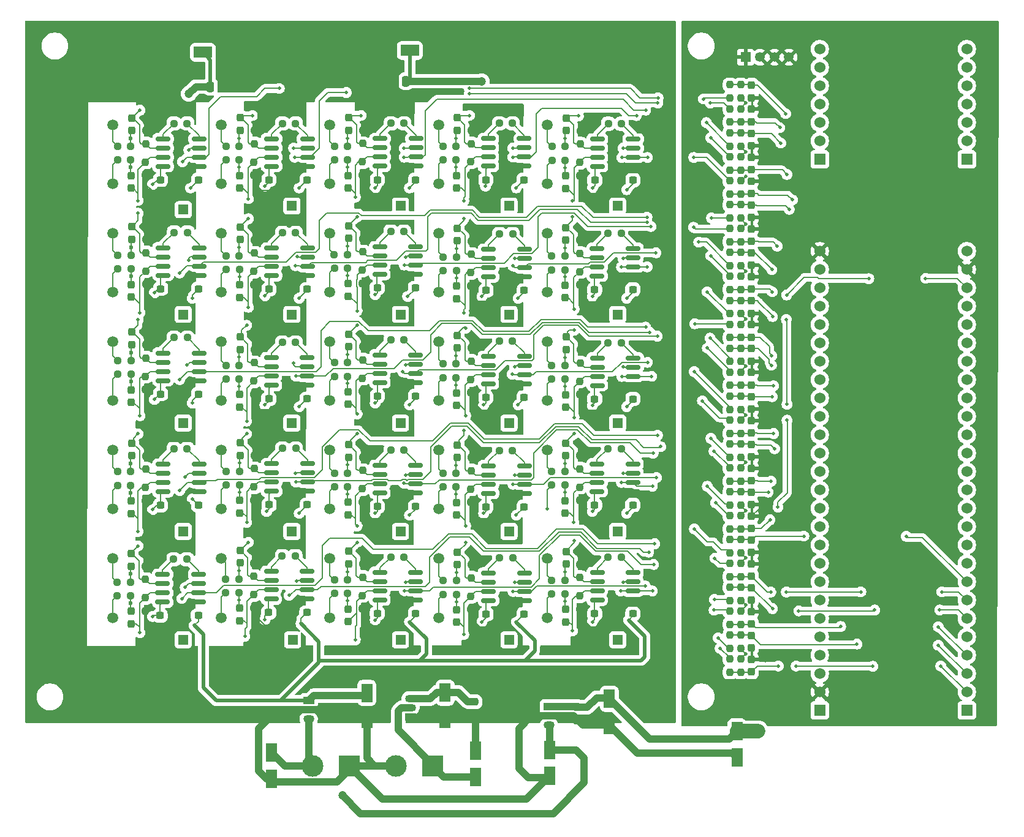
<source format=gbr>
%TF.GenerationSoftware,KiCad,Pcbnew,9.0.4*%
%TF.CreationDate,2025-10-06T13:07:04+13:00*%
%TF.ProjectId,sigProc_esfgrid_cct_IA,73696750-726f-4635-9f65-736667726964,rev?*%
%TF.SameCoordinates,Original*%
%TF.FileFunction,Copper,L1,Top*%
%TF.FilePolarity,Positive*%
%FSLAX46Y46*%
G04 Gerber Fmt 4.6, Leading zero omitted, Abs format (unit mm)*
G04 Created by KiCad (PCBNEW 9.0.4) date 2025-10-06 13:07:04*
%MOMM*%
%LPD*%
G01*
G04 APERTURE LIST*
G04 Aperture macros list*
%AMRoundRect*
0 Rectangle with rounded corners*
0 $1 Rounding radius*
0 $2 $3 $4 $5 $6 $7 $8 $9 X,Y pos of 4 corners*
0 Add a 4 corners polygon primitive as box body*
4,1,4,$2,$3,$4,$5,$6,$7,$8,$9,$2,$3,0*
0 Add four circle primitives for the rounded corners*
1,1,$1+$1,$2,$3*
1,1,$1+$1,$4,$5*
1,1,$1+$1,$6,$7*
1,1,$1+$1,$8,$9*
0 Add four rect primitives between the rounded corners*
20,1,$1+$1,$2,$3,$4,$5,0*
20,1,$1+$1,$4,$5,$6,$7,0*
20,1,$1+$1,$6,$7,$8,$9,0*
20,1,$1+$1,$8,$9,$2,$3,0*%
G04 Aperture macros list end*
%TA.AperFunction,ComponentPad*%
%ADD10R,1.350000X1.350000*%
%TD*%
%TA.AperFunction,ComponentPad*%
%ADD11C,1.350000*%
%TD*%
%TA.AperFunction,SMDPad,CuDef*%
%ADD12RoundRect,0.237500X-0.250000X-0.237500X0.250000X-0.237500X0.250000X0.237500X-0.250000X0.237500X0*%
%TD*%
%TA.AperFunction,SMDPad,CuDef*%
%ADD13RoundRect,0.237500X-0.237500X0.250000X-0.237500X-0.250000X0.237500X-0.250000X0.237500X0.250000X0*%
%TD*%
%TA.AperFunction,SMDPad,CuDef*%
%ADD14RoundRect,0.237500X0.237500X-0.250000X0.237500X0.250000X-0.237500X0.250000X-0.237500X-0.250000X0*%
%TD*%
%TA.AperFunction,SMDPad,CuDef*%
%ADD15RoundRect,0.237500X-0.237500X0.300000X-0.237500X-0.300000X0.237500X-0.300000X0.237500X0.300000X0*%
%TD*%
%TA.AperFunction,SMDPad,CuDef*%
%ADD16RoundRect,0.237500X-0.300000X-0.237500X0.300000X-0.237500X0.300000X0.237500X-0.300000X0.237500X0*%
%TD*%
%TA.AperFunction,SMDPad,CuDef*%
%ADD17RoundRect,0.250000X-1.050000X-0.550000X1.050000X-0.550000X1.050000X0.550000X-1.050000X0.550000X0*%
%TD*%
%TA.AperFunction,SMDPad,CuDef*%
%ADD18RoundRect,0.237500X0.300000X0.237500X-0.300000X0.237500X-0.300000X-0.237500X0.300000X-0.237500X0*%
%TD*%
%TA.AperFunction,SMDPad,CuDef*%
%ADD19RoundRect,0.250000X-0.550000X1.050000X-0.550000X-1.050000X0.550000X-1.050000X0.550000X1.050000X0*%
%TD*%
%TA.AperFunction,SMDPad,CuDef*%
%ADD20RoundRect,0.237500X0.237500X-0.300000X0.237500X0.300000X-0.237500X0.300000X-0.237500X-0.300000X0*%
%TD*%
%TA.AperFunction,SMDPad,CuDef*%
%ADD21RoundRect,0.150000X-0.825000X-0.150000X0.825000X-0.150000X0.825000X0.150000X-0.825000X0.150000X0*%
%TD*%
%TA.AperFunction,ComponentPad*%
%ADD22R,1.500000X1.050000*%
%TD*%
%TA.AperFunction,ComponentPad*%
%ADD23O,1.500000X1.050000*%
%TD*%
%TA.AperFunction,SMDPad,CuDef*%
%ADD24RoundRect,0.250000X0.475000X-0.250000X0.475000X0.250000X-0.475000X0.250000X-0.475000X-0.250000X0*%
%TD*%
%TA.AperFunction,SMDPad,CuDef*%
%ADD25RoundRect,0.250000X-0.250000X-0.475000X0.250000X-0.475000X0.250000X0.475000X-0.250000X0.475000X0*%
%TD*%
%TA.AperFunction,ComponentPad*%
%ADD26R,3.000000X3.000000*%
%TD*%
%TA.AperFunction,ComponentPad*%
%ADD27C,3.000000*%
%TD*%
%TA.AperFunction,SMDPad,CuDef*%
%ADD28RoundRect,0.250000X0.250000X0.475000X-0.250000X0.475000X-0.250000X-0.475000X0.250000X-0.475000X0*%
%TD*%
%TA.AperFunction,ComponentPad*%
%ADD29R,1.530000X1.530000*%
%TD*%
%TA.AperFunction,ComponentPad*%
%ADD30C,1.530000*%
%TD*%
%TA.AperFunction,SMDPad,CuDef*%
%ADD31RoundRect,0.250000X0.550000X-1.050000X0.550000X1.050000X-0.550000X1.050000X-0.550000X-1.050000X0*%
%TD*%
%TA.AperFunction,ViaPad*%
%ADD32C,0.500000*%
%TD*%
%TA.AperFunction,ViaPad*%
%ADD33C,1.600000*%
%TD*%
%TA.AperFunction,ViaPad*%
%ADD34C,1.200000*%
%TD*%
%TA.AperFunction,ViaPad*%
%ADD35C,1.500000*%
%TD*%
%TA.AperFunction,ViaPad*%
%ADD36C,0.600000*%
%TD*%
%TA.AperFunction,Conductor*%
%ADD37C,0.200000*%
%TD*%
%TA.AperFunction,Conductor*%
%ADD38C,1.000000*%
%TD*%
%TA.AperFunction,Conductor*%
%ADD39C,2.000000*%
%TD*%
%TA.AperFunction,Conductor*%
%ADD40C,0.500000*%
%TD*%
%TA.AperFunction,Conductor*%
%ADD41C,0.076200*%
%TD*%
G04 APERTURE END LIST*
D10*
%TO.P,J30,1,Pin_1*%
%TO.N,GNDA*%
X125775000Y-98350000D03*
D11*
%TO.P,J30,2,Pin_2*%
X125775000Y-100350000D03*
%TO.P,J30,3,Pin_3*%
X125775000Y-102350000D03*
%TO.P,J30,4,Pin_4*%
X125775000Y-104350000D03*
%TD*%
D10*
%TO.P,J29,1,Pin_1*%
%TO.N,GNDA*%
X192125000Y-44300000D03*
D11*
%TO.P,J29,2,Pin_2*%
X194125000Y-44300000D03*
%TO.P,J29,3,Pin_3*%
X196125000Y-44300000D03*
%TO.P,J29,4,Pin_4*%
X198125000Y-44300000D03*
%TD*%
D10*
%TO.P,J28,1,Pin_1*%
%TO.N,GNDA*%
X221425000Y-44175000D03*
D11*
%TO.P,J28,2,Pin_2*%
X223425000Y-44175000D03*
%TO.P,J28,3,Pin_3*%
X225425000Y-44175000D03*
%TO.P,J28,4,Pin_4*%
X227425000Y-44175000D03*
%TD*%
D12*
%TO.P,R20,1*%
%TO.N,Net-(R20-Pad1)*%
X187402600Y-53322500D03*
%TO.P,R20,2*%
%TO.N,Net-(R20-Pad2)*%
X189227600Y-53322500D03*
%TD*%
D13*
%TO.P,R170,1*%
%TO.N,/vo25_out*%
X220758061Y-117487500D03*
%TO.P,R170,2*%
%TO.N,/PSoC Power*%
X220758061Y-119312500D03*
%TD*%
D14*
%TO.P,R27,1*%
%TO.N,GNDA*%
X138530000Y-75560000D03*
%TO.P,R27,2*%
%TO.N,Net-(JP12-B)*%
X138530000Y-73735000D03*
%TD*%
%TO.P,R82,1*%
%TO.N,GNDA*%
X153507500Y-105432500D03*
%TO.P,R82,2*%
%TO.N,Net-(JP34-B)*%
X153507500Y-103607500D03*
%TD*%
D15*
%TO.P,C88,1*%
%TO.N,Net-(JP42-A)*%
X136497600Y-120797500D03*
%TO.P,C88,2*%
%TO.N,Net-(JP42-B)*%
X136497600Y-122522500D03*
%TD*%
D10*
%TO.P,J18,1,Pin_1*%
%TO.N,/vo14*%
X143750000Y-109750000D03*
D11*
%TO.P,J18,2,Pin_2*%
%TO.N,GNDA*%
X141750000Y-109750000D03*
%TD*%
D10*
%TO.P,J6,1,Pin_1*%
%TO.N,/vo41*%
X188750000Y-64750000D03*
D11*
%TO.P,J6,2,Pin_2*%
%TO.N,GNDA*%
X186750000Y-64750000D03*
%TD*%
D15*
%TO.P,C104,1*%
%TO.N,Net-(JP50-A)*%
X196530000Y-120527500D03*
%TO.P,C104,2*%
%TO.N,Net-(JP50-B)*%
X196530000Y-122252500D03*
%TD*%
D10*
%TO.P,J27,1,Pin_1*%
%TO.N,/vo55*%
X203750000Y-124750000D03*
D11*
%TO.P,J27,2,Pin_2*%
%TO.N,GNDA*%
X201750000Y-124750000D03*
%TD*%
D15*
%TO.P,C124,1*%
%TO.N,GNDA*%
X222258061Y-81175000D03*
%TO.P,C124,2*%
%TO.N,/vo13_out*%
X222258061Y-82900000D03*
%TD*%
D12*
%TO.P,R38,1*%
%TO.N,/vs1_32*%
X164605000Y-71450000D03*
%TO.P,R38,2*%
%TO.N,Net-(JP15-B)*%
X166430000Y-71450000D03*
%TD*%
D13*
%TO.P,R106,1*%
%TO.N,GNDA*%
X153510000Y-114135000D03*
%TO.P,R106,2*%
%TO.N,Net-(JP43-A)*%
X153510000Y-115960000D03*
%TD*%
D15*
%TO.P,C130,1*%
%TO.N,GNDA*%
X222258061Y-101037500D03*
%TO.P,C130,2*%
%TO.N,/vo24_out*%
X222258061Y-102762500D03*
%TD*%
%TO.P,C64,1*%
%TO.N,Net-(JP30-A)*%
X196540000Y-90847500D03*
%TO.P,C64,2*%
%TO.N,Net-(JP30-B)*%
X196540000Y-92572500D03*
%TD*%
D16*
%TO.P,C105,1*%
%TO.N,GNDA*%
X204127500Y-121120000D03*
%TO.P,C105,2*%
%TO.N,/vp*%
X205852500Y-121120000D03*
%TD*%
D17*
%TO.P,C109,1*%
%TO.N,/vp*%
X146450000Y-43500000D03*
%TO.P,C109,2*%
%TO.N,GNDA*%
X150050000Y-43500000D03*
%TD*%
D10*
%TO.P,J13,1,Pin_1*%
%TO.N,/vo13*%
X143750000Y-94750000D03*
D11*
%TO.P,J13,2,Pin_2*%
%TO.N,GNDA*%
X141750000Y-94750000D03*
%TD*%
D18*
%TO.P,C82,1*%
%TO.N,GNDA*%
X187282500Y-106350000D03*
%TO.P,C82,2*%
%TO.N,/vn*%
X185557500Y-106350000D03*
%TD*%
D15*
%TO.P,C96,1*%
%TO.N,Net-(JP46-A)*%
X166502500Y-120487500D03*
%TO.P,C96,2*%
%TO.N,Net-(JP46-B)*%
X166502500Y-122212500D03*
%TD*%
D13*
%TO.P,R167,1*%
%TO.N,/vo55*%
X219258061Y-127387500D03*
%TO.P,R167,2*%
%TO.N,/vo55_out*%
X219258061Y-129212500D03*
%TD*%
D19*
%TO.P,C2,1*%
%TO.N,GNDA*%
X184095000Y-140095000D03*
%TO.P,C2,2*%
%TO.N,Net-(J2-Pin_1)*%
X184095000Y-143695000D03*
%TD*%
D20*
%TO.P,C125,1*%
%TO.N,GNDA*%
X222258061Y-86200000D03*
%TO.P,C125,2*%
%TO.N,/vo23_out*%
X222258061Y-84475000D03*
%TD*%
D12*
%TO.P,R53,1*%
%TO.N,/vs1_13*%
X134675000Y-86130000D03*
%TO.P,R53,2*%
%TO.N,Net-(JP21-B)*%
X136500000Y-86130000D03*
%TD*%
D15*
%TO.P,C68,1*%
%TO.N,Net-(JP32-A)*%
X136550000Y-105537500D03*
%TO.P,C68,2*%
%TO.N,Net-(JP32-B)*%
X136550000Y-107262500D03*
%TD*%
D13*
%TO.P,R140,1*%
%TO.N,/vo32_out*%
X220758061Y-71175000D03*
%TO.P,R140,2*%
%TO.N,/PSoC Power*%
X220758061Y-73000000D03*
%TD*%
D21*
%TO.P,U22,1,Rg*%
%TO.N,Net-(R100-Pad1)*%
X200920000Y-100420000D03*
%TO.P,U22,2,-*%
%TO.N,Net-(JP39-A)*%
X200920000Y-101690000D03*
%TO.P,U22,3,+*%
%TO.N,Net-(JP40-B)*%
X200920000Y-102960000D03*
%TO.P,U22,4,Vs-*%
%TO.N,/vn*%
X200920000Y-104230000D03*
%TO.P,U22,5,Ref*%
%TO.N,GNDA*%
X205870000Y-104230000D03*
%TO.P,U22,6*%
%TO.N,/vo54*%
X205870000Y-102960000D03*
%TO.P,U22,7,Vs+*%
%TO.N,/vp*%
X205870000Y-101690000D03*
%TO.P,U22,8,Rg*%
%TO.N,Net-(R100-Pad2)*%
X205870000Y-100420000D03*
%TD*%
D14*
%TO.P,R72,1*%
%TO.N,GNDA*%
X198500000Y-90800000D03*
%TO.P,R72,2*%
%TO.N,Net-(JP30-B)*%
X198500000Y-88975000D03*
%TD*%
D13*
%TO.P,R51,1*%
%TO.N,GNDA*%
X138580000Y-83935000D03*
%TO.P,R51,2*%
%TO.N,Net-(JP21-A)*%
X138580000Y-85760000D03*
%TD*%
D15*
%TO.P,C55,1*%
%TO.N,Net-(JP25-A)*%
X166590000Y-82462500D03*
%TO.P,C55,2*%
%TO.N,Net-(JP25-B)*%
X166590000Y-84187500D03*
%TD*%
D18*
%TO.P,C46,1*%
%TO.N,GNDA*%
X202292500Y-76305000D03*
%TO.P,C46,2*%
%TO.N,/vn*%
X200567500Y-76305000D03*
%TD*%
D16*
%TO.P,C45,1*%
%TO.N,GNDA*%
X204117500Y-76305000D03*
%TO.P,C45,2*%
%TO.N,/vp*%
X205842500Y-76305000D03*
%TD*%
D20*
%TO.P,C131,1*%
%TO.N,GNDA*%
X222258061Y-106062500D03*
%TO.P,C131,2*%
%TO.N,/vo34_out*%
X222258061Y-104337500D03*
%TD*%
D14*
%TO.P,R154,1*%
%TO.N,/vo53_out*%
X220758061Y-96212500D03*
%TO.P,R154,2*%
%TO.N,/PSoC Power*%
X220758061Y-94387500D03*
%TD*%
%TO.P,R92,1*%
%TO.N,GNDA*%
X183470000Y-105710000D03*
%TO.P,R92,2*%
%TO.N,Net-(JP38-B)*%
X183470000Y-103885000D03*
%TD*%
D18*
%TO.P,C34,1*%
%TO.N,GNDA*%
X157312500Y-76260000D03*
%TO.P,C34,2*%
%TO.N,/vn*%
X155587500Y-76260000D03*
%TD*%
D12*
%TO.P,R113,1*%
%TO.N,/vs1_35*%
X164617500Y-116450000D03*
%TO.P,R113,2*%
%TO.N,Net-(JP45-B)*%
X166442500Y-116450000D03*
%TD*%
D15*
%TO.P,C79,1*%
%TO.N,Net-(JP37-A)*%
X181590000Y-97777500D03*
%TO.P,C79,2*%
%TO.N,Net-(JP37-B)*%
X181590000Y-99502500D03*
%TD*%
D14*
%TO.P,R149,1*%
%TO.N,/vo23*%
X219258061Y-86250000D03*
%TO.P,R149,2*%
%TO.N,/vo23_out*%
X219258061Y-84425000D03*
%TD*%
D13*
%TO.P,R159,1*%
%TO.N,/vo24*%
X219258061Y-100987500D03*
%TO.P,R159,2*%
%TO.N,/vo24_out*%
X219258061Y-102812500D03*
%TD*%
D12*
%TO.P,R94,1*%
%TO.N,/vs2_44*%
X179627500Y-103610000D03*
%TO.P,R94,2*%
%TO.N,Net-(JP38-A)*%
X181452500Y-103610000D03*
%TD*%
D18*
%TO.P,C42,1*%
%TO.N,GNDA*%
X187292500Y-76420000D03*
%TO.P,C42,2*%
%TO.N,/vn*%
X185567500Y-76420000D03*
%TD*%
D12*
%TO.P,R79,1*%
%TO.N,/vs2_14*%
X134667500Y-103390000D03*
%TO.P,R79,2*%
%TO.N,Net-(JP32-A)*%
X136492500Y-103390000D03*
%TD*%
D15*
%TO.P,C7,1*%
%TO.N,Net-(JP1-A)*%
X136627600Y-52567500D03*
%TO.P,C7,2*%
%TO.N,Net-(JP1-B)*%
X136627600Y-54292500D03*
%TD*%
D12*
%TO.P,R25,1*%
%TO.N,Net-(R25-Pad1)*%
X202455000Y-53370000D03*
%TO.P,R25,2*%
%TO.N,Net-(R25-Pad2)*%
X204280000Y-53370000D03*
%TD*%
D16*
%TO.P,C85,1*%
%TO.N,GNDA*%
X204117500Y-106100000D03*
%TO.P,C85,2*%
%TO.N,/vp*%
X205842500Y-106100000D03*
%TD*%
D20*
%TO.P,C116,1*%
%TO.N,GNDA*%
X222258061Y-56412500D03*
%TO.P,C116,2*%
%TO.N,/vo31_out*%
X222258061Y-54687500D03*
%TD*%
D22*
%TO.P,U1,1,VO*%
%TO.N,/vp*%
X161075000Y-133145000D03*
D23*
%TO.P,U1,2,GND*%
%TO.N,GNDA*%
X161075000Y-134415000D03*
%TO.P,U1,3,VI*%
%TO.N,/vp_in*%
X161075000Y-135685000D03*
%TD*%
D14*
%TO.P,R57,1*%
%TO.N,GNDA*%
X153470000Y-90780000D03*
%TO.P,R57,2*%
%TO.N,Net-(JP24-B)*%
X153470000Y-88955000D03*
%TD*%
D12*
%TO.P,R88,1*%
%TO.N,/vs1_34*%
X164625000Y-101690000D03*
%TO.P,R88,2*%
%TO.N,Net-(JP35-B)*%
X166450000Y-101690000D03*
%TD*%
%TO.P,R28,1*%
%TO.N,/vs1_12*%
X134685000Y-71570000D03*
%TO.P,R28,2*%
%TO.N,Net-(JP11-B)*%
X136510000Y-71570000D03*
%TD*%
%TO.P,R43,1*%
%TO.N,/vs1_42*%
X179635000Y-71790000D03*
%TO.P,R43,2*%
%TO.N,Net-(JP17-B)*%
X181460000Y-71790000D03*
%TD*%
D15*
%TO.P,C83,1*%
%TO.N,Net-(JP39-A)*%
X196600000Y-97527500D03*
%TO.P,C83,2*%
%TO.N,Net-(JP39-B)*%
X196600000Y-99252500D03*
%TD*%
D18*
%TO.P,C54,1*%
%TO.N,GNDA*%
X157282500Y-91420000D03*
%TO.P,C54,2*%
%TO.N,/vn*%
X155557500Y-91420000D03*
%TD*%
D13*
%TO.P,R76,1*%
%TO.N,GNDA*%
X138570000Y-99305000D03*
%TO.P,R76,2*%
%TO.N,Net-(JP31-A)*%
X138570000Y-101130000D03*
%TD*%
D12*
%TO.P,R10,1*%
%TO.N,Net-(R10-Pad1)*%
X157442600Y-53327500D03*
%TO.P,R10,2*%
%TO.N,Net-(R10-Pad2)*%
X159267600Y-53327500D03*
%TD*%
D13*
%TO.P,R41,1*%
%TO.N,GNDA*%
X183540000Y-69595000D03*
%TO.P,R41,2*%
%TO.N,Net-(JP17-A)*%
X183540000Y-71420000D03*
%TD*%
D16*
%TO.P,C17,1*%
%TO.N,GNDA*%
X174122500Y-61120000D03*
%TO.P,C17,2*%
%TO.N,/vp*%
X175847500Y-61120000D03*
%TD*%
D21*
%TO.P,U21,1,Rg*%
%TO.N,Net-(R95-Pad1)*%
X185910000Y-100670000D03*
%TO.P,U21,2,-*%
%TO.N,Net-(JP37-A)*%
X185910000Y-101940000D03*
%TO.P,U21,3,+*%
%TO.N,Net-(JP38-B)*%
X185910000Y-103210000D03*
%TO.P,U21,4,Vs-*%
%TO.N,/vn*%
X185910000Y-104480000D03*
%TO.P,U21,5,Ref*%
%TO.N,GNDA*%
X190860000Y-104480000D03*
%TO.P,U21,6*%
%TO.N,/vo44*%
X190860000Y-103210000D03*
%TO.P,U21,7,Vs+*%
%TO.N,/vp*%
X190860000Y-101940000D03*
%TO.P,U21,8,Rg*%
%TO.N,Net-(R95-Pad2)*%
X190860000Y-100670000D03*
%TD*%
D16*
%TO.P,C37,1*%
%TO.N,GNDA*%
X174087500Y-76080000D03*
%TO.P,C37,2*%
%TO.N,/vp*%
X175812500Y-76080000D03*
%TD*%
D13*
%TO.P,R31,1*%
%TO.N,GNDA*%
X153560000Y-69435000D03*
%TO.P,R31,2*%
%TO.N,Net-(JP13-A)*%
X153560000Y-71260000D03*
%TD*%
D12*
%TO.P,R73,1*%
%TO.N,/vs1_53*%
X194655000Y-86810000D03*
%TO.P,R73,2*%
%TO.N,Net-(JP29-B)*%
X196480000Y-86810000D03*
%TD*%
%TO.P,R84,1*%
%TO.N,/vs2_24*%
X149665000Y-103332500D03*
%TO.P,R84,2*%
%TO.N,Net-(JP34-A)*%
X151490000Y-103332500D03*
%TD*%
%TO.P,R99,1*%
%TO.N,/vs2_54*%
X194637500Y-103360000D03*
%TO.P,R99,2*%
%TO.N,Net-(JP40-A)*%
X196462500Y-103360000D03*
%TD*%
D15*
%TO.P,C8,1*%
%TO.N,Net-(JP2-A)*%
X136547600Y-60547500D03*
%TO.P,C8,2*%
%TO.N,Net-(JP2-B)*%
X136547600Y-62272500D03*
%TD*%
D12*
%TO.P,R40,1*%
%TO.N,Net-(R40-Pad1)*%
X172395000Y-68280000D03*
%TO.P,R40,2*%
%TO.N,Net-(R40-Pad2)*%
X174220000Y-68280000D03*
%TD*%
D16*
%TO.P,C41,1*%
%TO.N,GNDA*%
X189117500Y-76420000D03*
%TO.P,C41,2*%
%TO.N,/vp*%
X190842500Y-76420000D03*
%TD*%
D15*
%TO.P,C92,1*%
%TO.N,Net-(JP44-A)*%
X151490000Y-120367500D03*
%TO.P,C92,2*%
%TO.N,Net-(JP44-B)*%
X151490000Y-122092500D03*
%TD*%
D20*
%TO.P,C136,1*%
%TO.N,GNDA*%
X222258061Y-119262500D03*
%TO.P,C136,2*%
%TO.N,/vo25_out*%
X222258061Y-117537500D03*
%TD*%
D15*
%TO.P,C137,1*%
%TO.N,GNDA*%
X222258061Y-120837500D03*
%TO.P,C137,2*%
%TO.N,/vo35_out*%
X222258061Y-122562500D03*
%TD*%
D13*
%TO.P,R144,1*%
%TO.N,/vo52_out*%
X220758061Y-77825000D03*
%TO.P,R144,2*%
%TO.N,/PSoC Power*%
X220758061Y-79650000D03*
%TD*%
D18*
%TO.P,C74,1*%
%TO.N,GNDA*%
X157320000Y-106072500D03*
%TO.P,C74,2*%
%TO.N,/vn*%
X155595000Y-106072500D03*
%TD*%
D13*
%TO.P,R66,1*%
%TO.N,GNDA*%
X183525000Y-84395000D03*
%TO.P,R66,2*%
%TO.N,Net-(JP27-A)*%
X183525000Y-86220000D03*
%TD*%
%TO.P,R156,1*%
%TO.N,/vo14_out*%
X220758061Y-97687500D03*
%TO.P,R156,2*%
%TO.N,/PSoC Power*%
X220758061Y-99512500D03*
%TD*%
D10*
%TO.P,J25,1,Pin_1*%
%TO.N,/vo35*%
X173750000Y-124750000D03*
D11*
%TO.P,J25,2,Pin_2*%
%TO.N,GNDA*%
X171750000Y-124750000D03*
%TD*%
D18*
%TO.P,C106,1*%
%TO.N,GNDA*%
X202302500Y-121120000D03*
%TO.P,C106,2*%
%TO.N,/vn*%
X200577500Y-121120000D03*
%TD*%
D14*
%TO.P,R145,1*%
%TO.N,/vo52*%
X219258061Y-79650000D03*
%TO.P,R145,2*%
%TO.N,/vo52_out*%
X219258061Y-77825000D03*
%TD*%
D10*
%TO.P,J19,1,Pin_1*%
%TO.N,/vo24*%
X158750000Y-109750000D03*
D11*
%TO.P,J19,2,Pin_2*%
%TO.N,GNDA*%
X156750000Y-109750000D03*
%TD*%
D15*
%TO.P,C27,1*%
%TO.N,Net-(JP11-A)*%
X136650000Y-67627500D03*
%TO.P,C27,2*%
%TO.N,Net-(JP11-B)*%
X136650000Y-69352500D03*
%TD*%
D12*
%TO.P,R33,1*%
%TO.N,/vs1_22*%
X149655000Y-71630000D03*
%TO.P,R33,2*%
%TO.N,Net-(JP13-B)*%
X151480000Y-71630000D03*
%TD*%
D14*
%TO.P,R150,1*%
%TO.N,/vo33_out*%
X220758061Y-89550000D03*
%TO.P,R150,2*%
%TO.N,/PSoC Power*%
X220758061Y-87725000D03*
%TD*%
D15*
%TO.P,C24,1*%
%TO.N,Net-(JP10-A)*%
X196550000Y-60577500D03*
%TO.P,C24,2*%
%TO.N,Net-(JP10-B)*%
X196550000Y-62302500D03*
%TD*%
D13*
%TO.P,R101,1*%
%TO.N,GNDA*%
X138517600Y-114565000D03*
%TO.P,R101,2*%
%TO.N,Net-(JP41-A)*%
X138517600Y-116390000D03*
%TD*%
D12*
%TO.P,R114,1*%
%TO.N,/vs2_35*%
X164620000Y-118340000D03*
%TO.P,R114,2*%
%TO.N,Net-(JP46-A)*%
X166445000Y-118340000D03*
%TD*%
D24*
%TO.P,C139,1*%
%TO.N,GNDA*%
X216675000Y-140375000D03*
%TO.P,C139,2*%
%TO.N,/PSoC Power*%
X216675000Y-138475000D03*
%TD*%
D20*
%TO.P,C127,1*%
%TO.N,GNDA*%
X222258061Y-92862500D03*
%TO.P,C127,2*%
%TO.N,/vo43_out*%
X222258061Y-91137500D03*
%TD*%
D15*
%TO.P,C91,1*%
%TO.N,Net-(JP43-A)*%
X151570000Y-112387500D03*
%TO.P,C91,2*%
%TO.N,Net-(JP43-B)*%
X151570000Y-114112500D03*
%TD*%
D25*
%TO.P,C108,1*%
%TO.N,GNDA*%
X172600000Y-47500000D03*
%TO.P,C108,2*%
%TO.N,/vn*%
X174500000Y-47500000D03*
%TD*%
D21*
%TO.P,U10,1,Rg*%
%TO.N,Net-(R40-Pad1)*%
X170890000Y-70400000D03*
%TO.P,U10,2,-*%
%TO.N,Net-(JP15-A)*%
X170890000Y-71670000D03*
%TO.P,U10,3,+*%
%TO.N,Net-(JP16-B)*%
X170890000Y-72940000D03*
%TO.P,U10,4,Vs-*%
%TO.N,/vn*%
X170890000Y-74210000D03*
%TO.P,U10,5,Ref*%
%TO.N,GNDA*%
X175840000Y-74210000D03*
%TO.P,U10,6*%
%TO.N,/vo32*%
X175840000Y-72940000D03*
%TO.P,U10,7,Vs+*%
%TO.N,/vp*%
X175840000Y-71670000D03*
%TO.P,U10,8,Rg*%
%TO.N,Net-(R40-Pad2)*%
X175840000Y-70400000D03*
%TD*%
%TO.P,U19,1,Rg*%
%TO.N,Net-(R85-Pad1)*%
X155947500Y-100392500D03*
%TO.P,U19,2,-*%
%TO.N,Net-(JP33-A)*%
X155947500Y-101662500D03*
%TO.P,U19,3,+*%
%TO.N,Net-(JP34-B)*%
X155947500Y-102932500D03*
%TO.P,U19,4,Vs-*%
%TO.N,/vn*%
X155947500Y-104202500D03*
%TO.P,U19,5,Ref*%
%TO.N,GNDA*%
X160897500Y-104202500D03*
%TO.P,U19,6*%
%TO.N,/vo24*%
X160897500Y-102932500D03*
%TO.P,U19,7,Vs+*%
%TO.N,/vp*%
X160897500Y-101662500D03*
%TO.P,U19,8,Rg*%
%TO.N,Net-(R85-Pad2)*%
X160897500Y-100392500D03*
%TD*%
%TO.P,U15,1,Rg*%
%TO.N,Net-(R65-Pad1)*%
X170910000Y-85355000D03*
%TO.P,U15,2,-*%
%TO.N,Net-(JP25-A)*%
X170910000Y-86625000D03*
%TO.P,U15,3,+*%
%TO.N,Net-(JP26-B)*%
X170910000Y-87895000D03*
%TO.P,U15,4,Vs-*%
%TO.N,/vn*%
X170910000Y-89165000D03*
%TO.P,U15,5,Ref*%
%TO.N,GNDA*%
X175860000Y-89165000D03*
%TO.P,U15,6*%
%TO.N,/vo33*%
X175860000Y-87895000D03*
%TO.P,U15,7,Vs+*%
%TO.N,/vp*%
X175860000Y-86625000D03*
%TO.P,U15,8,Rg*%
%TO.N,Net-(R65-Pad2)*%
X175860000Y-85355000D03*
%TD*%
D22*
%TO.P,U29,1,VO*%
%TO.N,/PSoC Power*%
X194250000Y-133980000D03*
D23*
%TO.P,U29,2,GND*%
%TO.N,GNDA*%
X194250000Y-135250000D03*
%TO.P,U29,3,VI*%
%TO.N,/vp_in*%
X194250000Y-136520000D03*
%TD*%
D13*
%TO.P,R61,1*%
%TO.N,GNDA*%
X168530000Y-84210000D03*
%TO.P,R61,2*%
%TO.N,Net-(JP25-A)*%
X168530000Y-86035000D03*
%TD*%
D12*
%TO.P,R104,1*%
%TO.N,/vs2_15*%
X134615100Y-118650000D03*
%TO.P,R104,2*%
%TO.N,Net-(JP42-A)*%
X136440100Y-118650000D03*
%TD*%
D21*
%TO.P,U23,1,Rg*%
%TO.N,Net-(R105-Pad1)*%
X140897600Y-115710000D03*
%TO.P,U23,2,-*%
%TO.N,Net-(JP41-A)*%
X140897600Y-116980000D03*
%TO.P,U23,3,+*%
%TO.N,Net-(JP42-B)*%
X140897600Y-118250000D03*
%TO.P,U23,4,Vs-*%
%TO.N,/vn*%
X140897600Y-119520000D03*
%TO.P,U23,5,Ref*%
%TO.N,GNDA*%
X145847600Y-119520000D03*
%TO.P,U23,6*%
%TO.N,/vo15*%
X145847600Y-118250000D03*
%TO.P,U23,7,Vs+*%
%TO.N,/vp*%
X145847600Y-116980000D03*
%TO.P,U23,8,Rg*%
%TO.N,Net-(R105-Pad2)*%
X145847600Y-115710000D03*
%TD*%
D18*
%TO.P,C22,1*%
%TO.N,GNDA*%
X187270100Y-61122500D03*
%TO.P,C22,2*%
%TO.N,/vn*%
X185545100Y-61122500D03*
%TD*%
D14*
%TO.P,R162,1*%
%TO.N,/vo44_out*%
X220758061Y-109412500D03*
%TO.P,R162,2*%
%TO.N,/PSoC Power*%
X220758061Y-107587500D03*
%TD*%
D13*
%TO.P,R56,1*%
%TO.N,GNDA*%
X153530000Y-84595000D03*
%TO.P,R56,2*%
%TO.N,Net-(JP23-A)*%
X153530000Y-86420000D03*
%TD*%
D12*
%TO.P,R15,1*%
%TO.N,Net-(R15-Pad1)*%
X172430000Y-53320000D03*
%TO.P,R15,2*%
%TO.N,Net-(R15-Pad2)*%
X174255000Y-53320000D03*
%TD*%
D15*
%TO.P,C132,1*%
%TO.N,GNDA*%
X222258061Y-107637500D03*
%TO.P,C132,2*%
%TO.N,/vo44_out*%
X222258061Y-109362500D03*
%TD*%
D10*
%TO.P,J16,1,Pin_1*%
%TO.N,/vo43*%
X188750000Y-94750000D03*
D11*
%TO.P,J16,2,Pin_2*%
%TO.N,GNDA*%
X186750000Y-94750000D03*
%TD*%
D15*
%TO.P,C75,1*%
%TO.N,Net-(JP35-A)*%
X166590000Y-97747500D03*
%TO.P,C75,2*%
%TO.N,Net-(JP35-B)*%
X166590000Y-99472500D03*
%TD*%
D13*
%TO.P,R6,1*%
%TO.N,GNDA*%
X153557600Y-54302500D03*
%TO.P,R6,2*%
%TO.N,Net-(JP3-A)*%
X153557600Y-56127500D03*
%TD*%
D16*
%TO.P,C89,1*%
%TO.N,GNDA*%
X144095100Y-121390000D03*
%TO.P,C89,2*%
%TO.N,/vp*%
X145820100Y-121390000D03*
%TD*%
D10*
%TO.P,J8,1,Pin_1*%
%TO.N,/vo12*%
X143750000Y-79750000D03*
D11*
%TO.P,J8,2,Pin_2*%
%TO.N,GNDA*%
X141750000Y-79750000D03*
%TD*%
D14*
%TO.P,R157,1*%
%TO.N,/vo14*%
X219258061Y-99512500D03*
%TO.P,R157,2*%
%TO.N,/vo14_out*%
X219258061Y-97687500D03*
%TD*%
D18*
%TO.P,C50,1*%
%TO.N,GNDA*%
X142332500Y-90760000D03*
%TO.P,C50,2*%
%TO.N,/vn*%
X140607500Y-90760000D03*
%TD*%
D24*
%TO.P,C4,1*%
%TO.N,GNDA*%
X183805000Y-135195000D03*
%TO.P,C4,2*%
%TO.N,/vn*%
X183805000Y-133295000D03*
%TD*%
D14*
%TO.P,R52,1*%
%TO.N,GNDA*%
X138520000Y-90120000D03*
%TO.P,R52,2*%
%TO.N,Net-(JP22-B)*%
X138520000Y-88295000D03*
%TD*%
D18*
%TO.P,C14,1*%
%TO.N,GNDA*%
X157310100Y-61127500D03*
%TO.P,C14,2*%
%TO.N,/vn*%
X155585100Y-61127500D03*
%TD*%
D14*
%TO.P,R122,1*%
%TO.N,GNDA*%
X198490000Y-120480000D03*
%TO.P,R122,2*%
%TO.N,Net-(JP50-B)*%
X198490000Y-118655000D03*
%TD*%
D13*
%TO.P,R126,1*%
%TO.N,/vo11_out*%
X220758061Y-47987500D03*
%TO.P,R126,2*%
%TO.N,/PSoC Power*%
X220758061Y-49812500D03*
%TD*%
%TO.P,R151,1*%
%TO.N,/vo33*%
X219258061Y-87725000D03*
%TO.P,R151,2*%
%TO.N,/vo33_out*%
X219258061Y-89550000D03*
%TD*%
D12*
%TO.P,R45,1*%
%TO.N,Net-(R45-Pad1)*%
X187425000Y-68620000D03*
%TO.P,R45,2*%
%TO.N,Net-(R45-Pad2)*%
X189250000Y-68620000D03*
%TD*%
D26*
%TO.P,J2,1,Pin_1*%
%TO.N,Net-(J2-Pin_1)*%
X178215000Y-142155000D03*
D27*
%TO.P,J2,2,Pin_2*%
%TO.N,GNDA*%
X173135000Y-142155000D03*
%TD*%
D14*
%TO.P,R47,1*%
%TO.N,GNDA*%
X198480000Y-75665000D03*
%TO.P,R47,2*%
%TO.N,Net-(JP20-B)*%
X198480000Y-73840000D03*
%TD*%
D20*
%TO.P,C133,1*%
%TO.N,GNDA*%
X222258061Y-112662500D03*
%TO.P,C133,2*%
%TO.N,/vo54_out*%
X222258061Y-110937500D03*
%TD*%
D12*
%TO.P,R18,1*%
%TO.N,/vs1_41*%
X179612600Y-56492500D03*
%TO.P,R18,2*%
%TO.N,Net-(JP7-B)*%
X181437600Y-56492500D03*
%TD*%
D15*
%TO.P,C32,1*%
%TO.N,Net-(JP14-A)*%
X151540000Y-75667500D03*
%TO.P,C32,2*%
%TO.N,Net-(JP14-B)*%
X151540000Y-77392500D03*
%TD*%
D14*
%TO.P,R161,1*%
%TO.N,/vo34*%
X219258061Y-106112500D03*
%TO.P,R161,2*%
%TO.N,/vo34_out*%
X219258061Y-104287500D03*
%TD*%
D15*
%TO.P,C15,1*%
%TO.N,Net-(JP5-A)*%
X166605000Y-52547500D03*
%TO.P,C15,2*%
%TO.N,Net-(JP5-B)*%
X166605000Y-54272500D03*
%TD*%
D13*
%TO.P,R71,1*%
%TO.N,GNDA*%
X198560000Y-84615000D03*
%TO.P,R71,2*%
%TO.N,Net-(JP29-A)*%
X198560000Y-86440000D03*
%TD*%
D21*
%TO.P,U9,1,Rg*%
%TO.N,Net-(R35-Pad1)*%
X155940000Y-70580000D03*
%TO.P,U9,2,-*%
%TO.N,Net-(JP13-A)*%
X155940000Y-71850000D03*
%TO.P,U9,3,+*%
%TO.N,Net-(JP14-B)*%
X155940000Y-73120000D03*
%TO.P,U9,4,Vs-*%
%TO.N,/vn*%
X155940000Y-74390000D03*
%TO.P,U9,5,Ref*%
%TO.N,GNDA*%
X160890000Y-74390000D03*
%TO.P,U9,6*%
%TO.N,/vo22*%
X160890000Y-73120000D03*
%TO.P,U9,7,Vs+*%
%TO.N,/vp*%
X160890000Y-71850000D03*
%TO.P,U9,8,Rg*%
%TO.N,Net-(R35-Pad2)*%
X160890000Y-70580000D03*
%TD*%
D12*
%TO.P,R14,1*%
%TO.N,/vs2_31*%
X164642500Y-58380000D03*
%TO.P,R14,2*%
%TO.N,Net-(JP6-A)*%
X166467500Y-58380000D03*
%TD*%
D15*
%TO.P,C20,1*%
%TO.N,Net-(JP8-A)*%
X181497600Y-60530000D03*
%TO.P,C20,2*%
%TO.N,Net-(JP8-B)*%
X181497600Y-62255000D03*
%TD*%
D14*
%TO.P,R137,1*%
%TO.N,/vo12*%
X219258061Y-66400000D03*
%TO.P,R137,2*%
%TO.N,/vo12_out*%
X219258061Y-64575000D03*
%TD*%
D12*
%TO.P,R39,1*%
%TO.N,/vs2_32*%
X164607500Y-73340000D03*
%TO.P,R39,2*%
%TO.N,Net-(JP16-A)*%
X166432500Y-73340000D03*
%TD*%
D15*
%TO.P,C87,1*%
%TO.N,Net-(JP41-A)*%
X136577600Y-112817500D03*
%TO.P,C87,2*%
%TO.N,Net-(JP41-B)*%
X136577600Y-114542500D03*
%TD*%
D12*
%TO.P,R19,1*%
%TO.N,/vs2_41*%
X179615100Y-58382500D03*
%TO.P,R19,2*%
%TO.N,Net-(JP8-A)*%
X181440100Y-58382500D03*
%TD*%
D18*
%TO.P,C78,1*%
%TO.N,GNDA*%
X172282500Y-106320000D03*
%TO.P,C78,2*%
%TO.N,/vn*%
X170557500Y-106320000D03*
%TD*%
D24*
%TO.P,C3,1*%
%TO.N,GNDA*%
X165275000Y-134345000D03*
%TO.P,C3,2*%
%TO.N,/vp*%
X165275000Y-132445000D03*
%TD*%
D13*
%TO.P,R86,1*%
%TO.N,GNDA*%
X168530000Y-99495000D03*
%TO.P,R86,2*%
%TO.N,Net-(JP35-A)*%
X168530000Y-101320000D03*
%TD*%
D14*
%TO.P,R175,1*%
%TO.N,/vo45*%
X219258061Y-125912500D03*
%TO.P,R175,2*%
%TO.N,/vo45_out*%
X219258061Y-124087500D03*
%TD*%
D15*
%TO.P,C48,1*%
%TO.N,Net-(JP22-A)*%
X136560000Y-90167500D03*
%TO.P,C48,2*%
%TO.N,Net-(JP22-B)*%
X136560000Y-91892500D03*
%TD*%
D16*
%TO.P,C21,1*%
%TO.N,GNDA*%
X189095100Y-61122500D03*
%TO.P,C21,2*%
%TO.N,/vp*%
X190820100Y-61122500D03*
%TD*%
D15*
%TO.P,C52,1*%
%TO.N,Net-(JP24-A)*%
X151510000Y-90827500D03*
%TO.P,C52,2*%
%TO.N,Net-(JP24-B)*%
X151510000Y-92552500D03*
%TD*%
D12*
%TO.P,R49,1*%
%TO.N,/vs2_52*%
X194637500Y-73565000D03*
%TO.P,R49,2*%
%TO.N,Net-(JP20-A)*%
X196462500Y-73565000D03*
%TD*%
D19*
%TO.P,C1,1*%
%TO.N,/vp_in*%
X155935000Y-140345000D03*
%TO.P,C1,2*%
%TO.N,GNDA*%
X155935000Y-143945000D03*
%TD*%
D14*
%TO.P,R77,1*%
%TO.N,GNDA*%
X138510000Y-105490000D03*
%TO.P,R77,2*%
%TO.N,Net-(JP32-B)*%
X138510000Y-103665000D03*
%TD*%
D12*
%TO.P,R118,1*%
%TO.N,/vs1_45*%
X179635000Y-116560000D03*
%TO.P,R118,2*%
%TO.N,Net-(JP47-B)*%
X181460000Y-116560000D03*
%TD*%
%TO.P,R103,1*%
%TO.N,/vs1_15*%
X134612600Y-116760000D03*
%TO.P,R103,2*%
%TO.N,Net-(JP41-B)*%
X136437600Y-116760000D03*
%TD*%
D10*
%TO.P,J14,1,Pin_1*%
%TO.N,/vo23*%
X158750000Y-94750000D03*
D11*
%TO.P,J14,2,Pin_2*%
%TO.N,GNDA*%
X156750000Y-94750000D03*
%TD*%
D14*
%TO.P,R97,1*%
%TO.N,GNDA*%
X198480000Y-105460000D03*
%TO.P,R97,2*%
%TO.N,Net-(JP40-B)*%
X198480000Y-103635000D03*
%TD*%
D12*
%TO.P,R35,1*%
%TO.N,Net-(R35-Pad1)*%
X157445000Y-68460000D03*
%TO.P,R35,2*%
%TO.N,Net-(R35-Pad2)*%
X159270000Y-68460000D03*
%TD*%
D10*
%TO.P,J17,1,Pin_1*%
%TO.N,/vo53*%
X203750000Y-94750000D03*
D11*
%TO.P,J17,2,Pin_2*%
%TO.N,GNDA*%
X201750000Y-94750000D03*
%TD*%
D18*
%TO.P,C38,1*%
%TO.N,GNDA*%
X172262500Y-76080000D03*
%TO.P,C38,2*%
%TO.N,/vn*%
X170537500Y-76080000D03*
%TD*%
D14*
%TO.P,R32,1*%
%TO.N,GNDA*%
X153500000Y-75620000D03*
%TO.P,R32,2*%
%TO.N,Net-(JP14-B)*%
X153500000Y-73795000D03*
%TD*%
D13*
%TO.P,R152,1*%
%TO.N,/vo43_out*%
X220758061Y-91087500D03*
%TO.P,R152,2*%
%TO.N,/PSoC Power*%
X220758061Y-92912500D03*
%TD*%
D15*
%TO.P,C67,1*%
%TO.N,Net-(JP31-A)*%
X136630000Y-97557500D03*
%TO.P,C67,2*%
%TO.N,Net-(JP31-B)*%
X136630000Y-99282500D03*
%TD*%
%TO.P,C43,1*%
%TO.N,Net-(JP19-A)*%
X196600000Y-67732500D03*
%TO.P,C43,2*%
%TO.N,Net-(JP19-B)*%
X196600000Y-69457500D03*
%TD*%
D13*
%TO.P,R169,1*%
%TO.N,/vo15*%
X219258061Y-114187500D03*
%TO.P,R169,2*%
%TO.N,/vo15_out*%
X219258061Y-116012500D03*
%TD*%
%TO.P,R11,1*%
%TO.N,GNDA*%
X168545000Y-54295000D03*
%TO.P,R11,2*%
%TO.N,Net-(JP5-A)*%
X168545000Y-56120000D03*
%TD*%
D18*
%TO.P,C30,1*%
%TO.N,GNDA*%
X142342500Y-76200000D03*
%TO.P,C30,2*%
%TO.N,/vn*%
X140617500Y-76200000D03*
%TD*%
D16*
%TO.P,C49,1*%
%TO.N,GNDA*%
X144157500Y-90760000D03*
%TO.P,C49,2*%
%TO.N,/vp*%
X145882500Y-90760000D03*
%TD*%
D10*
%TO.P,J20,1,Pin_1*%
%TO.N,/vo34*%
X173750000Y-109750000D03*
D11*
%TO.P,J20,2,Pin_2*%
%TO.N,GNDA*%
X171750000Y-109750000D03*
%TD*%
D21*
%TO.P,U26,1,Rg*%
%TO.N,Net-(R120-Pad1)*%
X185920000Y-115510000D03*
%TO.P,U26,2,-*%
%TO.N,Net-(JP47-A)*%
X185920000Y-116780000D03*
%TO.P,U26,3,+*%
%TO.N,Net-(JP48-B)*%
X185920000Y-118050000D03*
%TO.P,U26,4,Vs-*%
%TO.N,/vn*%
X185920000Y-119320000D03*
%TO.P,U26,5,Ref*%
%TO.N,GNDA*%
X190870000Y-119320000D03*
%TO.P,U26,6*%
%TO.N,/vo45*%
X190870000Y-118050000D03*
%TO.P,U26,7,Vs+*%
%TO.N,/vp*%
X190870000Y-116780000D03*
%TO.P,U26,8,Rg*%
%TO.N,Net-(R120-Pad2)*%
X190870000Y-115510000D03*
%TD*%
D13*
%TO.P,R155,1*%
%TO.N,/vo53*%
X219258061Y-94387500D03*
%TO.P,R155,2*%
%TO.N,/vo53_out*%
X219258061Y-96212500D03*
%TD*%
D22*
%TO.P,U2,1,GND*%
%TO.N,GNDA*%
X175145000Y-135395000D03*
D23*
%TO.P,U2,2,VI*%
%TO.N,Net-(J2-Pin_1)*%
X175145000Y-134125000D03*
%TO.P,U2,3,VO*%
%TO.N,/vn*%
X175145000Y-132855000D03*
%TD*%
D12*
%TO.P,R100,1*%
%TO.N,Net-(R100-Pad1)*%
X202425000Y-98300000D03*
%TO.P,R100,2*%
%TO.N,Net-(R100-Pad2)*%
X204250000Y-98300000D03*
%TD*%
D15*
%TO.P,C31,1*%
%TO.N,Net-(JP13-A)*%
X151620000Y-67687500D03*
%TO.P,C31,2*%
%TO.N,Net-(JP13-B)*%
X151620000Y-69412500D03*
%TD*%
D21*
%TO.P,U27,1,Rg*%
%TO.N,Net-(R125-Pad1)*%
X200930000Y-115440000D03*
%TO.P,U27,2,-*%
%TO.N,Net-(JP49-A)*%
X200930000Y-116710000D03*
%TO.P,U27,3,+*%
%TO.N,Net-(JP50-B)*%
X200930000Y-117980000D03*
%TO.P,U27,4,Vs-*%
%TO.N,/vn*%
X200930000Y-119250000D03*
%TO.P,U27,5,Ref*%
%TO.N,GNDA*%
X205880000Y-119250000D03*
%TO.P,U27,6*%
%TO.N,/vo55*%
X205880000Y-117980000D03*
%TO.P,U27,7,Vs+*%
%TO.N,/vp*%
X205880000Y-116710000D03*
%TO.P,U27,8,Rg*%
%TO.N,Net-(R125-Pad2)*%
X205880000Y-115440000D03*
%TD*%
%TO.P,U8,1,Rg*%
%TO.N,Net-(R30-Pad1)*%
X140970000Y-70520000D03*
%TO.P,U8,2,-*%
%TO.N,Net-(JP11-A)*%
X140970000Y-71790000D03*
%TO.P,U8,3,+*%
%TO.N,Net-(JP12-B)*%
X140970000Y-73060000D03*
%TO.P,U8,4,Vs-*%
%TO.N,/vn*%
X140970000Y-74330000D03*
%TO.P,U8,5,Ref*%
%TO.N,GNDA*%
X145920000Y-74330000D03*
%TO.P,U8,6*%
%TO.N,/vo12*%
X145920000Y-73060000D03*
%TO.P,U8,7,Vs+*%
%TO.N,/vp*%
X145920000Y-71790000D03*
%TO.P,U8,8,Rg*%
%TO.N,Net-(R30-Pad2)*%
X145920000Y-70520000D03*
%TD*%
D12*
%TO.P,R95,1*%
%TO.N,Net-(R95-Pad1)*%
X187415000Y-98550000D03*
%TO.P,R95,2*%
%TO.N,Net-(R95-Pad2)*%
X189240000Y-98550000D03*
%TD*%
D26*
%TO.P,J1,1,Pin_1*%
%TO.N,GNDA*%
X166705000Y-142165000D03*
D27*
%TO.P,J1,2,Pin_2*%
%TO.N,/vp_in*%
X161625000Y-142165000D03*
%TD*%
D13*
%TO.P,R96,1*%
%TO.N,GNDA*%
X198540000Y-99275000D03*
%TO.P,R96,2*%
%TO.N,Net-(JP39-A)*%
X198540000Y-101100000D03*
%TD*%
D10*
%TO.P,J11,1,Pin_1*%
%TO.N,/vo42*%
X188750000Y-79750000D03*
D11*
%TO.P,J11,2,Pin_2*%
%TO.N,GNDA*%
X186750000Y-79750000D03*
%TD*%
D21*
%TO.P,U16,1,Rg*%
%TO.N,Net-(R70-Pad1)*%
X185905000Y-85540000D03*
%TO.P,U16,2,-*%
%TO.N,Net-(JP27-A)*%
X185905000Y-86810000D03*
%TO.P,U16,3,+*%
%TO.N,Net-(JP28-B)*%
X185905000Y-88080000D03*
%TO.P,U16,4,Vs-*%
%TO.N,/vn*%
X185905000Y-89350000D03*
%TO.P,U16,5,Ref*%
%TO.N,GNDA*%
X190855000Y-89350000D03*
%TO.P,U16,6*%
%TO.N,/vo43*%
X190855000Y-88080000D03*
%TO.P,U16,7,Vs+*%
%TO.N,/vp*%
X190855000Y-86810000D03*
%TO.P,U16,8,Rg*%
%TO.N,Net-(R70-Pad2)*%
X190855000Y-85540000D03*
%TD*%
%TO.P,U14,1,Rg*%
%TO.N,Net-(R60-Pad1)*%
X155910000Y-85740000D03*
%TO.P,U14,2,-*%
%TO.N,Net-(JP23-A)*%
X155910000Y-87010000D03*
%TO.P,U14,3,+*%
%TO.N,Net-(JP24-B)*%
X155910000Y-88280000D03*
%TO.P,U14,4,Vs-*%
%TO.N,/vn*%
X155910000Y-89550000D03*
%TO.P,U14,5,Ref*%
%TO.N,GNDA*%
X160860000Y-89550000D03*
%TO.P,U14,6*%
%TO.N,/vo23*%
X160860000Y-88280000D03*
%TO.P,U14,7,Vs+*%
%TO.N,/vp*%
X160860000Y-87010000D03*
%TO.P,U14,8,Rg*%
%TO.N,Net-(R60-Pad2)*%
X160860000Y-85740000D03*
%TD*%
D16*
%TO.P,C65,1*%
%TO.N,GNDA*%
X204137500Y-91440000D03*
%TO.P,C65,2*%
%TO.N,/vp*%
X205862500Y-91440000D03*
%TD*%
D15*
%TO.P,C72,1*%
%TO.N,Net-(JP34-A)*%
X151547500Y-105480000D03*
%TO.P,C72,2*%
%TO.N,Net-(JP34-B)*%
X151547500Y-107205000D03*
%TD*%
%TO.P,C19,1*%
%TO.N,Net-(JP7-A)*%
X181577600Y-52550000D03*
%TO.P,C19,2*%
%TO.N,Net-(JP7-B)*%
X181577600Y-54275000D03*
%TD*%
D14*
%TO.P,R107,1*%
%TO.N,GNDA*%
X153450000Y-120320000D03*
%TO.P,R107,2*%
%TO.N,Net-(JP44-B)*%
X153450000Y-118495000D03*
%TD*%
D13*
%TO.P,R174,1*%
%TO.N,/vo45_out*%
X220758061Y-124087500D03*
%TO.P,R174,2*%
%TO.N,/PSoC Power*%
X220758061Y-125912500D03*
%TD*%
D12*
%TO.P,R119,1*%
%TO.N,/vs2_45*%
X179637500Y-118450000D03*
%TO.P,R119,2*%
%TO.N,Net-(JP48-A)*%
X181462500Y-118450000D03*
%TD*%
D15*
%TO.P,C16,1*%
%TO.N,Net-(JP6-A)*%
X166525000Y-60527500D03*
%TO.P,C16,2*%
%TO.N,Net-(JP6-B)*%
X166525000Y-62252500D03*
%TD*%
D24*
%TO.P,C112,1*%
%TO.N,GNDA*%
X198360000Y-135950000D03*
%TO.P,C112,2*%
%TO.N,/PSoC Power*%
X198360000Y-134050000D03*
%TD*%
D15*
%TO.P,C71,1*%
%TO.N,Net-(JP33-A)*%
X151627500Y-97500000D03*
%TO.P,C71,2*%
%TO.N,Net-(JP33-B)*%
X151627500Y-99225000D03*
%TD*%
D12*
%TO.P,R123,1*%
%TO.N,/vs1_55*%
X194645000Y-116490000D03*
%TO.P,R123,2*%
%TO.N,Net-(JP49-B)*%
X196470000Y-116490000D03*
%TD*%
D16*
%TO.P,C9,1*%
%TO.N,GNDA*%
X144145100Y-61140000D03*
%TO.P,C9,2*%
%TO.N,/vp*%
X145870100Y-61140000D03*
%TD*%
D13*
%TO.P,R26,1*%
%TO.N,GNDA*%
X138590000Y-69375000D03*
%TO.P,R26,2*%
%TO.N,Net-(JP11-A)*%
X138590000Y-71200000D03*
%TD*%
D14*
%TO.P,R141,1*%
%TO.N,/vo32*%
X219258061Y-73000000D03*
%TO.P,R141,2*%
%TO.N,/vo32_out*%
X219258061Y-71175000D03*
%TD*%
D13*
%TO.P,R147,1*%
%TO.N,/vo13*%
X219258061Y-81125000D03*
%TO.P,R147,2*%
%TO.N,/vo13_out*%
X219258061Y-82950000D03*
%TD*%
D15*
%TO.P,C115,1*%
%TO.N,GNDA*%
X222258061Y-51375000D03*
%TO.P,C115,2*%
%TO.N,/vo21_out*%
X222258061Y-53100000D03*
%TD*%
D10*
%TO.P,J4,1,Pin_1*%
%TO.N,/vo21*%
X158750000Y-64750000D03*
D11*
%TO.P,J4,2,Pin_2*%
%TO.N,GNDA*%
X156750000Y-64750000D03*
%TD*%
D12*
%TO.P,R34,1*%
%TO.N,/vs2_22*%
X149657500Y-73520000D03*
%TO.P,R34,2*%
%TO.N,Net-(JP14-A)*%
X151482500Y-73520000D03*
%TD*%
%TO.P,R108,1*%
%TO.N,/vs1_25*%
X149587500Y-116330000D03*
%TO.P,R108,2*%
%TO.N,Net-(JP43-B)*%
X151412500Y-116330000D03*
%TD*%
%TO.P,R124,1*%
%TO.N,/vs2_55*%
X194647500Y-118380000D03*
%TO.P,R124,2*%
%TO.N,Net-(JP50-A)*%
X196472500Y-118380000D03*
%TD*%
D28*
%TO.P,C107,1*%
%TO.N,GNDA*%
X149400000Y-48250000D03*
%TO.P,C107,2*%
%TO.N,/vp*%
X147500000Y-48250000D03*
%TD*%
D16*
%TO.P,C33,1*%
%TO.N,GNDA*%
X159137500Y-76260000D03*
%TO.P,C33,2*%
%TO.N,/vp*%
X160862500Y-76260000D03*
%TD*%
D15*
%TO.P,C47,1*%
%TO.N,Net-(JP21-A)*%
X136640000Y-82187500D03*
%TO.P,C47,2*%
%TO.N,Net-(JP21-B)*%
X136640000Y-83912500D03*
%TD*%
%TO.P,C56,1*%
%TO.N,Net-(JP26-A)*%
X166510000Y-90442500D03*
%TO.P,C56,2*%
%TO.N,Net-(JP26-B)*%
X166510000Y-92167500D03*
%TD*%
D13*
%TO.P,R91,1*%
%TO.N,GNDA*%
X183530000Y-99525000D03*
%TO.P,R91,2*%
%TO.N,Net-(JP37-A)*%
X183530000Y-101350000D03*
%TD*%
D15*
%TO.P,C28,1*%
%TO.N,Net-(JP12-A)*%
X136570000Y-75607500D03*
%TO.P,C28,2*%
%TO.N,Net-(JP12-B)*%
X136570000Y-77332500D03*
%TD*%
D12*
%TO.P,R93,1*%
%TO.N,/vs1_44*%
X179625000Y-101720000D03*
%TO.P,R93,2*%
%TO.N,Net-(JP37-B)*%
X181450000Y-101720000D03*
%TD*%
D16*
%TO.P,C97,1*%
%TO.N,GNDA*%
X174100000Y-121080000D03*
%TO.P,C97,2*%
%TO.N,/vp*%
X175825000Y-121080000D03*
%TD*%
D20*
%TO.P,C121,1*%
%TO.N,GNDA*%
X222258061Y-72950000D03*
%TO.P,C121,2*%
%TO.N,/vo32_out*%
X222258061Y-71225000D03*
%TD*%
D21*
%TO.P,U25,1,Rg*%
%TO.N,Net-(R115-Pad1)*%
X170902500Y-115400000D03*
%TO.P,U25,2,-*%
%TO.N,Net-(JP45-A)*%
X170902500Y-116670000D03*
%TO.P,U25,3,+*%
%TO.N,Net-(JP46-B)*%
X170902500Y-117940000D03*
%TO.P,U25,4,Vs-*%
%TO.N,/vn*%
X170902500Y-119210000D03*
%TO.P,U25,5,Ref*%
%TO.N,GNDA*%
X175852500Y-119210000D03*
%TO.P,U25,6*%
%TO.N,/vo35*%
X175852500Y-117940000D03*
%TO.P,U25,7,Vs+*%
%TO.N,/vp*%
X175852500Y-116670000D03*
%TO.P,U25,8,Rg*%
%TO.N,Net-(R115-Pad2)*%
X175852500Y-115400000D03*
%TD*%
D12*
%TO.P,R30,1*%
%TO.N,Net-(R30-Pad1)*%
X142475000Y-68400000D03*
%TO.P,R30,2*%
%TO.N,Net-(R30-Pad2)*%
X144300000Y-68400000D03*
%TD*%
D14*
%TO.P,R22,1*%
%TO.N,GNDA*%
X198510000Y-60530000D03*
%TO.P,R22,2*%
%TO.N,Net-(JP10-B)*%
X198510000Y-58705000D03*
%TD*%
D21*
%TO.P,U24,1,Rg*%
%TO.N,Net-(R110-Pad1)*%
X155890000Y-115280000D03*
%TO.P,U24,2,-*%
%TO.N,Net-(JP43-A)*%
X155890000Y-116550000D03*
%TO.P,U24,3,+*%
%TO.N,Net-(JP44-B)*%
X155890000Y-117820000D03*
%TO.P,U24,4,Vs-*%
%TO.N,/vn*%
X155890000Y-119090000D03*
%TO.P,U24,5,Ref*%
%TO.N,GNDA*%
X160840000Y-119090000D03*
%TO.P,U24,6*%
%TO.N,/vo25*%
X160840000Y-117820000D03*
%TO.P,U24,7,Vs+*%
%TO.N,/vp*%
X160840000Y-116550000D03*
%TO.P,U24,8,Rg*%
%TO.N,Net-(R110-Pad2)*%
X160840000Y-115280000D03*
%TD*%
D15*
%TO.P,C117,1*%
%TO.N,GNDA*%
X222258061Y-58012500D03*
%TO.P,C117,2*%
%TO.N,/vo41_out*%
X222258061Y-59737500D03*
%TD*%
D19*
%TO.P,C111,1*%
%TO.N,/vp_in*%
X194360000Y-139950000D03*
%TO.P,C111,2*%
%TO.N,GNDA*%
X194360000Y-143550000D03*
%TD*%
D14*
%TO.P,R142,1*%
%TO.N,/vo42_out*%
X220758061Y-76300000D03*
%TO.P,R142,2*%
%TO.N,/PSoC Power*%
X220758061Y-74475000D03*
%TD*%
D16*
%TO.P,C25,1*%
%TO.N,GNDA*%
X204147500Y-61170000D03*
%TO.P,C25,2*%
%TO.N,/vp*%
X205872500Y-61170000D03*
%TD*%
D13*
%TO.P,R160,1*%
%TO.N,/vo34_out*%
X220758061Y-104287500D03*
%TO.P,R160,2*%
%TO.N,/PSoC Power*%
X220758061Y-106112500D03*
%TD*%
D16*
%TO.P,C73,1*%
%TO.N,GNDA*%
X159145000Y-106072500D03*
%TO.P,C73,2*%
%TO.N,/vp*%
X160870000Y-106072500D03*
%TD*%
%TO.P,C61,1*%
%TO.N,GNDA*%
X189102500Y-91220000D03*
%TO.P,C61,2*%
%TO.N,/vp*%
X190827500Y-91220000D03*
%TD*%
D12*
%TO.P,R74,1*%
%TO.N,/vs2_53*%
X194657500Y-88700000D03*
%TO.P,R74,2*%
%TO.N,Net-(JP30-A)*%
X196482500Y-88700000D03*
%TD*%
D15*
%TO.P,C36,1*%
%TO.N,Net-(JP16-A)*%
X166490000Y-75487500D03*
%TO.P,C36,2*%
%TO.N,Net-(JP16-B)*%
X166490000Y-77212500D03*
%TD*%
D12*
%TO.P,R23,1*%
%TO.N,/vs1_51*%
X194665000Y-56540000D03*
%TO.P,R23,2*%
%TO.N,Net-(JP9-B)*%
X196490000Y-56540000D03*
%TD*%
%TO.P,R58,1*%
%TO.N,/vs1_23*%
X149625000Y-86790000D03*
%TO.P,R58,2*%
%TO.N,Net-(JP23-B)*%
X151450000Y-86790000D03*
%TD*%
D14*
%TO.P,R165,1*%
%TO.N,/vo54*%
X219258061Y-112712500D03*
%TO.P,R165,2*%
%TO.N,/vo54_out*%
X219258061Y-110887500D03*
%TD*%
D12*
%TO.P,R85,1*%
%TO.N,Net-(R85-Pad1)*%
X157452500Y-98272500D03*
%TO.P,R85,2*%
%TO.N,Net-(R85-Pad2)*%
X159277500Y-98272500D03*
%TD*%
D15*
%TO.P,C40,1*%
%TO.N,Net-(JP18-A)*%
X181520000Y-75827500D03*
%TO.P,C40,2*%
%TO.N,Net-(JP18-B)*%
X181520000Y-77552500D03*
%TD*%
D21*
%TO.P,U7,1,Rg*%
%TO.N,Net-(R25-Pad1)*%
X200950000Y-55490000D03*
%TO.P,U7,2,-*%
%TO.N,Net-(JP9-A)*%
X200950000Y-56760000D03*
%TO.P,U7,3,+*%
%TO.N,Net-(JP10-B)*%
X200950000Y-58030000D03*
%TO.P,U7,4,Vs-*%
%TO.N,/vn*%
X200950000Y-59300000D03*
%TO.P,U7,5,Ref*%
%TO.N,GNDA*%
X205900000Y-59300000D03*
%TO.P,U7,6*%
%TO.N,/vo51*%
X205900000Y-58030000D03*
%TO.P,U7,7,Vs+*%
%TO.N,/vp*%
X205900000Y-56760000D03*
%TO.P,U7,8,Rg*%
%TO.N,Net-(R25-Pad2)*%
X205900000Y-55490000D03*
%TD*%
D15*
%TO.P,C95,1*%
%TO.N,Net-(JP45-A)*%
X166582500Y-112507500D03*
%TO.P,C95,2*%
%TO.N,Net-(JP45-B)*%
X166582500Y-114232500D03*
%TD*%
%TO.P,C80,1*%
%TO.N,Net-(JP38-A)*%
X181510000Y-105757500D03*
%TO.P,C80,2*%
%TO.N,Net-(JP38-B)*%
X181510000Y-107482500D03*
%TD*%
D21*
%TO.P,U20,1,Rg*%
%TO.N,Net-(R90-Pad1)*%
X170910000Y-100640000D03*
%TO.P,U20,2,-*%
%TO.N,Net-(JP35-A)*%
X170910000Y-101910000D03*
%TO.P,U20,3,+*%
%TO.N,Net-(JP36-B)*%
X170910000Y-103180000D03*
%TO.P,U20,4,Vs-*%
%TO.N,/vn*%
X170910000Y-104450000D03*
%TO.P,U20,5,Ref*%
%TO.N,GNDA*%
X175860000Y-104450000D03*
%TO.P,U20,6*%
%TO.N,/vo34*%
X175860000Y-103180000D03*
%TO.P,U20,7,Vs+*%
%TO.N,/vp*%
X175860000Y-101910000D03*
%TO.P,U20,8,Rg*%
%TO.N,Net-(R90-Pad2)*%
X175860000Y-100640000D03*
%TD*%
D15*
%TO.P,C39,1*%
%TO.N,Net-(JP17-A)*%
X181600000Y-67847500D03*
%TO.P,C39,2*%
%TO.N,Net-(JP17-B)*%
X181600000Y-69572500D03*
%TD*%
%TO.P,C128,1*%
%TO.N,GNDA*%
X222258061Y-94437500D03*
%TO.P,C128,2*%
%TO.N,/vo53_out*%
X222258061Y-96162500D03*
%TD*%
D13*
%TO.P,R16,1*%
%TO.N,GNDA*%
X183517600Y-54297500D03*
%TO.P,R16,2*%
%TO.N,Net-(JP7-A)*%
X183517600Y-56122500D03*
%TD*%
D15*
%TO.P,C35,1*%
%TO.N,Net-(JP15-A)*%
X166570000Y-67507500D03*
%TO.P,C35,2*%
%TO.N,Net-(JP15-B)*%
X166570000Y-69232500D03*
%TD*%
D10*
%TO.P,J9,1,Pin_1*%
%TO.N,/vo22*%
X158750000Y-79750000D03*
D11*
%TO.P,J9,2,Pin_2*%
%TO.N,GNDA*%
X156750000Y-79750000D03*
%TD*%
D15*
%TO.P,C12,1*%
%TO.N,Net-(JP4-A)*%
X151537600Y-60535000D03*
%TO.P,C12,2*%
%TO.N,Net-(JP4-B)*%
X151537600Y-62260000D03*
%TD*%
D21*
%TO.P,U3,1,Rg*%
%TO.N,Net-(R5-Pad1)*%
X140947600Y-55460000D03*
%TO.P,U3,2,-*%
%TO.N,Net-(JP1-A)*%
X140947600Y-56730000D03*
%TO.P,U3,3,+*%
%TO.N,Net-(JP2-B)*%
X140947600Y-58000000D03*
%TO.P,U3,4,Vs-*%
%TO.N,/vn*%
X140947600Y-59270000D03*
%TO.P,U3,5,Ref*%
%TO.N,GNDA*%
X145897600Y-59270000D03*
%TO.P,U3,6*%
%TO.N,/vo11*%
X145897600Y-58000000D03*
%TO.P,U3,7,Vs+*%
%TO.N,/vp*%
X145897600Y-56730000D03*
%TO.P,U3,8,Rg*%
%TO.N,Net-(R5-Pad2)*%
X145897600Y-55460000D03*
%TD*%
D15*
%TO.P,C51,1*%
%TO.N,Net-(JP23-A)*%
X151590000Y-82847500D03*
%TO.P,C51,2*%
%TO.N,Net-(JP23-B)*%
X151590000Y-84572500D03*
%TD*%
D21*
%TO.P,U17,1,Rg*%
%TO.N,Net-(R75-Pad1)*%
X200940000Y-85760000D03*
%TO.P,U17,2,-*%
%TO.N,Net-(JP29-A)*%
X200940000Y-87030000D03*
%TO.P,U17,3,+*%
%TO.N,Net-(JP30-B)*%
X200940000Y-88300000D03*
%TO.P,U17,4,Vs-*%
%TO.N,/vn*%
X200940000Y-89570000D03*
%TO.P,U17,5,Ref*%
%TO.N,GNDA*%
X205890000Y-89570000D03*
%TO.P,U17,6*%
%TO.N,/vo53*%
X205890000Y-88300000D03*
%TO.P,U17,7,Vs+*%
%TO.N,/vp*%
X205890000Y-87030000D03*
%TO.P,U17,8,Rg*%
%TO.N,Net-(R75-Pad2)*%
X205890000Y-85760000D03*
%TD*%
D12*
%TO.P,R13,1*%
%TO.N,/vs1_31*%
X164640000Y-56490000D03*
%TO.P,R13,2*%
%TO.N,Net-(JP5-B)*%
X166465000Y-56490000D03*
%TD*%
D29*
%TO.P,U28,J1.1,P2.0/GPIO*%
%TO.N,unconnected-(U28B-P2.0{slash}GPIO-PadJ1.1)*%
X252000000Y-134500000D03*
D30*
%TO.P,U28,J1.2,P2.1/GPIO/LED*%
%TO.N,/vo55_out*%
X252000000Y-131960000D03*
%TO.P,U28,J1.3,P2.2/GPIO/SW*%
%TO.N,/vo45_out*%
X252000000Y-129420000D03*
%TO.P,U28,J1.4,P2.3/GPIO*%
%TO.N,/vo35_out*%
X252000000Y-126880000D03*
%TO.P,U28,J1.5,P2.4/GPIO*%
%TO.N,unconnected-(U28B-P2.4{slash}GPIO-PadJ1.5)*%
X252000000Y-124340000D03*
%TO.P,U28,J1.6,P2.5/GPIO*%
%TO.N,/vo25_out*%
X252000000Y-121800000D03*
%TO.P,U28,J1.7,P2.6/GPIO*%
%TO.N,/vo15_out*%
X252000000Y-119260000D03*
%TO.P,U28,J1.8,P2.7/GPIO*%
%TO.N,/vo54_out*%
X252000000Y-116720000D03*
%TO.P,U28,J1.9,P12.7/GPIO/UART_TX*%
%TO.N,unconnected-(U28B-P12.7{slash}GPIO{slash}UART_TX-PadJ1.9)*%
X252000000Y-114180000D03*
%TO.P,U28,J1.10,P12.6/GPIO/UART_RX*%
%TO.N,unconnected-(U28B-P12.6{slash}GPIO{slash}UART_RX-PadJ1.10)*%
X252000000Y-111640000D03*
%TO.P,U28,J1.11,P12.5/GPIO*%
%TO.N,unconnected-(U28B-P12.5{slash}GPIO-PadJ1.11)*%
X252000000Y-109100000D03*
%TO.P,U28,J1.12,P12.4/GPIO*%
%TO.N,unconnected-(U28B-P12.4{slash}GPIO-PadJ1.12)*%
X252000000Y-106560000D03*
%TO.P,U28,J1.13,P12.3/GPIO*%
%TO.N,unconnected-(U28B-P12.3{slash}GPIO-PadJ1.13)*%
X252000000Y-104020000D03*
%TO.P,U28,J1.14,P12.2/GPIO*%
%TO.N,unconnected-(U28B-P12.2{slash}GPIO-PadJ1.14)*%
X252000000Y-101480000D03*
%TO.P,U28,J1.15,P12.1/GPIO/I2C_SDA*%
%TO.N,unconnected-(U28B-P12.1{slash}GPIO{slash}I2C_SDA-PadJ1.15)*%
X252000000Y-98940000D03*
%TO.P,U28,J1.16,P12.0/GPIO/I2C_SCL*%
%TO.N,unconnected-(U28B-P12.0{slash}GPIO{slash}I2C_SCL-PadJ1.16)*%
X252000000Y-96400000D03*
%TO.P,U28,J1.17,P1.0/GPIO*%
%TO.N,unconnected-(U28B-P1.0{slash}GPIO-PadJ1.17)*%
X252000000Y-93860000D03*
%TO.P,U28,J1.18,P1.1/GPIO*%
%TO.N,unconnected-(U28B-P1.1{slash}GPIO-PadJ1.18)*%
X252000000Y-91320000D03*
%TO.P,U28,J1.19,P1.2/GPIO*%
%TO.N,unconnected-(U28B-P1.2{slash}GPIO-PadJ1.19)*%
X252000000Y-88780000D03*
%TO.P,U28,J1.20,P1.3/GPIO*%
%TO.N,unconnected-(U28B-P1.3{slash}GPIO-PadJ1.20)*%
X252000000Y-86240000D03*
%TO.P,U28,J1.21,P1.4/GPIO*%
%TO.N,unconnected-(U28B-P1.4{slash}GPIO-PadJ1.21)*%
X252000000Y-83700000D03*
%TO.P,U28,J1.22,P1.5/GPIO*%
%TO.N,unconnected-(U28B-P1.5{slash}GPIO-PadJ1.22)*%
X252000000Y-81160000D03*
%TO.P,U28,J1.23,P1.6/GPIO*%
%TO.N,unconnected-(U28B-P1.6{slash}GPIO-PadJ1.23)*%
X252000000Y-78620000D03*
%TO.P,U28,J1.24,P1.7/GPIO*%
%TO.N,/vo44_out*%
X252000000Y-76080000D03*
%TO.P,U28,J1.25,GND_J1*%
%TO.N,GNDA*%
X252000000Y-73540000D03*
%TO.P,U28,J1.26,VDDIO*%
%TO.N,unconnected-(U28B-VDDIO-PadJ1.26)*%
X252000000Y-71000000D03*
D29*
%TO.P,U28,J2.1,VDD*%
%TO.N,/PSoC Power*%
X231680000Y-134500000D03*
D30*
%TO.P,U28,J2.2,GND_J2*%
%TO.N,GNDA*%
X231680000Y-131960000D03*
%TO.P,U28,J2.3,RESET*%
%TO.N,unconnected-(U28B-RESET-PadJ2.3)*%
X231680000Y-129420000D03*
%TO.P,U28,J2.4,P0.7/GPIO*%
%TO.N,/vo34_out*%
X231680000Y-126880000D03*
%TO.P,U28,J2.5,P0.6/GPIO*%
%TO.N,/vo24_out*%
X231680000Y-124340000D03*
%TO.P,U28,J2.6,P0.5/GPIO*%
%TO.N,unconnected-(U28B-P0.5{slash}GPIO-PadJ2.6)*%
X231680000Y-121800000D03*
%TO.P,U28,J2.7,P0.4/GPIO/BYPASSCAP*%
%TO.N,/vo14_out*%
X231680000Y-119260000D03*
%TO.P,U28,J2.8,P0.3/GPIO/BYPASSCAP*%
%TO.N,/vo53_out*%
X231680000Y-116720000D03*
%TO.P,U28,J2.9,P0.2/GPIO/BYPASSCAP*%
%TO.N,/vo43_out*%
X231680000Y-114180000D03*
%TO.P,U28,J2.10,P0.1/GPIO*%
%TO.N,unconnected-(U28B-P0.1{slash}GPIO-PadJ2.10)*%
X231680000Y-111640000D03*
%TO.P,U28,J2.11,P0.0/GPIO*%
%TO.N,/vo33_out*%
X231680000Y-109100000D03*
%TO.P,U28,J2.12,P15.5/GPIO*%
%TO.N,/vo23_out*%
X231680000Y-106560000D03*
%TO.P,U28,J2.13,P15.4/GPIO/CMOD*%
%TO.N,unconnected-(U28B-P15.4{slash}GPIO{slash}CMOD-PadJ2.13)*%
X231680000Y-104020000D03*
%TO.P,U28,J2.14,P15.3/GPIO/XTAL_IN*%
%TO.N,/vo13_out*%
X231680000Y-101480000D03*
%TO.P,U28,J2.15,P15.2/GPIO/XTAL_OUT*%
%TO.N,/vo52_out*%
X231680000Y-98940000D03*
%TO.P,U28,J2.16,P15.1/GPIO*%
%TO.N,/vo42_out*%
X231680000Y-96400000D03*
%TO.P,U28,J2.17,P15.0/GPIO*%
%TO.N,unconnected-(U28B-P15.0{slash}GPIO-PadJ2.17)*%
X231680000Y-93860000D03*
%TO.P,U28,J2.18,P3.7/GPIO*%
%TO.N,/vo32_out*%
X231680000Y-91320000D03*
%TO.P,U28,J2.19,P3.6/GPIO*%
%TO.N,/vo22_out*%
X231680000Y-88780000D03*
%TO.P,U28,J2.20,P3.5/GPIO*%
%TO.N,/vo12_out*%
X231680000Y-86240000D03*
%TO.P,U28,J2.21,P3.4/GPIO*%
%TO.N,/vo51_out*%
X231680000Y-83700000D03*
%TO.P,U28,J2.22,P3.3/GPIO*%
%TO.N,/vo41_out*%
X231680000Y-81160000D03*
%TO.P,U28,J2.23,P3.2/GPIO/BYPASSCAP*%
%TO.N,/vo31_out*%
X231680000Y-78620000D03*
%TO.P,U28,J2.24,P3.1/GPIO*%
%TO.N,/vo21_out*%
X231680000Y-76080000D03*
%TO.P,U28,J2.25,P3.0/GPIO*%
%TO.N,/vo11_out*%
X231680000Y-73540000D03*
%TO.P,U28,J2.26,GND_J2*%
%TO.N,GNDA*%
X231680000Y-71000000D03*
D29*
%TO.P,U28,J8.1,GND_J8*%
%TO.N,unconnected-(U28A-GND_J8-PadJ8.1)*%
X231680000Y-58300000D03*
D30*
%TO.P,U28,J8.2,P3.0/GPIO*%
%TO.N,unconnected-(U28A-P3.0{slash}GPIO-PadJ8.2)*%
X231680000Y-55760000D03*
%TO.P,U28,J8.3,P3.4/GPIO*%
%TO.N,unconnected-(U28A-P3.4{slash}GPIO-PadJ8.3)*%
X231680000Y-53220000D03*
%TO.P,U28,J8.4,P3.5/GPIO*%
%TO.N,unconnected-(U28A-P3.5{slash}GPIO-PadJ8.4)*%
X231680000Y-50680000D03*
%TO.P,U28,J8.5,P3.6/GPIO*%
%TO.N,unconnected-(U28A-P3.6{slash}GPIO-PadJ8.5)*%
X231680000Y-48140000D03*
%TO.P,U28,J8.6,P0.0/GPIO*%
%TO.N,unconnected-(U28A-P0.0{slash}GPIO-PadJ8.6)*%
X231680000Y-45600000D03*
%TO.P,U28,J8.7,P0.1/GPIO*%
%TO.N,unconnected-(U28A-P0.1{slash}GPIO-PadJ8.7)*%
X231680000Y-43060000D03*
D29*
%TO.P,U28,J9.1,VBUS*%
%TO.N,unconnected-(U28A-VBUS-PadJ9.1)*%
X252000000Y-58300000D03*
D30*
%TO.P,U28,J9.2,GND_J9*%
%TO.N,unconnected-(U28A-GND_J9-PadJ9.2)*%
X252000000Y-55760000D03*
%TO.P,U28,J9.3,P12.5/GPIO*%
%TO.N,unconnected-(U28A-P12.5{slash}GPIO-PadJ9.3)*%
X252000000Y-53220000D03*
%TO.P,U28,J9.4,P12.0/GPIO/I2C_SCL*%
%TO.N,unconnected-(U28A-P12.0{slash}GPIO{slash}I2C_SCL-PadJ9.4)*%
X252000000Y-50680000D03*
%TO.P,U28,J9.5,P12.1/GPIO/I2C_SDA*%
%TO.N,unconnected-(U28A-P12.1{slash}GPIO{slash}I2C_SDA-PadJ9.5)*%
X252000000Y-48140000D03*
%TO.P,U28,J9.6,P12.6/GPIO/UART_RX*%
%TO.N,unconnected-(U28A-P12.6{slash}GPIO{slash}UART_RX-PadJ9.6)*%
X252000000Y-45600000D03*
%TO.P,U28,J9.7,P12.7/GPIO/UART_TX*%
%TO.N,unconnected-(U28A-P12.7{slash}GPIO{slash}UART_TX-PadJ9.7)*%
X252000000Y-43060000D03*
%TD*%
D14*
%TO.P,R42,1*%
%TO.N,GNDA*%
X183480000Y-75780000D03*
%TO.P,R42,2*%
%TO.N,Net-(JP18-B)*%
X183480000Y-73955000D03*
%TD*%
%TO.P,R132,1*%
%TO.N,/vo41_out*%
X220758061Y-59787500D03*
%TO.P,R132,2*%
%TO.N,/PSoC Power*%
X220758061Y-57962500D03*
%TD*%
D18*
%TO.P,C102,1*%
%TO.N,GNDA*%
X187292500Y-121190000D03*
%TO.P,C102,2*%
%TO.N,/vn*%
X185567500Y-121190000D03*
%TD*%
D16*
%TO.P,C81,1*%
%TO.N,GNDA*%
X189107500Y-106350000D03*
%TO.P,C81,2*%
%TO.N,/vp*%
X190832500Y-106350000D03*
%TD*%
D15*
%TO.P,C44,1*%
%TO.N,Net-(JP20-A)*%
X196520000Y-75712500D03*
%TO.P,C44,2*%
%TO.N,Net-(JP20-B)*%
X196520000Y-77437500D03*
%TD*%
D13*
%TO.P,R121,1*%
%TO.N,GNDA*%
X198550000Y-114295000D03*
%TO.P,R121,2*%
%TO.N,Net-(JP49-A)*%
X198550000Y-116120000D03*
%TD*%
D12*
%TO.P,R90,1*%
%TO.N,Net-(R90-Pad1)*%
X172415000Y-98520000D03*
%TO.P,R90,2*%
%TO.N,Net-(R90-Pad2)*%
X174240000Y-98520000D03*
%TD*%
D13*
%TO.P,R111,1*%
%TO.N,GNDA*%
X168522500Y-114255000D03*
%TO.P,R111,2*%
%TO.N,Net-(JP45-A)*%
X168522500Y-116080000D03*
%TD*%
D14*
%TO.P,R87,1*%
%TO.N,GNDA*%
X168470000Y-105680000D03*
%TO.P,R87,2*%
%TO.N,Net-(JP36-B)*%
X168470000Y-103855000D03*
%TD*%
%TO.P,R12,1*%
%TO.N,GNDA*%
X168485000Y-60480000D03*
%TO.P,R12,2*%
%TO.N,Net-(JP6-B)*%
X168485000Y-58655000D03*
%TD*%
D13*
%TO.P,R139,1*%
%TO.N,/vo22*%
X219258061Y-67875000D03*
%TO.P,R139,2*%
%TO.N,/vo22_out*%
X219258061Y-69700000D03*
%TD*%
D10*
%TO.P,J21,1,Pin_1*%
%TO.N,/vo44*%
X188750000Y-109750000D03*
D11*
%TO.P,J21,2,Pin_2*%
%TO.N,GNDA*%
X186750000Y-109750000D03*
%TD*%
D19*
%TO.P,C5,1*%
%TO.N,/vp*%
X169095000Y-132085000D03*
%TO.P,C5,2*%
%TO.N,GNDA*%
X169095000Y-135685000D03*
%TD*%
D12*
%TO.P,R55,1*%
%TO.N,Net-(R55-Pad1)*%
X142465000Y-82960000D03*
%TO.P,R55,2*%
%TO.N,Net-(R55-Pad2)*%
X144290000Y-82960000D03*
%TD*%
D20*
%TO.P,C114,1*%
%TO.N,GNDA*%
X222258061Y-49787500D03*
%TO.P,C114,2*%
%TO.N,/vo11_out*%
X222258061Y-48062500D03*
%TD*%
D14*
%TO.P,R166,1*%
%TO.N,/vo55_out*%
X220758061Y-129212500D03*
%TO.P,R166,2*%
%TO.N,/PSoC Power*%
X220758061Y-127387500D03*
%TD*%
D13*
%TO.P,R163,1*%
%TO.N,/vo44*%
X219258061Y-107587500D03*
%TO.P,R163,2*%
%TO.N,/vo44_out*%
X219258061Y-109412500D03*
%TD*%
D14*
%TO.P,R67,1*%
%TO.N,GNDA*%
X183465000Y-90580000D03*
%TO.P,R67,2*%
%TO.N,Net-(JP28-B)*%
X183465000Y-88755000D03*
%TD*%
D19*
%TO.P,C113,1*%
%TO.N,/PSoC Power*%
X202610000Y-132900000D03*
%TO.P,C113,2*%
%TO.N,GNDA*%
X202610000Y-136500000D03*
%TD*%
D12*
%TO.P,R98,1*%
%TO.N,/vs1_54*%
X194635000Y-101470000D03*
%TO.P,R98,2*%
%TO.N,Net-(JP39-B)*%
X196460000Y-101470000D03*
%TD*%
D16*
%TO.P,C69,1*%
%TO.N,GNDA*%
X144147500Y-106130000D03*
%TO.P,C69,2*%
%TO.N,/vp*%
X145872500Y-106130000D03*
%TD*%
D14*
%TO.P,R153,1*%
%TO.N,/vo43*%
X219258061Y-92912500D03*
%TO.P,R153,2*%
%TO.N,/vo43_out*%
X219258061Y-91087500D03*
%TD*%
D20*
%TO.P,C138,1*%
%TO.N,GNDA*%
X222258061Y-125862500D03*
%TO.P,C138,2*%
%TO.N,/vo45_out*%
X222258061Y-124137500D03*
%TD*%
D21*
%TO.P,U5,1,Rg*%
%TO.N,Net-(R15-Pad1)*%
X170925000Y-55440000D03*
%TO.P,U5,2,-*%
%TO.N,Net-(JP5-A)*%
X170925000Y-56710000D03*
%TO.P,U5,3,+*%
%TO.N,Net-(JP6-B)*%
X170925000Y-57980000D03*
%TO.P,U5,4,Vs-*%
%TO.N,/vn*%
X170925000Y-59250000D03*
%TO.P,U5,5,Ref*%
%TO.N,GNDA*%
X175875000Y-59250000D03*
%TO.P,U5,6*%
%TO.N,/vo31*%
X175875000Y-57980000D03*
%TO.P,U5,7,Vs+*%
%TO.N,/vp*%
X175875000Y-56710000D03*
%TO.P,U5,8,Rg*%
%TO.N,Net-(R15-Pad2)*%
X175875000Y-55440000D03*
%TD*%
D12*
%TO.P,R3,1*%
%TO.N,/vs1_11*%
X134662600Y-56510000D03*
%TO.P,R3,2*%
%TO.N,Net-(JP1-B)*%
X136487600Y-56510000D03*
%TD*%
D13*
%TO.P,R143,1*%
%TO.N,/vo42*%
X219258061Y-74475000D03*
%TO.P,R143,2*%
%TO.N,/vo42_out*%
X219258061Y-76300000D03*
%TD*%
D12*
%TO.P,R80,1*%
%TO.N,Net-(R80-Pad1)*%
X142455000Y-98330000D03*
%TO.P,R80,2*%
%TO.N,Net-(R80-Pad2)*%
X144280000Y-98330000D03*
%TD*%
D14*
%TO.P,R37,1*%
%TO.N,GNDA*%
X168450000Y-75440000D03*
%TO.P,R37,2*%
%TO.N,Net-(JP16-B)*%
X168450000Y-73615000D03*
%TD*%
%TO.P,R146,1*%
%TO.N,/vo13_out*%
X220758061Y-82950000D03*
%TO.P,R146,2*%
%TO.N,/PSoC Power*%
X220758061Y-81125000D03*
%TD*%
D15*
%TO.P,C122,1*%
%TO.N,GNDA*%
X222258061Y-74525000D03*
%TO.P,C122,2*%
%TO.N,/vo42_out*%
X222258061Y-76250000D03*
%TD*%
D20*
%TO.P,C119,1*%
%TO.N,GNDA*%
X222258061Y-66350000D03*
%TO.P,C119,2*%
%TO.N,/vo12_out*%
X222258061Y-64625000D03*
%TD*%
D10*
%TO.P,J7,1,Pin_1*%
%TO.N,/vo51*%
X203750000Y-64750000D03*
D11*
%TO.P,J7,2,Pin_2*%
%TO.N,GNDA*%
X201750000Y-64750000D03*
%TD*%
D20*
%TO.P,C123,1*%
%TO.N,GNDA*%
X222258061Y-79600000D03*
%TO.P,C123,2*%
%TO.N,/vo52_out*%
X222258061Y-77875000D03*
%TD*%
D15*
%TO.P,C11,1*%
%TO.N,Net-(JP3-A)*%
X151617600Y-52555000D03*
%TO.P,C11,2*%
%TO.N,Net-(JP3-B)*%
X151617600Y-54280000D03*
%TD*%
D21*
%TO.P,U13,1,Rg*%
%TO.N,Net-(R55-Pad1)*%
X140960000Y-85080000D03*
%TO.P,U13,2,-*%
%TO.N,Net-(JP21-A)*%
X140960000Y-86350000D03*
%TO.P,U13,3,+*%
%TO.N,Net-(JP22-B)*%
X140960000Y-87620000D03*
%TO.P,U13,4,Vs-*%
%TO.N,/vn*%
X140960000Y-88890000D03*
%TO.P,U13,5,Ref*%
%TO.N,GNDA*%
X145910000Y-88890000D03*
%TO.P,U13,6*%
%TO.N,/vo13*%
X145910000Y-87620000D03*
%TO.P,U13,7,Vs+*%
%TO.N,/vp*%
X145910000Y-86350000D03*
%TO.P,U13,8,Rg*%
%TO.N,Net-(R55-Pad2)*%
X145910000Y-85080000D03*
%TD*%
D13*
%TO.P,R130,1*%
%TO.N,/vo31_out*%
X220758061Y-54637500D03*
%TO.P,R130,2*%
%TO.N,/PSoC Power*%
X220758061Y-56462500D03*
%TD*%
D15*
%TO.P,C63,1*%
%TO.N,Net-(JP29-A)*%
X196620000Y-82867500D03*
%TO.P,C63,2*%
%TO.N,Net-(JP29-B)*%
X196620000Y-84592500D03*
%TD*%
D10*
%TO.P,J5,1,Pin_1*%
%TO.N,/vo31*%
X173750000Y-64750000D03*
D11*
%TO.P,J5,2,Pin_2*%
%TO.N,GNDA*%
X171750000Y-64750000D03*
%TD*%
D14*
%TO.P,R171,1*%
%TO.N,/vo25*%
X219258061Y-119312500D03*
%TO.P,R171,2*%
%TO.N,/vo25_out*%
X219258061Y-117487500D03*
%TD*%
%TO.P,R158,1*%
%TO.N,/vo24_out*%
X220758061Y-102812500D03*
%TO.P,R158,2*%
%TO.N,/PSoC Power*%
X220758061Y-100987500D03*
%TD*%
D10*
%TO.P,J3,1,Pin_1*%
%TO.N,/vo11*%
X143750000Y-65250000D03*
D11*
%TO.P,J3,2,Pin_2*%
%TO.N,GNDA*%
X141750000Y-65250000D03*
%TD*%
D31*
%TO.P,C6,1*%
%TO.N,GNDA*%
X179915000Y-135645000D03*
%TO.P,C6,2*%
%TO.N,/vn*%
X179915000Y-132045000D03*
%TD*%
D14*
%TO.P,R172,1*%
%TO.N,/vo35_out*%
X220758061Y-122612500D03*
%TO.P,R172,2*%
%TO.N,/PSoC Power*%
X220758061Y-120787500D03*
%TD*%
D13*
%TO.P,R129,1*%
%TO.N,/vo21*%
X219258061Y-51325000D03*
%TO.P,R129,2*%
%TO.N,/vo21_out*%
X219258061Y-53150000D03*
%TD*%
D16*
%TO.P,C57,1*%
%TO.N,GNDA*%
X174107500Y-91035000D03*
%TO.P,C57,2*%
%TO.N,/vp*%
X175832500Y-91035000D03*
%TD*%
D12*
%TO.P,R65,1*%
%TO.N,Net-(R65-Pad1)*%
X172415000Y-83235000D03*
%TO.P,R65,2*%
%TO.N,Net-(R65-Pad2)*%
X174240000Y-83235000D03*
%TD*%
D15*
%TO.P,C135,1*%
%TO.N,GNDA*%
X222258061Y-114237500D03*
%TO.P,C135,2*%
%TO.N,/vo15_out*%
X222258061Y-115962500D03*
%TD*%
D12*
%TO.P,R78,1*%
%TO.N,/vs1_14*%
X134665000Y-101500000D03*
%TO.P,R78,2*%
%TO.N,Net-(JP31-B)*%
X136490000Y-101500000D03*
%TD*%
D13*
%TO.P,R1,1*%
%TO.N,GNDA*%
X138567600Y-54315000D03*
%TO.P,R1,2*%
%TO.N,Net-(JP1-A)*%
X138567600Y-56140000D03*
%TD*%
%TO.P,R46,1*%
%TO.N,GNDA*%
X198540000Y-69480000D03*
%TO.P,R46,2*%
%TO.N,Net-(JP19-A)*%
X198540000Y-71305000D03*
%TD*%
%TO.P,R21,1*%
%TO.N,GNDA*%
X198570000Y-54345000D03*
%TO.P,R21,2*%
%TO.N,Net-(JP9-A)*%
X198570000Y-56170000D03*
%TD*%
%TO.P,R116,1*%
%TO.N,GNDA*%
X183540000Y-114365000D03*
%TO.P,R116,2*%
%TO.N,Net-(JP47-A)*%
X183540000Y-116190000D03*
%TD*%
D12*
%TO.P,R8,1*%
%TO.N,/vs1_21*%
X149652600Y-56497500D03*
%TO.P,R8,2*%
%TO.N,Net-(JP3-B)*%
X151477600Y-56497500D03*
%TD*%
%TO.P,R24,1*%
%TO.N,/vs2_51*%
X194667500Y-58430000D03*
%TO.P,R24,2*%
%TO.N,Net-(JP10-A)*%
X196492500Y-58430000D03*
%TD*%
D13*
%TO.P,R133,1*%
%TO.N,/vo41*%
X219258061Y-57962500D03*
%TO.P,R133,2*%
%TO.N,/vo41_out*%
X219258061Y-59787500D03*
%TD*%
D16*
%TO.P,C13,1*%
%TO.N,GNDA*%
X159135100Y-61127500D03*
%TO.P,C13,2*%
%TO.N,/vp*%
X160860100Y-61127500D03*
%TD*%
D13*
%TO.P,R36,1*%
%TO.N,GNDA*%
X168510000Y-69255000D03*
%TO.P,R36,2*%
%TO.N,Net-(JP15-A)*%
X168510000Y-71080000D03*
%TD*%
D16*
%TO.P,C53,1*%
%TO.N,GNDA*%
X159107500Y-91420000D03*
%TO.P,C53,2*%
%TO.N,/vp*%
X160832500Y-91420000D03*
%TD*%
D14*
%TO.P,R131,1*%
%TO.N,/vo31*%
X219258061Y-56462500D03*
%TO.P,R131,2*%
%TO.N,/vo31_out*%
X219258061Y-54637500D03*
%TD*%
D18*
%TO.P,C26,1*%
%TO.N,GNDA*%
X202322500Y-61170000D03*
%TO.P,C26,2*%
%TO.N,/vn*%
X200597500Y-61170000D03*
%TD*%
D15*
%TO.P,C134,1*%
%TO.N,GNDA*%
X222258061Y-127437500D03*
%TO.P,C134,2*%
%TO.N,/vo55_out*%
X222258061Y-129162500D03*
%TD*%
D13*
%TO.P,R81,1*%
%TO.N,GNDA*%
X153567500Y-99247500D03*
%TO.P,R81,2*%
%TO.N,Net-(JP33-A)*%
X153567500Y-101072500D03*
%TD*%
D21*
%TO.P,U11,1,Rg*%
%TO.N,Net-(R45-Pad1)*%
X185920000Y-70740000D03*
%TO.P,U11,2,-*%
%TO.N,Net-(JP17-A)*%
X185920000Y-72010000D03*
%TO.P,U11,3,+*%
%TO.N,Net-(JP18-B)*%
X185920000Y-73280000D03*
%TO.P,U11,4,Vs-*%
%TO.N,/vn*%
X185920000Y-74550000D03*
%TO.P,U11,5,Ref*%
%TO.N,GNDA*%
X190870000Y-74550000D03*
%TO.P,U11,6*%
%TO.N,/vo42*%
X190870000Y-73280000D03*
%TO.P,U11,7,Vs+*%
%TO.N,/vp*%
X190870000Y-72010000D03*
%TO.P,U11,8,Rg*%
%TO.N,Net-(R45-Pad2)*%
X190870000Y-70740000D03*
%TD*%
D12*
%TO.P,R69,1*%
%TO.N,/vs2_43*%
X179622500Y-88480000D03*
%TO.P,R69,2*%
%TO.N,Net-(JP28-A)*%
X181447500Y-88480000D03*
%TD*%
D13*
%TO.P,R136,1*%
%TO.N,/vo12_out*%
X220758061Y-64575000D03*
%TO.P,R136,2*%
%TO.N,/PSoC Power*%
X220758061Y-66400000D03*
%TD*%
D21*
%TO.P,U18,1,Rg*%
%TO.N,Net-(R80-Pad1)*%
X140950000Y-100450000D03*
%TO.P,U18,2,-*%
%TO.N,Net-(JP31-A)*%
X140950000Y-101720000D03*
%TO.P,U18,3,+*%
%TO.N,Net-(JP32-B)*%
X140950000Y-102990000D03*
%TO.P,U18,4,Vs-*%
%TO.N,/vn*%
X140950000Y-104260000D03*
%TO.P,U18,5,Ref*%
%TO.N,GNDA*%
X145900000Y-104260000D03*
%TO.P,U18,6*%
%TO.N,/vo14*%
X145900000Y-102990000D03*
%TO.P,U18,7,Vs+*%
%TO.N,/vp*%
X145900000Y-101720000D03*
%TO.P,U18,8,Rg*%
%TO.N,Net-(R80-Pad2)*%
X145900000Y-100450000D03*
%TD*%
D10*
%TO.P,J15,1,Pin_1*%
%TO.N,/vo33*%
X173750000Y-94750000D03*
D11*
%TO.P,J15,2,Pin_2*%
%TO.N,GNDA*%
X171750000Y-94750000D03*
%TD*%
D12*
%TO.P,R60,1*%
%TO.N,Net-(R60-Pad1)*%
X157415000Y-83620000D03*
%TO.P,R60,2*%
%TO.N,Net-(R60-Pad2)*%
X159240000Y-83620000D03*
%TD*%
%TO.P,R120,1*%
%TO.N,Net-(R120-Pad1)*%
X187425000Y-113390000D03*
%TO.P,R120,2*%
%TO.N,Net-(R120-Pad2)*%
X189250000Y-113390000D03*
%TD*%
D18*
%TO.P,C86,1*%
%TO.N,GNDA*%
X202292500Y-106100000D03*
%TO.P,C86,2*%
%TO.N,/vn*%
X200567500Y-106100000D03*
%TD*%
%TO.P,C98,1*%
%TO.N,GNDA*%
X172275000Y-121080000D03*
%TO.P,C98,2*%
%TO.N,/vn*%
X170550000Y-121080000D03*
%TD*%
D14*
%TO.P,R7,1*%
%TO.N,GNDA*%
X153497600Y-60487500D03*
%TO.P,R7,2*%
%TO.N,Net-(JP4-B)*%
X153497600Y-58662500D03*
%TD*%
D10*
%TO.P,J10,1,Pin_1*%
%TO.N,/vo32*%
X173750000Y-79750000D03*
D11*
%TO.P,J10,2,Pin_2*%
%TO.N,GNDA*%
X171750000Y-79750000D03*
%TD*%
D15*
%TO.P,C99,1*%
%TO.N,Net-(JP47-A)*%
X181600000Y-112617500D03*
%TO.P,C99,2*%
%TO.N,Net-(JP47-B)*%
X181600000Y-114342500D03*
%TD*%
%TO.P,C76,1*%
%TO.N,Net-(JP36-A)*%
X166510000Y-105727500D03*
%TO.P,C76,2*%
%TO.N,Net-(JP36-B)*%
X166510000Y-107452500D03*
%TD*%
D14*
%TO.P,R128,1*%
%TO.N,/vo21_out*%
X220758061Y-53150000D03*
%TO.P,R128,2*%
%TO.N,/PSoC Power*%
X220758061Y-51325000D03*
%TD*%
D15*
%TO.P,C120,1*%
%TO.N,GNDA*%
X222258061Y-67925000D03*
%TO.P,C120,2*%
%TO.N,/vo22_out*%
X222258061Y-69650000D03*
%TD*%
D12*
%TO.P,R105,1*%
%TO.N,Net-(R105-Pad1)*%
X142402600Y-113590000D03*
%TO.P,R105,2*%
%TO.N,Net-(R105-Pad2)*%
X144227600Y-113590000D03*
%TD*%
D13*
%TO.P,R148,1*%
%TO.N,/vo23_out*%
X220758061Y-84425000D03*
%TO.P,R148,2*%
%TO.N,/PSoC Power*%
X220758061Y-86250000D03*
%TD*%
D12*
%TO.P,R83,1*%
%TO.N,/vs1_24*%
X149662500Y-101442500D03*
%TO.P,R83,2*%
%TO.N,Net-(JP33-B)*%
X151487500Y-101442500D03*
%TD*%
D14*
%TO.P,R138,1*%
%TO.N,/vo22_out*%
X220758061Y-69700000D03*
%TO.P,R138,2*%
%TO.N,/PSoC Power*%
X220758061Y-67875000D03*
%TD*%
%TO.P,R117,1*%
%TO.N,GNDA*%
X183480000Y-120550000D03*
%TO.P,R117,2*%
%TO.N,Net-(JP48-B)*%
X183480000Y-118725000D03*
%TD*%
D16*
%TO.P,C77,1*%
%TO.N,GNDA*%
X174107500Y-106320000D03*
%TO.P,C77,2*%
%TO.N,/vp*%
X175832500Y-106320000D03*
%TD*%
D12*
%TO.P,R63,1*%
%TO.N,/vs1_33*%
X164625000Y-86405000D03*
%TO.P,R63,2*%
%TO.N,Net-(JP25-B)*%
X166450000Y-86405000D03*
%TD*%
D14*
%TO.P,R134,1*%
%TO.N,/vo51_out*%
X220758061Y-63100000D03*
%TO.P,R134,2*%
%TO.N,/PSoC Power*%
X220758061Y-61275000D03*
%TD*%
D12*
%TO.P,R64,1*%
%TO.N,/vs2_33*%
X164627500Y-88295000D03*
%TO.P,R64,2*%
%TO.N,Net-(JP26-A)*%
X166452500Y-88295000D03*
%TD*%
D17*
%TO.P,C110,1*%
%TO.N,GNDA*%
X171450000Y-43250000D03*
%TO.P,C110,2*%
%TO.N,/vn*%
X175050000Y-43250000D03*
%TD*%
D12*
%TO.P,R4,1*%
%TO.N,/vs2_11*%
X134665100Y-58400000D03*
%TO.P,R4,2*%
%TO.N,Net-(JP2-A)*%
X136490100Y-58400000D03*
%TD*%
%TO.P,R70,1*%
%TO.N,Net-(R70-Pad1)*%
X187410000Y-83420000D03*
%TO.P,R70,2*%
%TO.N,Net-(R70-Pad2)*%
X189235000Y-83420000D03*
%TD*%
%TO.P,R9,1*%
%TO.N,/vs2_21*%
X149655100Y-58387500D03*
%TO.P,R9,2*%
%TO.N,Net-(JP4-A)*%
X151480100Y-58387500D03*
%TD*%
D18*
%TO.P,C90,1*%
%TO.N,GNDA*%
X142270100Y-121390000D03*
%TO.P,C90,2*%
%TO.N,/vn*%
X140545100Y-121390000D03*
%TD*%
D10*
%TO.P,J24,1,Pin_1*%
%TO.N,/vo25*%
X158850000Y-124750000D03*
D11*
%TO.P,J24,2,Pin_2*%
%TO.N,GNDA*%
X156850000Y-124750000D03*
%TD*%
D12*
%TO.P,R54,1*%
%TO.N,/vs2_13*%
X134677500Y-88020000D03*
%TO.P,R54,2*%
%TO.N,Net-(JP22-A)*%
X136502500Y-88020000D03*
%TD*%
D18*
%TO.P,C66,1*%
%TO.N,GNDA*%
X202312500Y-91440000D03*
%TO.P,C66,2*%
%TO.N,/vn*%
X200587500Y-91440000D03*
%TD*%
D12*
%TO.P,R115,1*%
%TO.N,Net-(R115-Pad1)*%
X172407500Y-113280000D03*
%TO.P,R115,2*%
%TO.N,Net-(R115-Pad2)*%
X174232500Y-113280000D03*
%TD*%
D14*
%TO.P,R102,1*%
%TO.N,GNDA*%
X138457600Y-120750000D03*
%TO.P,R102,2*%
%TO.N,Net-(JP42-B)*%
X138457600Y-118925000D03*
%TD*%
D12*
%TO.P,R29,1*%
%TO.N,/vs2_12*%
X134687500Y-73460000D03*
%TO.P,R29,2*%
%TO.N,Net-(JP12-A)*%
X136512500Y-73460000D03*
%TD*%
D16*
%TO.P,C29,1*%
%TO.N,GNDA*%
X144167500Y-76200000D03*
%TO.P,C29,2*%
%TO.N,/vp*%
X145892500Y-76200000D03*
%TD*%
D18*
%TO.P,C10,1*%
%TO.N,GNDA*%
X142320100Y-61140000D03*
%TO.P,C10,2*%
%TO.N,/vn*%
X140595100Y-61140000D03*
%TD*%
D16*
%TO.P,C93,1*%
%TO.N,GNDA*%
X159087500Y-120960000D03*
%TO.P,C93,2*%
%TO.N,/vp*%
X160812500Y-120960000D03*
%TD*%
D21*
%TO.P,U12,1,Rg*%
%TO.N,Net-(R50-Pad1)*%
X200920000Y-70625000D03*
%TO.P,U12,2,-*%
%TO.N,Net-(JP19-A)*%
X200920000Y-71895000D03*
%TO.P,U12,3,+*%
%TO.N,Net-(JP20-B)*%
X200920000Y-73165000D03*
%TO.P,U12,4,Vs-*%
%TO.N,/vn*%
X200920000Y-74435000D03*
%TO.P,U12,5,Ref*%
%TO.N,GNDA*%
X205870000Y-74435000D03*
%TO.P,U12,6*%
%TO.N,/vo52*%
X205870000Y-73165000D03*
%TO.P,U12,7,Vs+*%
%TO.N,/vp*%
X205870000Y-71895000D03*
%TO.P,U12,8,Rg*%
%TO.N,Net-(R50-Pad2)*%
X205870000Y-70625000D03*
%TD*%
%TO.P,U4,1,Rg*%
%TO.N,Net-(R10-Pad1)*%
X155937600Y-55447500D03*
%TO.P,U4,2,-*%
%TO.N,Net-(JP3-A)*%
X155937600Y-56717500D03*
%TO.P,U4,3,+*%
%TO.N,Net-(JP4-B)*%
X155937600Y-57987500D03*
%TO.P,U4,4,Vs-*%
%TO.N,/vn*%
X155937600Y-59257500D03*
%TO.P,U4,5,Ref*%
%TO.N,GNDA*%
X160887600Y-59257500D03*
%TO.P,U4,6*%
%TO.N,/vo21*%
X160887600Y-57987500D03*
%TO.P,U4,7,Vs+*%
%TO.N,/vp*%
X160887600Y-56717500D03*
%TO.P,U4,8,Rg*%
%TO.N,Net-(R10-Pad2)*%
X160887600Y-55447500D03*
%TD*%
D13*
%TO.P,R173,1*%
%TO.N,/vo35*%
X219258061Y-120787500D03*
%TO.P,R173,2*%
%TO.N,/vo35_out*%
X219258061Y-122612500D03*
%TD*%
D18*
%TO.P,C62,1*%
%TO.N,GNDA*%
X187277500Y-91220000D03*
%TO.P,C62,2*%
%TO.N,/vn*%
X185552500Y-91220000D03*
%TD*%
D21*
%TO.P,U6,1,Rg*%
%TO.N,Net-(R20-Pad1)*%
X185897600Y-55442500D03*
%TO.P,U6,2,-*%
%TO.N,Net-(JP7-A)*%
X185897600Y-56712500D03*
%TO.P,U6,3,+*%
%TO.N,Net-(JP8-B)*%
X185897600Y-57982500D03*
%TO.P,U6,4,Vs-*%
%TO.N,/vn*%
X185897600Y-59252500D03*
%TO.P,U6,5,Ref*%
%TO.N,GNDA*%
X190847600Y-59252500D03*
%TO.P,U6,6*%
%TO.N,/vo41*%
X190847600Y-57982500D03*
%TO.P,U6,7,Vs+*%
%TO.N,/vp*%
X190847600Y-56712500D03*
%TO.P,U6,8,Rg*%
%TO.N,Net-(R20-Pad2)*%
X190847600Y-55442500D03*
%TD*%
D14*
%TO.P,R112,1*%
%TO.N,GNDA*%
X168462500Y-120440000D03*
%TO.P,R112,2*%
%TO.N,Net-(JP46-B)*%
X168462500Y-118615000D03*
%TD*%
D20*
%TO.P,C129,1*%
%TO.N,GNDA*%
X222258061Y-99462500D03*
%TO.P,C129,2*%
%TO.N,/vo14_out*%
X222258061Y-97737500D03*
%TD*%
D18*
%TO.P,C70,1*%
%TO.N,GNDA*%
X142322500Y-106130000D03*
%TO.P,C70,2*%
%TO.N,/vn*%
X140597500Y-106130000D03*
%TD*%
D15*
%TO.P,C84,1*%
%TO.N,Net-(JP40-A)*%
X196520000Y-105507500D03*
%TO.P,C84,2*%
%TO.N,Net-(JP40-B)*%
X196520000Y-107232500D03*
%TD*%
D19*
%TO.P,C140,1*%
%TO.N,/PSoC Power*%
X220250000Y-137400000D03*
%TO.P,C140,2*%
%TO.N,GNDA*%
X220250000Y-141000000D03*
%TD*%
D15*
%TO.P,C118,1*%
%TO.N,GNDA*%
X222258061Y-61325000D03*
%TO.P,C118,2*%
%TO.N,/vo51_out*%
X222258061Y-63050000D03*
%TD*%
D12*
%TO.P,R75,1*%
%TO.N,Net-(R75-Pad1)*%
X202445000Y-83640000D03*
%TO.P,R75,2*%
%TO.N,Net-(R75-Pad2)*%
X204270000Y-83640000D03*
%TD*%
D14*
%TO.P,R168,1*%
%TO.N,/vo15_out*%
X220758061Y-116012500D03*
%TO.P,R168,2*%
%TO.N,/PSoC Power*%
X220758061Y-114187500D03*
%TD*%
D12*
%TO.P,R50,1*%
%TO.N,Net-(R50-Pad1)*%
X202425000Y-68505000D03*
%TO.P,R50,2*%
%TO.N,Net-(R50-Pad2)*%
X204250000Y-68505000D03*
%TD*%
D10*
%TO.P,J26,1,Pin_1*%
%TO.N,/vo45*%
X188750000Y-124750000D03*
D11*
%TO.P,J26,2,Pin_2*%
%TO.N,GNDA*%
X186750000Y-124750000D03*
%TD*%
D15*
%TO.P,C103,1*%
%TO.N,Net-(JP49-A)*%
X196610000Y-112547500D03*
%TO.P,C103,2*%
%TO.N,Net-(JP49-B)*%
X196610000Y-114272500D03*
%TD*%
D13*
%TO.P,R135,1*%
%TO.N,/vo51*%
X219258061Y-61275000D03*
%TO.P,R135,2*%
%TO.N,/vo51_out*%
X219258061Y-63100000D03*
%TD*%
D12*
%TO.P,R48,1*%
%TO.N,/vs1_52*%
X194635000Y-71675000D03*
%TO.P,R48,2*%
%TO.N,Net-(JP19-B)*%
X196460000Y-71675000D03*
%TD*%
D10*
%TO.P,J22,1,Pin_1*%
%TO.N,/vo54*%
X203750000Y-109750000D03*
D11*
%TO.P,J22,2,Pin_2*%
%TO.N,GNDA*%
X201750000Y-109750000D03*
%TD*%
D10*
%TO.P,J23,1,Pin_1*%
%TO.N,/vo15*%
X143750000Y-124750000D03*
D11*
%TO.P,J23,2,Pin_2*%
%TO.N,GNDA*%
X141750000Y-124750000D03*
%TD*%
D15*
%TO.P,C126,1*%
%TO.N,GNDA*%
X222258061Y-87775000D03*
%TO.P,C126,2*%
%TO.N,/vo33_out*%
X222258061Y-89500000D03*
%TD*%
%TO.P,C23,1*%
%TO.N,Net-(JP9-A)*%
X196630000Y-52597500D03*
%TO.P,C23,2*%
%TO.N,Net-(JP9-B)*%
X196630000Y-54322500D03*
%TD*%
D12*
%TO.P,R109,1*%
%TO.N,/vs2_25*%
X149607500Y-118220000D03*
%TO.P,R109,2*%
%TO.N,Net-(JP44-A)*%
X151432500Y-118220000D03*
%TD*%
%TO.P,R44,1*%
%TO.N,/vs2_42*%
X179637500Y-73680000D03*
%TO.P,R44,2*%
%TO.N,Net-(JP18-A)*%
X181462500Y-73680000D03*
%TD*%
D13*
%TO.P,R164,1*%
%TO.N,/vo54_out*%
X220758061Y-110887500D03*
%TO.P,R164,2*%
%TO.N,/PSoC Power*%
X220758061Y-112712500D03*
%TD*%
D12*
%TO.P,R89,1*%
%TO.N,/vs2_34*%
X164627500Y-103580000D03*
%TO.P,R89,2*%
%TO.N,Net-(JP36-A)*%
X166452500Y-103580000D03*
%TD*%
D15*
%TO.P,C100,1*%
%TO.N,Net-(JP48-A)*%
X181520000Y-120597500D03*
%TO.P,C100,2*%
%TO.N,Net-(JP48-B)*%
X181520000Y-122322500D03*
%TD*%
D12*
%TO.P,R110,1*%
%TO.N,Net-(R110-Pad1)*%
X157395000Y-113160000D03*
%TO.P,R110,2*%
%TO.N,Net-(R110-Pad2)*%
X159220000Y-113160000D03*
%TD*%
D14*
%TO.P,R2,1*%
%TO.N,GNDA*%
X138507600Y-60500000D03*
%TO.P,R2,2*%
%TO.N,Net-(JP2-B)*%
X138507600Y-58675000D03*
%TD*%
D12*
%TO.P,R68,1*%
%TO.N,/vs1_43*%
X179620000Y-86590000D03*
%TO.P,R68,2*%
%TO.N,Net-(JP27-B)*%
X181445000Y-86590000D03*
%TD*%
D18*
%TO.P,C58,1*%
%TO.N,GNDA*%
X172282500Y-91035000D03*
%TO.P,C58,2*%
%TO.N,/vn*%
X170557500Y-91035000D03*
%TD*%
D12*
%TO.P,R59,1*%
%TO.N,/vs2_23*%
X149627500Y-88680000D03*
%TO.P,R59,2*%
%TO.N,Net-(JP24-A)*%
X151452500Y-88680000D03*
%TD*%
D14*
%TO.P,R17,1*%
%TO.N,GNDA*%
X183457600Y-60482500D03*
%TO.P,R17,2*%
%TO.N,Net-(JP8-B)*%
X183457600Y-58657500D03*
%TD*%
D18*
%TO.P,C94,1*%
%TO.N,GNDA*%
X157262500Y-120960000D03*
%TO.P,C94,2*%
%TO.N,/vn*%
X155537500Y-120960000D03*
%TD*%
D14*
%TO.P,R62,1*%
%TO.N,GNDA*%
X168470000Y-90395000D03*
%TO.P,R62,2*%
%TO.N,Net-(JP26-B)*%
X168470000Y-88570000D03*
%TD*%
D15*
%TO.P,C59,1*%
%TO.N,Net-(JP27-A)*%
X181585000Y-82647500D03*
%TO.P,C59,2*%
%TO.N,Net-(JP27-B)*%
X181585000Y-84372500D03*
%TD*%
D12*
%TO.P,R5,1*%
%TO.N,Net-(R5-Pad1)*%
X142452600Y-53340000D03*
%TO.P,R5,2*%
%TO.N,Net-(R5-Pad2)*%
X144277600Y-53340000D03*
%TD*%
D10*
%TO.P,J12,1,Pin_1*%
%TO.N,/vo52*%
X203750000Y-79750000D03*
D11*
%TO.P,J12,2,Pin_2*%
%TO.N,GNDA*%
X201750000Y-79750000D03*
%TD*%
D14*
%TO.P,R127,1*%
%TO.N,/vo11*%
X219258061Y-49812500D03*
%TO.P,R127,2*%
%TO.N,/vo11_out*%
X219258061Y-47987500D03*
%TD*%
D18*
%TO.P,C18,1*%
%TO.N,GNDA*%
X172297500Y-61120000D03*
%TO.P,C18,2*%
%TO.N,/vn*%
X170572500Y-61120000D03*
%TD*%
D15*
%TO.P,C60,1*%
%TO.N,Net-(JP28-A)*%
X181505000Y-90627500D03*
%TO.P,C60,2*%
%TO.N,Net-(JP28-B)*%
X181505000Y-92352500D03*
%TD*%
D12*
%TO.P,R125,1*%
%TO.N,Net-(R125-Pad1)*%
X202435000Y-113320000D03*
%TO.P,R125,2*%
%TO.N,Net-(R125-Pad2)*%
X204260000Y-113320000D03*
%TD*%
D16*
%TO.P,C101,1*%
%TO.N,GNDA*%
X189117500Y-121190000D03*
%TO.P,C101,2*%
%TO.N,/vp*%
X190842500Y-121190000D03*
%TD*%
D32*
%TO.N,/vo54_out*%
X229475000Y-110400000D03*
%TO.N,/vo25_out*%
X228775000Y-120734000D03*
X225147781Y-120427219D03*
%TO.N,/vo55_out*%
X228425000Y-128354000D03*
X225950000Y-128354000D03*
%TO.N,/vo15_out*%
X227075000Y-118133470D03*
X224900000Y-118133470D03*
%TO.N,/vo44_out*%
X227150000Y-92175000D03*
X227150000Y-94375000D03*
X225900000Y-106375000D03*
X224812500Y-108137500D03*
%TO.N,/vo55*%
X217925000Y-125925000D03*
X208550000Y-117980000D03*
%TO.N,/vo45*%
X217625000Y-124475000D03*
X207600000Y-117311000D03*
%TO.N,/vo35*%
X217075000Y-120625000D03*
X208725000Y-114325000D03*
%TO.N,/vo25*%
X217125000Y-119150000D03*
X208050000Y-112612500D03*
%TO.N,/vo15*%
X217175000Y-113450000D03*
X208875000Y-111450000D03*
%TO.N,/vo54*%
X214350000Y-109400000D03*
X208550000Y-103500000D03*
%TO.N,/vo44*%
X217275000Y-105775000D03*
X209100000Y-102301000D03*
%TO.N,/vo34*%
X208650000Y-98950000D03*
X216137500Y-103512500D03*
%TO.N,/vo24*%
X217079030Y-98645970D03*
X209700000Y-98020955D03*
%TO.N,/vo14*%
X216637500Y-96887500D03*
X209250000Y-96450000D03*
%TO.N,/vo53*%
X215462500Y-91687500D03*
X208450000Y-88300000D03*
%TO.N,/vo43*%
X214325000Y-87650000D03*
X207875000Y-86361000D03*
%TO.N,/vo33*%
X216150000Y-84400000D03*
X209225000Y-82750000D03*
%TO.N,/vo23*%
X216525000Y-83025000D03*
X208200000Y-82200000D03*
%TO.N,/vo13*%
X214400000Y-81037500D03*
X207625000Y-81500000D03*
%TO.N,/vo52*%
X216112500Y-76612500D03*
X207850000Y-73165000D03*
%TO.N,/vo42*%
X216625000Y-71625000D03*
X209050000Y-71226000D03*
%TO.N,/vo32*%
X214966939Y-69741939D03*
X208350000Y-67575000D03*
%TO.N,/vo22*%
X214237392Y-67687608D03*
X207825000Y-67025000D03*
%TO.N,/vo12*%
X216725000Y-66400000D03*
X207800000Y-66299000D03*
%TO.N,/vo51*%
X214275000Y-58030000D03*
X207875000Y-58030000D03*
%TO.N,/vo41*%
X216597781Y-55302219D03*
X206350000Y-52250000D03*
%TO.N,/vo31*%
X216022780Y-53227220D03*
X207625000Y-51500000D03*
%TO.N,/vo21*%
X216575000Y-50500000D03*
X209299562Y-50512040D03*
%TO.N,/vo11*%
X215600000Y-49950000D03*
X209325000Y-49812500D03*
%TO.N,/vo13_out*%
X225023591Y-85451409D03*
%TO.N,/vo52_out*%
X225148000Y-80035500D03*
%TO.N,/vo42_out*%
X225112500Y-76612500D03*
%TO.N,/vo32_out*%
X225062500Y-73562500D03*
%TO.N,/vo22_out*%
X225800000Y-70300000D03*
%TO.N,/vo11_out*%
X226975000Y-51975000D03*
%TO.N,/vo31_out*%
X226287500Y-56037500D03*
%TO.N,/vo21_out*%
X226162500Y-53912500D03*
%TO.N,/vo12_out*%
X227450000Y-65200000D03*
%TO.N,/vo51_out*%
X227900000Y-63900000D03*
%TO.N,/vo41_out*%
X227137500Y-60387500D03*
%TO.N,GNDA*%
X224425000Y-58000000D03*
X224375000Y-61450000D03*
X224300000Y-66275000D03*
X224150000Y-74050000D03*
X224175000Y-80325000D03*
%TO.N,/vo44_out*%
X227100000Y-77050000D03*
X227050000Y-80425000D03*
D33*
%TO.N,/PSoC Power*%
X223150000Y-137400000D03*
D34*
%TO.N,/vp_in*%
X165750000Y-146290000D03*
D32*
%TO.N,GNDA*%
X168500000Y-98250000D03*
X154068715Y-51424632D03*
X198500000Y-68250000D03*
X168500000Y-83000000D03*
X171835000Y-63000000D03*
X153500000Y-113000000D03*
X201830000Y-78000000D03*
X169293583Y-51727626D03*
X224150000Y-100675000D03*
X156852500Y-107537500D03*
X141875000Y-77665000D03*
X201845000Y-92905000D03*
X224200000Y-127650000D03*
X183500000Y-113250000D03*
X168500000Y-68250000D03*
X224150000Y-94475000D03*
X186820000Y-108000000D03*
X153500000Y-83500000D03*
X171820000Y-93000000D03*
X141802600Y-122855000D03*
X224100000Y-50525000D03*
X224150000Y-87525000D03*
X186825000Y-77885000D03*
X153500000Y-68250000D03*
X186807600Y-63000000D03*
X224350000Y-114800000D03*
X156845000Y-77725000D03*
X156815000Y-92885000D03*
X156800000Y-122750000D03*
X224146370Y-106696372D03*
X171820000Y-108000000D03*
X139302252Y-51721366D03*
X201830000Y-108000000D03*
X201840000Y-123000000D03*
X138500000Y-98250000D03*
X168500000Y-113250000D03*
X224350000Y-121700000D03*
X171800000Y-78000000D03*
X198500000Y-98000000D03*
X171812500Y-123000000D03*
X141852600Y-62605000D03*
X198500000Y-83500000D03*
X153500000Y-98250000D03*
X152750000Y-48250000D03*
X141855000Y-107595000D03*
X141865000Y-92225000D03*
X201860000Y-63000000D03*
X138500000Y-68250000D03*
X138500000Y-113500000D03*
X184750000Y-51500000D03*
X198750000Y-113250000D03*
X183500000Y-68500000D03*
X183500000Y-83250000D03*
X198500000Y-53250000D03*
X156842600Y-62592500D03*
X186815000Y-93000000D03*
X183500000Y-98500000D03*
X186830000Y-123000000D03*
X138500000Y-83000000D03*
%TO.N,/vn*%
X200250000Y-77250000D03*
X200250000Y-122250000D03*
X155013910Y-121986091D03*
X170250000Y-107235000D03*
X200250000Y-62250000D03*
X139500000Y-61750000D03*
X185250000Y-107250000D03*
X185000000Y-122250000D03*
X170250000Y-77000000D03*
X139500000Y-106750000D03*
X170250000Y-92000000D03*
X139750000Y-91500000D03*
X139750000Y-76750000D03*
X170250000Y-122000000D03*
X170250000Y-62250000D03*
X155000000Y-77175000D03*
X185500000Y-62000000D03*
X155250000Y-107000000D03*
X185250000Y-92250000D03*
X200250000Y-107000000D03*
X200250000Y-92355000D03*
X139500000Y-121500000D03*
X155000000Y-62000000D03*
D34*
X185000000Y-47500000D03*
D32*
X155000000Y-92250000D03*
X185000000Y-77250000D03*
D35*
%TO.N,/vs1_11*%
X134007600Y-53521852D03*
%TO.N,/vs2_11*%
X134005915Y-61663689D03*
D34*
%TO.N,/vp*%
X144500000Y-49250000D03*
D32*
X190000000Y-92250000D03*
X174500000Y-116750000D03*
X159750000Y-77500000D03*
X175000000Y-92250000D03*
X174481099Y-71810448D03*
X205000000Y-62500000D03*
X144750000Y-62250000D03*
X144250000Y-86750000D03*
X189750000Y-107500000D03*
X205000000Y-107250000D03*
X159375000Y-116625000D03*
X204500000Y-116750000D03*
X160000000Y-122500000D03*
X189500000Y-102000000D03*
X189750000Y-122250000D03*
X144000000Y-117500000D03*
X205000000Y-77500000D03*
X189750000Y-62250000D03*
X159000000Y-56750000D03*
X159750000Y-92500000D03*
X145250000Y-122750000D03*
X190000000Y-77500000D03*
X174500000Y-86750000D03*
X204500000Y-56750000D03*
X145000000Y-77500000D03*
X174500000Y-102000000D03*
X159500000Y-71750000D03*
X189500000Y-87000000D03*
X175000000Y-107500000D03*
X159000000Y-86500000D03*
X159750000Y-107250000D03*
X205000000Y-92500000D03*
X144500000Y-57000000D03*
X174250000Y-56750000D03*
X204500000Y-87000000D03*
X175000000Y-122250000D03*
X205250000Y-122000000D03*
X159750000Y-62250000D03*
X189500000Y-116750000D03*
X204500000Y-101750000D03*
X145000000Y-105250000D03*
X144500000Y-72250000D03*
X145000000Y-92000000D03*
X175000000Y-62250000D03*
X189500000Y-72000000D03*
X204500000Y-72000000D03*
X144000000Y-102250000D03*
X174750000Y-77250000D03*
X159250000Y-101750000D03*
X189250000Y-56750000D03*
%TO.N,Net-(JP2-B)*%
X137500000Y-64000000D03*
D36*
%TO.N,Net-(JP2-A)*%
X136490100Y-59410000D03*
D32*
%TO.N,Net-(JP1-A)*%
X137750000Y-51500000D03*
D36*
%TO.N,Net-(JP1-B)*%
X136487600Y-55380000D03*
D32*
%TO.N,/vo11*%
X183250000Y-48500000D03*
X143625000Y-58625000D03*
X157000000Y-48500000D03*
%TO.N,Net-(JP3-B)*%
X151477600Y-55367500D03*
%TO.N,Net-(JP3-A)*%
X153327600Y-52237500D03*
%TO.N,Net-(JP4-A)*%
X151480100Y-59397500D03*
%TO.N,Net-(JP4-B)*%
X152750000Y-63750000D03*
%TO.N,Net-(JP5-A)*%
X168315000Y-52230000D03*
%TO.N,Net-(JP5-B)*%
X166465000Y-55360000D03*
%TO.N,Net-(JP6-A)*%
X166467500Y-59390000D03*
%TO.N,Net-(JP6-B)*%
X167500000Y-63500000D03*
%TO.N,Net-(JP7-A)*%
X183287600Y-52232500D03*
%TO.N,Net-(JP7-B)*%
X181437600Y-55362500D03*
%TO.N,Net-(JP8-B)*%
X182500000Y-64000000D03*
%TO.N,Net-(JP8-A)*%
X181440100Y-59392500D03*
%TO.N,Net-(JP9-B)*%
X196490000Y-55410000D03*
%TO.N,Net-(JP9-A)*%
X198340000Y-52280000D03*
%TO.N,Net-(JP10-B)*%
X197500000Y-64000000D03*
%TO.N,Net-(JP10-A)*%
X196492500Y-59440000D03*
D36*
%TO.N,Net-(JP11-B)*%
X136510000Y-70440000D03*
D32*
%TO.N,Net-(JP11-A)*%
X137500000Y-65750000D03*
D36*
%TO.N,Net-(JP12-A)*%
X136512500Y-74470000D03*
D32*
%TO.N,Net-(JP12-B)*%
X137750000Y-79500000D03*
%TO.N,Net-(JP13-B)*%
X151480000Y-70500000D03*
%TO.N,Net-(JP13-A)*%
X152750000Y-66500000D03*
%TO.N,Net-(JP14-B)*%
X152750000Y-78750000D03*
%TO.N,Net-(JP14-A)*%
X151482500Y-74530000D03*
%TO.N,Net-(JP15-B)*%
X166430000Y-70320000D03*
%TO.N,Net-(JP15-A)*%
X167750000Y-66250000D03*
%TO.N,Net-(JP16-A)*%
X166432500Y-74350000D03*
%TO.N,Net-(JP16-B)*%
X167750000Y-79250000D03*
%TO.N,Net-(JP17-A)*%
X182500000Y-66500000D03*
%TO.N,Net-(JP17-B)*%
X181460000Y-70660000D03*
%TO.N,Net-(JP18-A)*%
X181462500Y-74690000D03*
%TO.N,Net-(JP18-B)*%
X182500000Y-79500000D03*
%TO.N,Net-(JP19-B)*%
X196460000Y-70545000D03*
%TO.N,Net-(JP19-A)*%
X197500000Y-66250000D03*
%TO.N,Net-(JP20-B)*%
X197750000Y-79000000D03*
%TO.N,Net-(JP20-A)*%
X196462500Y-74575000D03*
%TO.N,Net-(JP21-A)*%
X137500000Y-80500000D03*
D36*
%TO.N,Net-(JP21-B)*%
X136500000Y-85000000D03*
D32*
%TO.N,Net-(JP22-B)*%
X137750000Y-93750000D03*
D36*
%TO.N,Net-(JP22-A)*%
X136502500Y-89030000D03*
D32*
%TO.N,Net-(JP23-A)*%
X152500000Y-81250000D03*
%TO.N,Net-(JP23-B)*%
X151450000Y-85660000D03*
%TO.N,Net-(JP24-A)*%
X151452500Y-89690000D03*
%TO.N,Net-(JP24-B)*%
X152500000Y-94500000D03*
%TO.N,Net-(JP25-B)*%
X166450000Y-85275000D03*
%TO.N,Net-(JP25-A)*%
X167750000Y-81250000D03*
%TO.N,Net-(JP26-B)*%
X167750000Y-93500000D03*
%TO.N,Net-(JP26-A)*%
X166452500Y-89305000D03*
%TO.N,Net-(JP27-B)*%
X181445000Y-85460000D03*
%TO.N,Net-(JP27-A)*%
X182750000Y-81655000D03*
%TO.N,Net-(JP28-A)*%
X181447500Y-89490000D03*
%TO.N,Net-(JP28-B)*%
X182750000Y-93750000D03*
%TO.N,Net-(JP29-A)*%
X197750000Y-81910000D03*
%TO.N,Net-(JP29-B)*%
X196480000Y-85680000D03*
%TO.N,Net-(JP30-A)*%
X196482500Y-89710000D03*
%TO.N,Net-(JP30-B)*%
X197724000Y-93974000D03*
%TO.N,Net-(JP31-A)*%
X137500000Y-96250000D03*
D36*
%TO.N,Net-(JP31-B)*%
X136490000Y-100370000D03*
%TO.N,Net-(JP32-A)*%
X136492500Y-104400000D03*
D32*
%TO.N,Net-(JP32-B)*%
X137500000Y-109750000D03*
%TO.N,Net-(JP33-A)*%
X152500000Y-96250000D03*
%TO.N,Net-(JP33-B)*%
X151487500Y-100312500D03*
%TO.N,Net-(JP34-A)*%
X151490000Y-104342500D03*
%TO.N,Net-(JP34-B)*%
X152500000Y-108500000D03*
%TO.N,Net-(JP35-A)*%
X167750000Y-96250000D03*
%TO.N,Net-(JP35-B)*%
X166450000Y-100560000D03*
%TO.N,Net-(JP36-B)*%
X167750000Y-109000000D03*
%TO.N,Net-(JP36-A)*%
X166452500Y-104590000D03*
%TO.N,Net-(JP37-A)*%
X182500000Y-95750000D03*
%TO.N,Net-(JP37-B)*%
X181450000Y-100590000D03*
%TO.N,Net-(JP38-B)*%
X182750000Y-109000000D03*
%TO.N,Net-(JP38-A)*%
X181452500Y-104620000D03*
%TO.N,Net-(JP39-A)*%
X197750000Y-96250000D03*
%TO.N,Net-(JP39-B)*%
X196460000Y-100340000D03*
%TO.N,Net-(JP40-B)*%
X197704000Y-108500000D03*
%TO.N,Net-(JP40-A)*%
X196462500Y-104370000D03*
D36*
%TO.N,Net-(JP41-B)*%
X136437600Y-115630000D03*
D32*
%TO.N,Net-(JP41-A)*%
X137500000Y-111750000D03*
D36*
%TO.N,Net-(JP42-A)*%
X136440100Y-119660000D03*
D32*
%TO.N,Net-(JP42-B)*%
X137750000Y-123750000D03*
%TO.N,Net-(JP43-A)*%
X152750000Y-111250000D03*
%TO.N,Net-(JP43-B)*%
X151430000Y-115200000D03*
%TO.N,Net-(JP44-B)*%
X152250000Y-124250000D03*
%TO.N,Net-(JP44-A)*%
X151432500Y-119230000D03*
%TO.N,Net-(JP45-B)*%
X166442500Y-115320000D03*
%TO.N,Net-(JP45-A)*%
X167750000Y-111250000D03*
%TO.N,Net-(JP46-A)*%
X166445000Y-119350000D03*
%TO.N,Net-(JP46-B)*%
X167500000Y-124750000D03*
%TO.N,Net-(JP47-A)*%
X182750000Y-111250000D03*
%TO.N,Net-(JP47-B)*%
X181460000Y-115430000D03*
%TO.N,Net-(JP48-B)*%
X182500000Y-124000000D03*
%TO.N,Net-(JP48-A)*%
X181462500Y-119460000D03*
%TO.N,Net-(JP49-B)*%
X196470000Y-115360000D03*
%TO.N,Net-(JP49-A)*%
X197750000Y-111000000D03*
%TO.N,Net-(JP50-B)*%
X197500000Y-123500000D03*
%TO.N,Net-(JP50-A)*%
X196472500Y-119390000D03*
%TO.N,/vo21*%
X159137600Y-58000000D03*
X183250000Y-49200003D03*
X166250000Y-49050000D03*
%TO.N,/vo31*%
X174250000Y-58000000D03*
%TO.N,/vo41*%
X189277600Y-57992500D03*
%TO.N,/vo51*%
X204330000Y-58040000D03*
%TO.N,/vo12*%
X143250000Y-74000000D03*
%TO.N,/vo22*%
X159250000Y-73000000D03*
%TO.N,/vo32*%
X174260000Y-72920000D03*
%TO.N,/vo42*%
X189301789Y-73051789D03*
%TO.N,/vo52*%
X204285000Y-73190000D03*
%TO.N,/vo13*%
X143250000Y-88750000D03*
%TO.N,/vo23*%
X159300000Y-88280000D03*
%TO.N,/vo33*%
X174085000Y-87700000D03*
%TO.N,/vo43*%
X189197337Y-88002337D03*
%TO.N,/vo53*%
X204320000Y-88310000D03*
%TO.N,/vo14*%
X143250000Y-104100000D03*
%TO.N,/vo24*%
X159310650Y-102925650D03*
%TO.N,/vo34*%
X174250000Y-103102476D03*
%TO.N,/vo44*%
X189300000Y-103210000D03*
%TO.N,/vo54*%
X204300000Y-102970000D03*
%TO.N,/vo15*%
X143528800Y-119028800D03*
%TO.N,/vo25*%
X158345994Y-118595994D03*
%TO.N,/vo35*%
X174292500Y-117940000D03*
%TO.N,/vo45*%
X189310000Y-118050000D03*
%TO.N,/vo55*%
X204165601Y-118000000D03*
D35*
%TO.N,/vs1_21*%
X149005915Y-53515541D03*
%TO.N,/vs2_21*%
X149005915Y-61663689D03*
%TO.N,/vs1_31*%
X164005915Y-53515541D03*
%TO.N,/vs2_31*%
X164005915Y-61663689D03*
%TO.N,/vs1_41*%
X179005915Y-53515541D03*
%TO.N,/vs2_41*%
X179005915Y-61663689D03*
%TO.N,/vs1_51*%
X194005915Y-53515541D03*
%TO.N,/vs2_51*%
X194005915Y-61663689D03*
%TO.N,/vs1_12*%
X134005915Y-68515541D03*
%TO.N,/vs2_12*%
X134005915Y-76663689D03*
%TO.N,/vs1_22*%
X149005915Y-68515541D03*
%TO.N,/vs2_22*%
X149005915Y-76663689D03*
%TO.N,/vs1_32*%
X164005915Y-68515541D03*
%TO.N,/vs2_32*%
X164005915Y-76663689D03*
%TO.N,/vs1_42*%
X179005915Y-68515541D03*
%TO.N,/vs2_42*%
X179005915Y-76663689D03*
%TO.N,/vs1_52*%
X194005915Y-68515541D03*
%TO.N,/vs2_52*%
X194005915Y-76663689D03*
%TO.N,/vs1_13*%
X134005915Y-83515541D03*
%TO.N,/vs2_13*%
X134005915Y-91663689D03*
%TO.N,/vs1_23*%
X149005915Y-83515541D03*
%TO.N,/vs2_23*%
X149005915Y-91663689D03*
%TO.N,/vs1_33*%
X164005915Y-83515541D03*
%TO.N,/vs2_33*%
X164005915Y-91663689D03*
%TO.N,/vs1_43*%
X179005915Y-83515541D03*
%TO.N,/vs2_43*%
X179005915Y-91663689D03*
%TO.N,/vs1_53*%
X194005915Y-83515541D03*
%TO.N,/vs2_53*%
X194005915Y-91663689D03*
%TO.N,/vs1_14*%
X134005915Y-98515541D03*
%TO.N,/vs2_14*%
X134005915Y-106663689D03*
%TO.N,/vs1_24*%
X149005915Y-98515541D03*
%TO.N,/vs2_24*%
X149005915Y-106663689D03*
%TO.N,/vs1_34*%
X164005915Y-98515541D03*
%TO.N,/vs2_34*%
X164005915Y-106663689D03*
%TO.N,/vs1_44*%
X179005915Y-98515541D03*
%TO.N,/vs2_44*%
X179005915Y-106663689D03*
%TO.N,/vs1_54*%
X194005915Y-98515541D03*
D32*
%TO.N,/vs2_54*%
X194005915Y-106663689D03*
D35*
%TO.N,/vs1_15*%
X134005915Y-113515541D03*
%TO.N,/vs2_15*%
X134005915Y-121663689D03*
%TO.N,/vs1_25*%
X149005915Y-113515541D03*
%TO.N,/vs2_25*%
X149005915Y-121663689D03*
%TO.N,/vs1_35*%
X164005915Y-113515541D03*
%TO.N,/vs2_35*%
X164005915Y-121663689D03*
%TO.N,/vs1_45*%
X179005915Y-113515541D03*
%TO.N,/vs2_45*%
X179005915Y-121663689D03*
%TO.N,/vs1_55*%
X194005915Y-113515541D03*
%TO.N,/vs2_55*%
X194005915Y-121663689D03*
D32*
%TO.N,/PSoC Power*%
X221479061Y-50514462D03*
X221500000Y-126662500D03*
X221420581Y-60685494D03*
X221438262Y-86865996D03*
X221500000Y-73750000D03*
X221472859Y-100180275D03*
X221485825Y-106901013D03*
X221445777Y-119939743D03*
X221465297Y-67218542D03*
X221500000Y-57250000D03*
X221500000Y-93662500D03*
X221497601Y-113414414D03*
X221491444Y-80344022D03*
%TO.N,/vo23_out*%
X225000000Y-86775000D03*
%TO.N,/vo24_out*%
X224950000Y-102812500D03*
%TO.N,/vo33_out*%
X225275000Y-89612500D03*
%TO.N,/vo53_out*%
X225300000Y-96212500D03*
%TO.N,/vo25_out*%
X248250000Y-120600000D03*
X239275000Y-120625000D03*
%TO.N,/vo44_out*%
X246300000Y-74750000D03*
X238450000Y-74800000D03*
%TO.N,/vo43_out*%
X225100000Y-91112500D03*
%TO.N,/vo54_out*%
X243625000Y-110425000D03*
%TO.N,/vo45_out*%
X248065000Y-125485000D03*
X236825000Y-125325000D03*
%TO.N,/vo34_out*%
X224550000Y-104312500D03*
%TO.N,/vo35_out*%
X248047500Y-122927500D03*
X234575000Y-122900000D03*
%TO.N,/vo55_out*%
X248394000Y-128354000D03*
X239000000Y-128400000D03*
%TO.N,/vo14_out*%
X225443750Y-98306250D03*
%TO.N,/vo15_out*%
X237350000Y-118100000D03*
X248550000Y-118100000D03*
%TD*%
D37*
%TO.N,/vo54_out*%
X222795561Y-110400000D02*
X222258061Y-110937500D01*
X229475000Y-110400000D02*
X222795561Y-110400000D01*
%TO.N,/vo14_out*%
X224918750Y-97781250D02*
X222968750Y-97781250D01*
X222968750Y-97781250D02*
X222925000Y-97737500D01*
X225443750Y-98306250D02*
X224918750Y-97781250D01*
X222925000Y-97737500D02*
X222258061Y-97737500D01*
%TO.N,/vo53_out*%
X223000000Y-96162500D02*
X222258061Y-96162500D01*
X225300000Y-96212500D02*
X223050000Y-96212500D01*
X223050000Y-96212500D02*
X223000000Y-96162500D01*
%TO.N,/vo44_out*%
X223587500Y-109362500D02*
X222258061Y-109362500D01*
X224812500Y-108137500D02*
X223587500Y-109362500D01*
%TO.N,/vo25_out*%
X225147781Y-120427219D02*
X222258061Y-117537500D01*
X239166000Y-120734000D02*
X228775000Y-120734000D01*
%TO.N,/vo55_out*%
X222258061Y-129162500D02*
X223066561Y-128354000D01*
X223066561Y-128354000D02*
X225950000Y-128354000D01*
%TO.N,/vo15_out*%
X237316530Y-118133470D02*
X227075000Y-118133470D01*
X224429030Y-118133470D02*
X224900000Y-118133470D01*
X222258061Y-115962500D02*
X224429030Y-118133470D01*
%TO.N,/vo25_out*%
X239275000Y-120625000D02*
X239166000Y-120734000D01*
%TO.N,/vo15_out*%
X237350000Y-118100000D02*
X237316530Y-118133470D01*
%TO.N,/vo44_out*%
X225900000Y-106375000D02*
X225900000Y-105720561D01*
X225900000Y-105720561D02*
X227175000Y-104445561D01*
X227175000Y-104445561D02*
X227175000Y-94400000D01*
X227175000Y-94400000D02*
X227150000Y-94375000D01*
%TO.N,/vo24_out*%
X224950000Y-102812500D02*
X223150000Y-102812500D01*
X223100000Y-102762500D02*
X222258061Y-102762500D01*
X223150000Y-102812500D02*
X223100000Y-102762500D01*
%TO.N,/vo34_out*%
X223100000Y-104312500D02*
X223075000Y-104337500D01*
X224550000Y-104312500D02*
X223100000Y-104312500D01*
X223075000Y-104337500D02*
X222258061Y-104337500D01*
%TO.N,/vo43_out*%
X225100000Y-91112500D02*
X223075000Y-91112500D01*
X223075000Y-91112500D02*
X223050000Y-91137500D01*
X223050000Y-91137500D02*
X222258061Y-91137500D01*
%TO.N,/vo13_out*%
X224725001Y-85152819D02*
X224725001Y-84186501D01*
X225023591Y-85451409D02*
X224725001Y-85152819D01*
X224725001Y-84186501D02*
X223438500Y-82900000D01*
X223438500Y-82900000D02*
X222258061Y-82900000D01*
%TO.N,/vo23_out*%
X225000000Y-86775000D02*
X224700000Y-86475000D01*
X223187500Y-84475000D02*
X222258061Y-84475000D01*
X224700000Y-86475000D02*
X224700000Y-85987500D01*
X224700000Y-85987500D02*
X223187500Y-84475000D01*
%TO.N,/vo44_out*%
X227050000Y-80425000D02*
X227150000Y-80525000D01*
X227150000Y-80525000D02*
X227150000Y-92175000D01*
%TO.N,/vo35*%
X198500000Y-110250000D02*
X195785117Y-110250000D01*
X208725000Y-114325000D02*
X206950000Y-114325000D01*
X205125000Y-112500000D02*
X200750000Y-112500000D01*
X200750000Y-112500000D02*
X198500000Y-110250000D01*
X192954915Y-116312053D02*
X191817968Y-117449000D01*
X206950000Y-114325000D02*
X205125000Y-112500000D01*
X195785117Y-110250000D02*
X192954915Y-113080202D01*
X191817968Y-117449000D02*
X178301000Y-117449000D01*
X192954915Y-113080202D02*
X192954915Y-116312053D01*
X178301000Y-117449000D02*
X177810000Y-117940000D01*
X177810000Y-117940000D02*
X175852500Y-117940000D01*
%TO.N,/vo25*%
X208050000Y-112612500D02*
X207312500Y-112612500D01*
X185250000Y-112500000D02*
X183250000Y-110500000D01*
X177161000Y-117339000D02*
X162750000Y-117339000D01*
X195619017Y-109849000D02*
X192968017Y-112500000D01*
X207312500Y-112612500D02*
X206799000Y-112099000D01*
X192968017Y-112500000D02*
X185250000Y-112500000D01*
X200916100Y-112099000D02*
X198666100Y-109849000D01*
X206799000Y-112099000D02*
X200916100Y-112099000D01*
X198666100Y-109849000D02*
X195619017Y-109849000D01*
X180535117Y-110500000D02*
X177750000Y-113285117D01*
X183250000Y-110500000D02*
X180535117Y-110500000D01*
X177750000Y-113285117D02*
X177750000Y-116750000D01*
X177750000Y-116750000D02*
X177161000Y-117339000D01*
X162750000Y-117339000D02*
X162269000Y-117820000D01*
X162269000Y-117820000D02*
X160840000Y-117820000D01*
%TO.N,/vo15*%
X180369017Y-110099000D02*
X178218017Y-112250000D01*
X206050000Y-111450000D02*
X206025000Y-111475000D01*
X192651000Y-112099000D02*
X185599000Y-112099000D01*
X162954915Y-116233085D02*
X161969000Y-117219000D01*
X149352866Y-117219000D02*
X148321866Y-118250000D01*
X148321866Y-118250000D02*
X145847600Y-118250000D01*
X206025000Y-111475000D02*
X200975000Y-111475000D01*
X200975000Y-111475000D02*
X198948000Y-109448000D01*
X198948000Y-109448000D02*
X195302000Y-109448000D01*
X170000000Y-112250000D02*
X168449000Y-110699000D01*
X195302000Y-109448000D02*
X192651000Y-112099000D01*
X208875000Y-111450000D02*
X206050000Y-111450000D01*
X185599000Y-112099000D02*
X183599000Y-110099000D01*
X183599000Y-110099000D02*
X180369017Y-110099000D01*
X178218017Y-112250000D02*
X170000000Y-112250000D01*
X162954915Y-111744085D02*
X162954915Y-116233085D01*
X168449000Y-110699000D02*
X164000000Y-110699000D01*
X164000000Y-110699000D02*
X162954915Y-111744085D01*
X161969000Y-117219000D02*
X149352866Y-117219000D01*
%TO.N,/vo54*%
X208550000Y-103500000D02*
X206410000Y-103500000D01*
X206410000Y-103500000D02*
X205870000Y-102960000D01*
%TO.N,/vo44*%
X209100000Y-102301000D02*
X194440866Y-102301000D01*
X194440866Y-102301000D02*
X193531866Y-103210000D01*
X193531866Y-103210000D02*
X190860000Y-103210000D01*
%TO.N,/vo34*%
X200000001Y-97500000D02*
X198199001Y-95699000D01*
X178570000Y-103180000D02*
X175860000Y-103180000D01*
X207725000Y-98950000D02*
X207700000Y-98925000D01*
X208650000Y-98950000D02*
X207725000Y-98950000D01*
X207700000Y-98925000D02*
X206900000Y-98925000D01*
X206900000Y-98925000D02*
X205475000Y-97500000D01*
X205475000Y-97500000D02*
X200000001Y-97500000D01*
X198199001Y-95699000D02*
X195336117Y-95699000D01*
X195336117Y-95699000D02*
X192136000Y-98899117D01*
X192136000Y-98899117D02*
X192136000Y-102280968D01*
X192136000Y-102280968D02*
X191807968Y-102609000D01*
X191807968Y-102609000D02*
X179141000Y-102609000D01*
X179141000Y-102609000D02*
X178570000Y-103180000D01*
%TO.N,/vo24*%
X185250000Y-97500000D02*
X182949000Y-95199000D01*
X195170017Y-95298000D02*
X192968017Y-97500000D01*
X176807968Y-102579000D02*
X174844032Y-102579000D01*
X209700000Y-98020955D02*
X209570955Y-98150000D01*
X177954915Y-98080202D02*
X177954915Y-101432053D01*
X209570955Y-98150000D02*
X207350000Y-98150000D01*
X174021768Y-102551476D02*
X173823244Y-102750000D01*
X206299000Y-97099000D02*
X200166101Y-97099000D01*
X161080000Y-102750000D02*
X160897500Y-102932500D01*
X207350000Y-98150000D02*
X206299000Y-97099000D01*
X200166101Y-97099000D02*
X198365101Y-95298000D01*
X198365101Y-95298000D02*
X195170017Y-95298000D01*
X182949000Y-95199000D02*
X180836117Y-95199000D01*
X192968017Y-97500000D02*
X185250000Y-97500000D01*
X180836117Y-95199000D02*
X177954915Y-98080202D01*
X174844032Y-102579000D02*
X174674894Y-102748138D01*
X169723032Y-102750000D02*
X161080000Y-102750000D01*
X177954915Y-101432053D02*
X176807968Y-102579000D01*
X174478232Y-102551476D02*
X174021768Y-102551476D01*
X174674894Y-102748138D02*
X174478232Y-102551476D01*
X173823244Y-102750000D02*
X172096968Y-102750000D01*
X172096968Y-102750000D02*
X171925968Y-102579000D01*
X171925968Y-102579000D02*
X169894032Y-102579000D01*
X169894032Y-102579000D02*
X169723032Y-102750000D01*
%TO.N,/vo14*%
X209250000Y-96450000D02*
X206225000Y-96450000D01*
X206175000Y-96500000D02*
X200450000Y-96500000D01*
X200450000Y-96500000D02*
X198847000Y-94897000D01*
X192900917Y-97000000D02*
X185317100Y-97000000D01*
X180670017Y-94798000D02*
X178218017Y-97250000D01*
X185317100Y-97000000D02*
X183115100Y-94798000D01*
X183115100Y-94798000D02*
X180670017Y-94798000D01*
X178218017Y-97250000D02*
X169529232Y-97250000D01*
X169529232Y-97250000D02*
X167978232Y-95699000D01*
X206225000Y-96450000D02*
X206175000Y-96500000D01*
X167978232Y-95699000D02*
X165336117Y-95699000D01*
X162954915Y-98080202D02*
X162954915Y-101222053D01*
X198847000Y-94897000D02*
X195003917Y-94897000D01*
X154449000Y-102301000D02*
X154218500Y-102531500D01*
X162954915Y-101222053D02*
X161875968Y-102301000D01*
X161875968Y-102301000D02*
X154449000Y-102301000D01*
X154218500Y-102531500D02*
X148468500Y-102531500D01*
X195003917Y-94897000D02*
X192900917Y-97000000D01*
X148250000Y-102750000D02*
X146140000Y-102750000D01*
X165336117Y-95699000D02*
X162954915Y-98080202D01*
X148468500Y-102531500D02*
X148250000Y-102750000D01*
X146140000Y-102750000D02*
X145900000Y-102990000D01*
%TO.N,/vo33*%
X199750000Y-82750000D02*
X198250000Y-81250000D01*
X191870968Y-86141000D02*
X188190968Y-86141000D01*
X209225000Y-82750000D02*
X199750000Y-82750000D01*
X192131000Y-82619000D02*
X192131000Y-85880968D01*
X192131000Y-85880968D02*
X191870968Y-86141000D01*
X198250000Y-81250000D02*
X193500000Y-81250000D01*
X193500000Y-81250000D02*
X192131000Y-82619000D01*
X188190968Y-86141000D02*
X186920968Y-87411000D01*
X186920968Y-87411000D02*
X176344000Y-87411000D01*
X176344000Y-87411000D02*
X175860000Y-87895000D01*
%TO.N,/vo23*%
X208200000Y-82200000D02*
X205725000Y-82200000D01*
X205725000Y-82200000D02*
X205675000Y-82250000D01*
X205675000Y-82250000D02*
X199817100Y-82250000D01*
X172831768Y-87226000D02*
X164440866Y-87226000D01*
X199817100Y-82250000D02*
X198416100Y-80849000D01*
X191682900Y-82500000D02*
X185029233Y-82500000D01*
X198416100Y-80849000D02*
X193333900Y-80849000D01*
X193333900Y-80849000D02*
X191682900Y-82500000D01*
X163386866Y-88280000D02*
X160860000Y-88280000D01*
X185029233Y-82500000D02*
X183529233Y-81000000D01*
X183529233Y-81000000D02*
X179500000Y-81000000D01*
X179500000Y-81000000D02*
X177954915Y-82545085D01*
X177954915Y-84945053D02*
X176875968Y-86024000D01*
X176875968Y-86024000D02*
X174033768Y-86024000D01*
X164440866Y-87226000D02*
X163386866Y-88280000D01*
X177954915Y-82545085D02*
X177954915Y-84945053D01*
X174033768Y-86024000D02*
X172831768Y-87226000D01*
%TO.N,/vo13*%
X183695333Y-80599000D02*
X179151000Y-80599000D01*
X177750000Y-82000000D02*
X169279232Y-82000000D01*
X179151000Y-80599000D02*
X177750000Y-82000000D01*
X199634200Y-81500000D02*
X198582200Y-80448000D01*
X207625000Y-81500000D02*
X199634200Y-81500000D01*
X198582200Y-80448000D02*
X193167800Y-80448000D01*
X167978232Y-80699000D02*
X164000000Y-80699000D01*
X193167800Y-80448000D02*
X191516800Y-82099000D01*
X191516800Y-82099000D02*
X185195333Y-82099000D01*
X185195333Y-82099000D02*
X183695333Y-80599000D01*
X169279232Y-82000000D02*
X167978232Y-80699000D01*
X164000000Y-80699000D02*
X162750000Y-81949000D01*
X162750000Y-81949000D02*
X162750000Y-87000000D01*
X162750000Y-87000000D02*
X162130000Y-87620000D01*
X162130000Y-87620000D02*
X145910000Y-87620000D01*
%TO.N,/vo22*%
X200025000Y-67025000D02*
X198199000Y-65199000D01*
X161446000Y-72564000D02*
X160890000Y-73120000D01*
X184500000Y-66750000D02*
X183500000Y-65750000D01*
X177500000Y-70750000D02*
X177249000Y-71001000D01*
X207825000Y-67025000D02*
X200025000Y-67025000D01*
X173241315Y-72271000D02*
X169226900Y-72271000D01*
X198199000Y-65199000D02*
X193051000Y-65199000D01*
X183500000Y-65750000D02*
X178000000Y-65750000D01*
X174511315Y-71001000D02*
X173241315Y-72271000D01*
X168933900Y-72564000D02*
X161446000Y-72564000D01*
X193051000Y-65199000D02*
X191500000Y-66750000D01*
X191500000Y-66750000D02*
X184500000Y-66750000D01*
X178000000Y-65750000D02*
X177500000Y-66250000D01*
X177500000Y-66250000D02*
X177500000Y-70750000D01*
X169226900Y-72271000D02*
X168933900Y-72564000D01*
X177249000Y-71001000D02*
X174511315Y-71001000D01*
%TO.N,/vo12*%
X200349000Y-66349000D02*
X198798000Y-64798000D01*
X198798000Y-64798000D02*
X192702000Y-64798000D01*
X207800000Y-66299000D02*
X207750000Y-66349000D01*
X183666100Y-65349000D02*
X177833900Y-65349000D01*
X162000000Y-71181000D02*
X159289768Y-71181000D01*
X184666100Y-66349000D02*
X183666100Y-65349000D01*
X192702000Y-64798000D02*
X191151000Y-66349000D01*
X146501768Y-72478232D02*
X145920000Y-73060000D01*
X177833900Y-65349000D02*
X177099000Y-66083900D01*
X207750000Y-66349000D02*
X200349000Y-66349000D01*
X191151000Y-66349000D02*
X184666100Y-66349000D01*
X157992536Y-72478232D02*
X146501768Y-72478232D01*
X177099000Y-66083900D02*
X168363132Y-66083900D01*
X168363132Y-66083900D02*
X167978232Y-65699000D01*
X167978232Y-65699000D02*
X163551000Y-65699000D01*
X162500000Y-66750000D02*
X162500000Y-70681000D01*
X163551000Y-65699000D02*
X162500000Y-66750000D01*
X162500000Y-70681000D02*
X162000000Y-71181000D01*
X159289768Y-71181000D02*
X157992536Y-72478232D01*
%TO.N,/vo32*%
X208350000Y-67575000D02*
X199604232Y-67575000D01*
X189379768Y-71341000D02*
X188080768Y-72640000D01*
X199604232Y-67575000D02*
X197728232Y-65699000D01*
X192750000Y-70476968D02*
X191885968Y-71341000D01*
X197728232Y-65699000D02*
X193301000Y-65699000D01*
X192750000Y-66250000D02*
X192750000Y-70476968D01*
X191885968Y-71341000D02*
X189379768Y-71341000D01*
X193301000Y-65699000D02*
X192750000Y-66250000D01*
X188080768Y-72640000D02*
X176140000Y-72640000D01*
X176140000Y-72640000D02*
X175840000Y-72940000D01*
%TO.N,/vo42*%
X201935968Y-72496000D02*
X199972032Y-72496000D01*
X209050000Y-71226000D02*
X203205968Y-71226000D01*
X203205968Y-71226000D02*
X201935968Y-72496000D01*
X199972032Y-72496000D02*
X199704032Y-72764000D01*
X199704032Y-72764000D02*
X191386000Y-72764000D01*
X191386000Y-72764000D02*
X190870000Y-73280000D01*
%TO.N,/vo55*%
X219225000Y-127225000D02*
X217925000Y-125925000D01*
X205880000Y-117980000D02*
X208550000Y-117980000D01*
%TO.N,/vo45*%
X219062500Y-125912500D02*
X217625000Y-124475000D01*
X190870000Y-118050000D02*
X191844999Y-118050000D01*
X191844999Y-118050000D02*
X192583999Y-117311000D01*
X192583999Y-117311000D02*
X207600000Y-117311000D01*
%TO.N,/vo25*%
X219258061Y-119150000D02*
X217125000Y-119150000D01*
%TO.N,/vo35*%
X217075000Y-120625000D02*
X219258061Y-120625000D01*
%TO.N,/vo15*%
X217175000Y-113450000D02*
X217912500Y-114187500D01*
X217912500Y-114187500D02*
X219258061Y-114187500D01*
%TO.N,/vo44*%
X217275000Y-105775000D02*
X218925000Y-107425000D01*
%TO.N,/vo34*%
X216137500Y-103512500D02*
X218575000Y-105950000D01*
X218575000Y-105950000D02*
X219258061Y-105950000D01*
%TO.N,/vo54*%
X216148000Y-111198000D02*
X214350000Y-109400000D01*
X219258061Y-112258061D02*
X218058222Y-112258061D01*
X216998161Y-111198000D02*
X216148000Y-111198000D01*
X218058222Y-112258061D02*
X216998161Y-111198000D01*
%TO.N,/vo24*%
X219258061Y-100825000D02*
X217079030Y-98645970D01*
%TO.N,/vo14*%
X219100000Y-99350000D02*
X216637500Y-96887500D01*
%TO.N,/vo53*%
X215462500Y-91687500D02*
X217855634Y-94080634D01*
X205890000Y-88300000D02*
X208450000Y-88300000D01*
%TO.N,/vo43*%
X219258061Y-92583061D02*
X214325000Y-87650000D01*
X190855000Y-88080000D02*
X192119000Y-88080000D01*
X204359768Y-86361000D02*
X207875000Y-86361000D01*
X192119000Y-88080000D02*
X192500000Y-87699000D01*
X192500000Y-87699000D02*
X203021768Y-87699000D01*
X203021768Y-87699000D02*
X204359768Y-86361000D01*
%TO.N,/vo33*%
X219258061Y-87508061D02*
X216150000Y-84400000D01*
%TO.N,/vo23*%
X219258061Y-85758061D02*
X216525000Y-83025000D01*
%TO.N,/vo52*%
X219062500Y-79562500D02*
X216112500Y-76612500D01*
X205870000Y-73165000D02*
X207850000Y-73165000D01*
%TO.N,/vo22*%
X219183061Y-67950000D02*
X219258061Y-67875000D01*
X214499785Y-67950000D02*
X219183061Y-67950000D01*
X214237392Y-67687608D02*
X214499785Y-67950000D01*
%TO.N,/vo32*%
X219258061Y-73000000D02*
X216000000Y-69741939D01*
X216000000Y-69741939D02*
X214966939Y-69741939D01*
%TO.N,/vo12*%
X216725000Y-66400000D02*
X219258061Y-66400000D01*
%TO.N,/vo11*%
X219258061Y-49812500D02*
X215737500Y-49812500D01*
X215737500Y-49812500D02*
X215600000Y-49950000D01*
%TO.N,/vo21*%
X216575000Y-50500000D02*
X218433061Y-50500000D01*
X218433061Y-50500000D02*
X219258061Y-51325000D01*
%TO.N,/vo41*%
X219258061Y-57962500D02*
X216597781Y-55302220D01*
X216597781Y-55302220D02*
X216597781Y-55302219D01*
%TO.N,/vo31*%
X219258061Y-56462500D02*
X216022781Y-53227220D01*
X216022781Y-53227220D02*
X216022780Y-53227220D01*
%TO.N,/vo51*%
X205900000Y-58030000D02*
X207875000Y-58030000D01*
X216013061Y-58030000D02*
X214275000Y-58030000D01*
X219258061Y-61275000D02*
X216013061Y-58030000D01*
%TO.N,/vo41*%
X192500000Y-52000000D02*
X193250000Y-51250000D01*
X204250000Y-51250000D02*
X205250000Y-52250000D01*
X190847600Y-57982500D02*
X191822599Y-57982500D01*
X192500000Y-57305099D02*
X192500000Y-52000000D01*
X193250000Y-51250000D02*
X204250000Y-51250000D01*
X191822599Y-57982500D02*
X192500000Y-57305099D01*
X205250000Y-52250000D02*
X206350000Y-52250000D01*
%TO.N,/vo31*%
X175875000Y-57980000D02*
X176849999Y-57980000D01*
X176849999Y-57980000D02*
X177151000Y-57678999D01*
X177151000Y-51599000D02*
X178750000Y-50000000D01*
X177151000Y-57678999D02*
X177151000Y-51599000D01*
X178750000Y-50000000D02*
X204500000Y-50000000D01*
X204500000Y-50000000D02*
X206000000Y-51500000D01*
X206000000Y-51500000D02*
X207625000Y-51500000D01*
%TO.N,/vo21*%
X206250000Y-50500000D02*
X209287522Y-50500000D01*
X209287522Y-50500000D02*
X209299562Y-50512040D01*
%TO.N,/vo11*%
X206812500Y-49812500D02*
X205500000Y-48500000D01*
X209325000Y-49812500D02*
X206812500Y-49812500D01*
X205500000Y-48500000D02*
X183250000Y-48500000D01*
D38*
%TO.N,/vp_in*%
X165750000Y-146290000D02*
X168210000Y-148750000D01*
X168210000Y-148750000D02*
X194860000Y-148750000D01*
X197975000Y-139950000D02*
X194360000Y-139950000D01*
X194860000Y-148750000D02*
X199110000Y-144500000D01*
X199110000Y-141085000D02*
X197975000Y-139950000D01*
X199110000Y-144500000D02*
X199110000Y-141085000D01*
D37*
%TO.N,/vo33_out*%
X225275000Y-89612500D02*
X223100000Y-89612500D01*
X223100000Y-89612500D02*
X222987500Y-89500000D01*
X222987500Y-89500000D02*
X222258061Y-89500000D01*
%TO.N,/vo11_out*%
X222258061Y-48062500D02*
X223087500Y-48062500D01*
X226975000Y-51950000D02*
X226975000Y-51975000D01*
X223087500Y-48062500D02*
X226975000Y-51950000D01*
%TO.N,/vo32_out*%
X222258061Y-71225000D02*
X222750000Y-71225000D01*
X222750000Y-71225000D02*
X225062500Y-73537500D01*
X225062500Y-73537500D02*
X225062500Y-73562500D01*
%TO.N,/vo52_out*%
X223250000Y-78087500D02*
X223262500Y-78087500D01*
X223262500Y-78087500D02*
X225148000Y-79973000D01*
X225148000Y-79973000D02*
X225148000Y-80035500D01*
%TO.N,/vo42_out*%
X223000000Y-76250000D02*
X224750000Y-76250000D01*
X224750000Y-76250000D02*
X225112500Y-76612500D01*
%TO.N,/vo22_out*%
X223250000Y-69750000D02*
X225250000Y-69750000D01*
X225250000Y-69750000D02*
X225800000Y-70300000D01*
%TO.N,/vo31_out*%
X223000000Y-54750000D02*
X225000000Y-54750000D01*
X225000000Y-54750000D02*
X226287500Y-56037500D01*
%TO.N,/vo21_out*%
X223000000Y-53250000D02*
X225500000Y-53250000D01*
X225500000Y-53250000D02*
X226162500Y-53912500D01*
%TO.N,/vo12_out*%
X227000000Y-64750000D02*
X227450000Y-65200000D01*
X223000000Y-64750000D02*
X227000000Y-64750000D01*
%TO.N,/vo51_out*%
X223250000Y-63250000D02*
X227250000Y-63250000D01*
X227250000Y-63250000D02*
X227900000Y-63900000D01*
%TO.N,/vo41_out*%
X226500000Y-59750000D02*
X227137500Y-60387500D01*
X223000000Y-59750000D02*
X226500000Y-59750000D01*
%TO.N,GNDA*%
X224100000Y-50525000D02*
X223725000Y-50525000D01*
X223725000Y-50525000D02*
X222875000Y-51375000D01*
X222875000Y-51375000D02*
X222258061Y-51375000D01*
X224100000Y-50525000D02*
X223775000Y-50525000D01*
X223775000Y-50525000D02*
X223037500Y-49787500D01*
X223037500Y-49787500D02*
X222258061Y-49787500D01*
X224412500Y-58012500D02*
X224425000Y-58000000D01*
X222258061Y-58012500D02*
X224412500Y-58012500D01*
X224250000Y-61325000D02*
X224375000Y-61450000D01*
X222258061Y-61325000D02*
X224250000Y-61325000D01*
X224225000Y-66350000D02*
X224300000Y-66275000D01*
X222258061Y-66350000D02*
X224225000Y-66350000D01*
X223675000Y-74525000D02*
X224150000Y-74050000D01*
X222258061Y-74525000D02*
X223675000Y-74525000D01*
X223325000Y-81175000D02*
X224175000Y-80325000D01*
X222258061Y-81175000D02*
X223325000Y-81175000D01*
X224150000Y-87525000D02*
X223900000Y-87775000D01*
X223900000Y-87775000D02*
X222258061Y-87775000D01*
X224150000Y-94475000D02*
X224112500Y-94437500D01*
X224112500Y-94437500D02*
X222258061Y-94437500D01*
X223787500Y-101037500D02*
X222258061Y-101037500D01*
X224150000Y-100675000D02*
X223787500Y-101037500D01*
X224146370Y-106696372D02*
X223199189Y-106696372D01*
X223199189Y-106696372D02*
X222258061Y-107637500D01*
X224350000Y-114800000D02*
X223787500Y-114237500D01*
X223787500Y-114237500D02*
X222258061Y-114237500D01*
X224350000Y-121700000D02*
X223487500Y-120837500D01*
X223487500Y-120837500D02*
X222258061Y-120837500D01*
X223987500Y-127437500D02*
X222258061Y-127437500D01*
X224200000Y-127650000D02*
X223987500Y-127437500D01*
%TO.N,/vo44_out*%
X227100000Y-77050000D02*
X229525000Y-74625000D01*
X231377448Y-74625000D02*
X231502448Y-74750000D01*
X229525000Y-74625000D02*
X231377448Y-74625000D01*
X238400000Y-74750000D02*
X238450000Y-74800000D01*
X231502448Y-74750000D02*
X238400000Y-74750000D01*
D39*
%TO.N,/PSoC Power*%
X220250000Y-137400000D02*
X223150000Y-137400000D01*
D37*
%TO.N,GNDA*%
X168500000Y-68250000D02*
X168510000Y-68260000D01*
X174122500Y-59877500D02*
X174750000Y-59250000D01*
X144500000Y-104250000D02*
X144147500Y-104602500D01*
X222258061Y-67925000D02*
X222258061Y-66350000D01*
X202390000Y-121120000D02*
X204040000Y-121120000D01*
X141857600Y-62610000D02*
X142407600Y-62060000D01*
X186820000Y-107820000D02*
X187370000Y-107270000D01*
X202400000Y-92360000D02*
X202400000Y-91440000D01*
X144980000Y-74330000D02*
X144950000Y-74300000D01*
X159145000Y-105955000D02*
X160897500Y-104202500D01*
X222258061Y-79600000D02*
X222258061Y-81175000D01*
D38*
X154165000Y-136985000D02*
X154165000Y-142835000D01*
D37*
X144095100Y-120154900D02*
X144730000Y-119520000D01*
X142420000Y-91680000D02*
X142420000Y-90760000D01*
X156850000Y-77730000D02*
X157400000Y-77180000D01*
X142430000Y-76200000D02*
X144080000Y-76200000D01*
X159047600Y-60262400D02*
X160052500Y-59257500D01*
X202380000Y-76305000D02*
X204030000Y-76305000D01*
X142410000Y-106130000D02*
X144060000Y-106130000D01*
X175050000Y-74210000D02*
X174087500Y-75172500D01*
X222625000Y-72950000D02*
X222258061Y-72950000D01*
D38*
X206485000Y-140375000D02*
X216675000Y-140375000D01*
D37*
X186830000Y-123000000D02*
X184750000Y-123000000D01*
X159660000Y-119090000D02*
X160840000Y-119090000D01*
X171812500Y-123000000D02*
X170000000Y-123000000D01*
X174107500Y-90917500D02*
X175860000Y-89165000D01*
X204117500Y-76187500D02*
X205870000Y-74435000D01*
X172370000Y-107240000D02*
X172370000Y-106320000D01*
X186807600Y-63000000D02*
X186807600Y-62592500D01*
X200000000Y-123000000D02*
X198490000Y-121490000D01*
D38*
X169095000Y-135685000D02*
X169095000Y-141105000D01*
D37*
X168500000Y-83000000D02*
X168530000Y-83030000D01*
X184750000Y-108000000D02*
X183470000Y-106720000D01*
X142410000Y-107050000D02*
X142410000Y-106130000D01*
X156842600Y-62592500D02*
X154592500Y-62592500D01*
X169293583Y-51727626D02*
X169293583Y-53956417D01*
X189117500Y-76302500D02*
X190870000Y-74550000D01*
X155000000Y-108000000D02*
X153507500Y-106507500D01*
X139250000Y-51750000D02*
X139273618Y-51750000D01*
X201845000Y-92905000D02*
X201750000Y-93000000D01*
X153567500Y-98317500D02*
X153567500Y-99247500D01*
X157400000Y-77180000D02*
X157400000Y-76260000D01*
X139401832Y-62605000D02*
X141852600Y-62605000D01*
X141807600Y-122860000D02*
X141802600Y-122855000D01*
X171800000Y-78000000D02*
X171800000Y-77550000D01*
X144157500Y-90760000D02*
X144157500Y-89842500D01*
X153507500Y-106507500D02*
X153507500Y-105432500D01*
X156800000Y-122430000D02*
X157350000Y-121880000D01*
X154592500Y-62592500D02*
X153497600Y-61497600D01*
D38*
X156415000Y-144425000D02*
X155935000Y-143945000D01*
D37*
X145110000Y-88890000D02*
X145910000Y-88890000D01*
X202400000Y-91440000D02*
X204050000Y-91440000D01*
X201840000Y-123000000D02*
X201840000Y-122590000D01*
X141880000Y-77670000D02*
X141875000Y-77665000D01*
X138570000Y-98320000D02*
X138570000Y-99305000D01*
X156847600Y-62597500D02*
X156842600Y-62592500D01*
X155000001Y-122750000D02*
X153450000Y-121199999D01*
X153510000Y-113010000D02*
X153510000Y-114135000D01*
D38*
X171290000Y-146750000D02*
X191160000Y-146750000D01*
D37*
X157370000Y-91420000D02*
X159020000Y-91420000D01*
X171800000Y-77550000D02*
X172350000Y-77000000D01*
X198480000Y-106480000D02*
X198480000Y-105460000D01*
X144510000Y-104260000D02*
X144500000Y-104250000D01*
D38*
X197660000Y-135250000D02*
X194250000Y-135250000D01*
D37*
X142420000Y-90760000D02*
X144070000Y-90760000D01*
X171812500Y-122550000D02*
X172362500Y-122000000D01*
X201830000Y-108000000D02*
X200000000Y-108000000D01*
X187380000Y-121190000D02*
X189030000Y-121190000D01*
X172350000Y-77000000D02*
X172350000Y-76080000D01*
X168470000Y-106720000D02*
X168470000Y-105680000D01*
X222258061Y-112662500D02*
X222258061Y-114237500D01*
X204137500Y-91322500D02*
X205890000Y-89570000D01*
X187370000Y-107270000D02*
X187370000Y-106350000D01*
X172385000Y-61120000D02*
X174035000Y-61120000D01*
X199500000Y-93000000D02*
X198500000Y-92000000D01*
X153560000Y-68310000D02*
X153560000Y-69435000D01*
D38*
X169095000Y-141105000D02*
X170155000Y-142165000D01*
D37*
X171450000Y-43250000D02*
X171450000Y-46350000D01*
X152750000Y-48250000D02*
X149400000Y-48250000D01*
X186815000Y-93000000D02*
X185000000Y-93000000D01*
X156850000Y-77730000D02*
X156845000Y-77725000D01*
X171820000Y-108000000D02*
X169750000Y-108000000D01*
X201860000Y-62640000D02*
X202410000Y-62090000D01*
X186807600Y-63000000D02*
X185250000Y-63000000D01*
X168450000Y-76450000D02*
X168450000Y-75440000D01*
X186830000Y-122660000D02*
X187380000Y-122110000D01*
X157350000Y-120960000D02*
X159000000Y-120960000D01*
X156800000Y-122750000D02*
X156800000Y-122430000D01*
X138507600Y-61710768D02*
X138507600Y-60500000D01*
X186830000Y-123000000D02*
X186830000Y-122660000D01*
X202380000Y-77225000D02*
X202380000Y-76305000D01*
X141870000Y-92230000D02*
X141865000Y-92225000D01*
X171820000Y-93000000D02*
X170000000Y-93000000D01*
X183470000Y-106720000D02*
X183470000Y-105710000D01*
X171820000Y-107790000D02*
X172370000Y-107240000D01*
X204990000Y-59300000D02*
X205900000Y-59300000D01*
D38*
X202610000Y-136500000D02*
X198910000Y-136500000D01*
X202610000Y-136500000D02*
X206485000Y-140375000D01*
D37*
X174750000Y-59250000D02*
X175875000Y-59250000D01*
X170000000Y-93000000D02*
X168470000Y-91470000D01*
X199750000Y-78000000D02*
X198480000Y-76730000D01*
X171835000Y-63000000D02*
X170000000Y-63000000D01*
X169293583Y-53956417D02*
X168955000Y-54295000D01*
X144950000Y-74300000D02*
X144167500Y-75082500D01*
X140000000Y-78000000D02*
X138530000Y-76530000D01*
X144157500Y-89842500D02*
X145110000Y-88890000D01*
X198540000Y-98040000D02*
X198540000Y-99275000D01*
X189102500Y-91220000D02*
X189102500Y-91102500D01*
X183457600Y-61207600D02*
X183457600Y-60482500D01*
X169293583Y-49956417D02*
X171750000Y-47500000D01*
X168522500Y-113272500D02*
X168522500Y-114255000D01*
X186820000Y-108000000D02*
X186820000Y-107820000D01*
X171835000Y-63000000D02*
X171835000Y-62590000D01*
X145897600Y-59270000D02*
X144790000Y-59270000D01*
X139250000Y-53632600D02*
X139250000Y-51750000D01*
D38*
X179915000Y-135645000D02*
X183355000Y-135645000D01*
D37*
X222258061Y-125862500D02*
X222258061Y-127437500D01*
X204060000Y-61170000D02*
X204060000Y-60230000D01*
X174100000Y-121080000D02*
X174100000Y-120962500D01*
X138685000Y-54315000D02*
X138567600Y-54315000D01*
X139273618Y-51750000D02*
X139302252Y-51721366D01*
X157407500Y-106992500D02*
X157407500Y-106072500D01*
X141865000Y-92225000D02*
X141090000Y-93000000D01*
X169750000Y-108000000D02*
X168470000Y-106720000D01*
X157350000Y-121880000D02*
X157350000Y-120960000D01*
X157397600Y-62047500D02*
X157397600Y-61127500D01*
X139500000Y-93000000D02*
X138520000Y-92020000D01*
X168500000Y-113250000D02*
X168522500Y-113272500D01*
X144057600Y-61140000D02*
X144057600Y-60002400D01*
X138590000Y-68340000D02*
X138590000Y-69375000D01*
X153500000Y-68250000D02*
X153560000Y-68310000D01*
X198750000Y-114095000D02*
X198550000Y-114295000D01*
X153500000Y-76750000D02*
X153500000Y-75620000D01*
X172370000Y-106320000D02*
X174020000Y-106320000D01*
X138500000Y-83000000D02*
X138580000Y-83080000D01*
X201830000Y-77775000D02*
X202380000Y-77225000D01*
X154068715Y-51424632D02*
X154068715Y-51916540D01*
X183500000Y-98500000D02*
X183530000Y-98530000D01*
X141857600Y-62610000D02*
X141852600Y-62605000D01*
X138457600Y-121707600D02*
X138457600Y-120750000D01*
X222625000Y-101037500D02*
X222258061Y-101037500D01*
X171812500Y-123000000D02*
X171812500Y-122550000D01*
X159107500Y-91420000D02*
X159107500Y-91302500D01*
X156390000Y-108000000D02*
X155000000Y-108000000D01*
X187365000Y-92140000D02*
X187365000Y-91220000D01*
X172362500Y-122000000D02*
X172362500Y-121080000D01*
D38*
X219625000Y-140375000D02*
X220250000Y-141000000D01*
D37*
X183480000Y-76980000D02*
X183480000Y-75780000D01*
D38*
X170155000Y-142165000D02*
X173125000Y-142165000D01*
D37*
X171820000Y-92505000D02*
X172370000Y-91955000D01*
X157407500Y-106072500D02*
X159057500Y-106072500D01*
X186815000Y-92690000D02*
X187365000Y-92140000D01*
X169293583Y-51727626D02*
X169293583Y-49956417D01*
X187370000Y-106350000D02*
X189020000Y-106350000D01*
X200000000Y-63000000D02*
X198510000Y-61510000D01*
X150050000Y-43500000D02*
X150050000Y-47600000D01*
D38*
X198910000Y-136500000D02*
X198360000Y-135950000D01*
D37*
X153470000Y-91970000D02*
X153470000Y-90780000D01*
X174107500Y-91035000D02*
X174107500Y-90917500D01*
X171450000Y-46350000D02*
X172600000Y-47500000D01*
X171820000Y-93000000D02*
X171820000Y-92505000D01*
X186820000Y-108000000D02*
X184750000Y-108000000D01*
X172350000Y-76080000D02*
X174000000Y-76080000D01*
X184250000Y-53500000D02*
X183517600Y-54232400D01*
X142357600Y-121390000D02*
X144007600Y-121390000D01*
X156847600Y-62597500D02*
X157397600Y-62047500D01*
X201750000Y-93000000D02*
X199500000Y-93000000D01*
X204117500Y-76305000D02*
X204117500Y-76187500D01*
X168510000Y-68260000D02*
X168510000Y-69255000D01*
D38*
X198360000Y-135950000D02*
X197660000Y-135250000D01*
D37*
X174100000Y-120962500D02*
X175852500Y-119210000D01*
X138500000Y-113500000D02*
X138517600Y-113517600D01*
X138530000Y-76530000D02*
X138530000Y-75560000D01*
D38*
X191860000Y-135250000D02*
X194250000Y-135250000D01*
D37*
X186807600Y-62592500D02*
X187357600Y-62042500D01*
X189107500Y-106232500D02*
X190860000Y-104480000D01*
X187365000Y-91220000D02*
X189015000Y-91220000D01*
X187357600Y-61122500D02*
X189007600Y-61122500D01*
D38*
X166705000Y-142165000D02*
X170155000Y-142165000D01*
D37*
X171820000Y-107790000D02*
X171820000Y-108000000D01*
X183517600Y-54232400D02*
X183517600Y-54297500D01*
X159047600Y-61127500D02*
X159047600Y-60262400D01*
X159087500Y-119662500D02*
X159660000Y-119090000D01*
D38*
X183355000Y-135645000D02*
X183805000Y-135195000D01*
D37*
X184250000Y-52000000D02*
X184250000Y-53500000D01*
X168470000Y-91470000D02*
X168470000Y-90395000D01*
X138510000Y-106760000D02*
X138510000Y-105490000D01*
X156820000Y-92890000D02*
X156815000Y-92885000D01*
X168485000Y-61485000D02*
X168485000Y-60480000D01*
X141880000Y-77670000D02*
X142430000Y-77120000D01*
X159145000Y-106072500D02*
X159145000Y-105955000D01*
X142407600Y-62060000D02*
X142407600Y-61140000D01*
X198570000Y-54345000D02*
X198570000Y-53320000D01*
X186830000Y-77890000D02*
X187380000Y-77340000D01*
X183500000Y-113250000D02*
X183540000Y-113290000D01*
X159137500Y-75212500D02*
X159137500Y-76260000D01*
D38*
X165205000Y-134415000D02*
X161075000Y-134415000D01*
D37*
X189007600Y-60012400D02*
X189767500Y-59252500D01*
X174107500Y-105142500D02*
X174107500Y-106320000D01*
X201840000Y-123000000D02*
X200000000Y-123000000D01*
X168462500Y-121462500D02*
X168462500Y-120440000D01*
X202390000Y-122040000D02*
X202390000Y-121120000D01*
X156852500Y-107537500D02*
X156390000Y-108000000D01*
X157400000Y-76260000D02*
X159050000Y-76260000D01*
X186830000Y-77890000D02*
X186825000Y-77885000D01*
X204137500Y-91440000D02*
X204137500Y-91322500D01*
D38*
X179915000Y-135645000D02*
X175395000Y-135645000D01*
D37*
X174087500Y-75172500D02*
X174087500Y-76080000D01*
X200000000Y-108000000D02*
X198480000Y-106480000D01*
X144095100Y-121390000D02*
X144095100Y-120154900D01*
X154750000Y-78000000D02*
X153500000Y-76750000D01*
D38*
X161075000Y-134415000D02*
X156735000Y-134415000D01*
D37*
X144147500Y-104602500D02*
X144147500Y-106130000D01*
X184385000Y-77885000D02*
X183480000Y-76980000D01*
D38*
X184095000Y-140095000D02*
X184095000Y-135485000D01*
D37*
X156820000Y-92890000D02*
X157370000Y-92340000D01*
X139345000Y-107595000D02*
X138510000Y-106760000D01*
X171835000Y-62590000D02*
X172385000Y-62040000D01*
X222258061Y-119262500D02*
X222258061Y-120837500D01*
D38*
X191160000Y-146750000D02*
X194360000Y-143550000D01*
D37*
X138520000Y-92020000D02*
X138520000Y-90120000D01*
X141860000Y-107600000D02*
X141855000Y-107595000D01*
X189117500Y-121190000D02*
X189117500Y-121072500D01*
X222258061Y-72950000D02*
X222258061Y-74525000D01*
X175840000Y-74210000D02*
X175050000Y-74210000D01*
X141875000Y-77665000D02*
X141540000Y-78000000D01*
X198490000Y-121490000D02*
X198490000Y-120480000D01*
X138567600Y-54315000D02*
X139250000Y-53632600D01*
D38*
X154165000Y-142835000D02*
X155275000Y-143945000D01*
D37*
X141807600Y-122860000D02*
X142357600Y-122310000D01*
X154078600Y-53421400D02*
X153557600Y-53942400D01*
X189102500Y-91102500D02*
X190855000Y-89350000D01*
X198500000Y-68250000D02*
X198540000Y-68290000D01*
X222258061Y-92862500D02*
X222258061Y-94437500D01*
X204127500Y-121120000D02*
X204127500Y-121002500D01*
X189007600Y-61122500D02*
X189007600Y-60012400D01*
X201830000Y-107570000D02*
X202380000Y-107020000D01*
X183540000Y-68540000D02*
X183540000Y-69595000D01*
X202380000Y-106100000D02*
X204030000Y-106100000D01*
D38*
X165275000Y-134345000D02*
X165205000Y-134415000D01*
D37*
X183465000Y-91465000D02*
X183465000Y-90580000D01*
X159960000Y-74390000D02*
X159137500Y-75212500D01*
X168500000Y-98250000D02*
X168530000Y-98280000D01*
X160890000Y-74390000D02*
X159960000Y-74390000D01*
X172370000Y-91035000D02*
X174020000Y-91035000D01*
X160052500Y-59257500D02*
X160887600Y-59257500D01*
X187380000Y-77340000D02*
X187380000Y-76420000D01*
D38*
X166705000Y-142165000D02*
X171290000Y-146750000D01*
D37*
X171820000Y-109990000D02*
X171820000Y-107790000D01*
X153450000Y-121199999D02*
X153450000Y-120320000D01*
X157370000Y-92340000D02*
X157370000Y-91420000D01*
X201860000Y-63000000D02*
X201860000Y-62640000D01*
X189117500Y-121072500D02*
X190870000Y-119320000D01*
X198570000Y-53320000D02*
X198500000Y-53250000D01*
X171750000Y-47500000D02*
X172600000Y-47500000D01*
X183530000Y-98530000D02*
X183530000Y-99525000D01*
X186815000Y-93000000D02*
X186815000Y-92690000D01*
X171800000Y-78000000D02*
X170000000Y-78000000D01*
X156857500Y-107542500D02*
X157407500Y-106992500D01*
X156857500Y-107542500D02*
X156852500Y-107537500D01*
X168530000Y-83030000D02*
X168530000Y-84210000D01*
X142407600Y-61140000D02*
X144057600Y-61140000D01*
X222258061Y-99462500D02*
X222258061Y-101037500D01*
D38*
X194360000Y-143550000D02*
X194135000Y-143775000D01*
X156735000Y-134415000D02*
X154165000Y-136985000D01*
D37*
X172385000Y-62040000D02*
X172385000Y-61120000D01*
X201830000Y-78000000D02*
X199750000Y-78000000D01*
X174800000Y-104450000D02*
X174107500Y-105142500D01*
X159107500Y-91302500D02*
X160860000Y-89550000D01*
X174122500Y-61120000D02*
X174122500Y-59877500D01*
X142430000Y-77120000D02*
X142430000Y-76200000D01*
X189767500Y-59252500D02*
X190847600Y-59252500D01*
X150050000Y-47600000D02*
X149400000Y-48250000D01*
X154068715Y-51916540D02*
X154078600Y-51926425D01*
X145900000Y-104260000D02*
X144510000Y-104260000D01*
X141802600Y-122855000D02*
X139605000Y-122855000D01*
X184750000Y-51500000D02*
X184250000Y-52000000D01*
X141870000Y-92230000D02*
X142420000Y-91680000D01*
X183525000Y-83275000D02*
X183525000Y-84395000D01*
X154078600Y-51926425D02*
X154078600Y-53421400D01*
X204117500Y-105982500D02*
X205870000Y-104230000D01*
X185000000Y-93000000D02*
X183465000Y-91465000D01*
X139605000Y-122855000D02*
X138457600Y-121707600D01*
D38*
X190110000Y-142500000D02*
X190110000Y-137000000D01*
D37*
X144790000Y-59270000D02*
X144057600Y-60002400D01*
X156570000Y-78000000D02*
X154750000Y-78000000D01*
X183540000Y-113290000D02*
X183540000Y-114365000D01*
X159087500Y-120960000D02*
X159087500Y-119662500D01*
X198560000Y-83560000D02*
X198560000Y-84615000D01*
X156845000Y-77725000D02*
X156570000Y-78000000D01*
X153530000Y-83530000D02*
X153530000Y-84595000D01*
X170000000Y-63000000D02*
X168485000Y-61485000D01*
X142357600Y-122310000D02*
X142357600Y-121390000D01*
X170000000Y-78000000D02*
X168450000Y-76450000D01*
X183480000Y-121730000D02*
X183480000Y-120550000D01*
D38*
X194135000Y-143775000D02*
X191385000Y-143775000D01*
X155275000Y-143945000D02*
X155935000Y-143945000D01*
D37*
X156815000Y-92885000D02*
X154385000Y-92885000D01*
X184750000Y-123000000D02*
X183480000Y-121730000D01*
X185250000Y-63000000D02*
X183457600Y-61207600D01*
X138580000Y-83080000D02*
X138580000Y-83935000D01*
D38*
X175395000Y-135645000D02*
X175145000Y-135395000D01*
D37*
X153497600Y-61497600D02*
X153497600Y-60487500D01*
X202410000Y-61170000D02*
X204060000Y-61170000D01*
X201850000Y-92910000D02*
X201845000Y-92905000D01*
D38*
X190110000Y-137000000D02*
X191860000Y-135250000D01*
D37*
X189117500Y-76420000D02*
X189117500Y-76302500D01*
D38*
X166705000Y-142715000D02*
X164995000Y-144425000D01*
D37*
X198500000Y-83500000D02*
X198560000Y-83560000D01*
X154385000Y-92885000D02*
X153470000Y-91970000D01*
X222675000Y-114237500D02*
X222258061Y-114237500D01*
D38*
X164995000Y-144425000D02*
X156415000Y-144425000D01*
D37*
X183500000Y-68500000D02*
X183540000Y-68540000D01*
X141540000Y-78000000D02*
X140000000Y-78000000D01*
X144730000Y-119520000D02*
X145847600Y-119520000D01*
X187380000Y-122110000D02*
X187380000Y-121190000D01*
X153500000Y-98250000D02*
X153567500Y-98317500D01*
X145920000Y-74330000D02*
X144980000Y-74330000D01*
X201830000Y-78000000D02*
X201830000Y-77775000D01*
X138500000Y-68250000D02*
X138590000Y-68340000D01*
X204060000Y-60230000D02*
X204990000Y-59300000D01*
X198480000Y-76730000D02*
X198480000Y-75665000D01*
X157397600Y-61127500D02*
X159047600Y-61127500D01*
X186825000Y-77885000D02*
X184385000Y-77885000D01*
X201850000Y-92910000D02*
X202400000Y-92360000D01*
X175860000Y-104450000D02*
X174800000Y-104450000D01*
X168955000Y-54295000D02*
X168545000Y-54295000D01*
X204117500Y-106100000D02*
X204117500Y-105982500D01*
X153557600Y-53942400D02*
X153557600Y-54302500D01*
X138507600Y-61710768D02*
X139401832Y-62605000D01*
X156800000Y-122750000D02*
X155000001Y-122750000D01*
X172370000Y-91955000D02*
X172370000Y-91035000D01*
X201860000Y-63000000D02*
X200000000Y-63000000D01*
X198540000Y-68290000D02*
X198540000Y-69480000D01*
X204127500Y-121002500D02*
X205880000Y-119250000D01*
D38*
X166705000Y-142165000D02*
X166705000Y-142715000D01*
X184095000Y-135485000D02*
X183805000Y-135195000D01*
D37*
X201840000Y-122590000D02*
X202390000Y-122040000D01*
X187380000Y-76420000D02*
X189030000Y-76420000D01*
X153500000Y-83500000D02*
X153530000Y-83530000D01*
X172362500Y-121080000D02*
X174012500Y-121080000D01*
X222258061Y-106062500D02*
X222258061Y-107637500D01*
X141090000Y-93000000D02*
X139500000Y-93000000D01*
X201830000Y-108000000D02*
X201830000Y-107570000D01*
X198500000Y-92000000D02*
X198500000Y-90800000D01*
X138500000Y-98250000D02*
X138570000Y-98320000D01*
X153500000Y-113000000D02*
X153510000Y-113010000D01*
X168530000Y-98280000D02*
X168530000Y-99495000D01*
X187357600Y-62042500D02*
X187357600Y-61122500D01*
X222258061Y-56412500D02*
X222258061Y-58012500D01*
X141860000Y-107600000D02*
X142410000Y-107050000D01*
X222258061Y-86200000D02*
X222258061Y-87775000D01*
X138517600Y-113517600D02*
X138517600Y-114565000D01*
X170000000Y-123000000D02*
X168462500Y-121462500D01*
X183500000Y-83250000D02*
X183525000Y-83275000D01*
D38*
X216675000Y-140375000D02*
X219625000Y-140375000D01*
D37*
X198750000Y-113250000D02*
X198750000Y-114095000D01*
X202380000Y-107020000D02*
X202380000Y-106100000D01*
D38*
X191385000Y-143775000D02*
X190110000Y-142500000D01*
D37*
X141855000Y-107595000D02*
X139345000Y-107595000D01*
X144167500Y-75082500D02*
X144167500Y-76200000D01*
X198500000Y-98000000D02*
X198540000Y-98040000D01*
X189107500Y-106350000D02*
X189107500Y-106232500D01*
D38*
X173125000Y-142165000D02*
X173135000Y-142155000D01*
D37*
X202410000Y-62090000D02*
X202410000Y-61170000D01*
X198510000Y-61510000D02*
X198510000Y-60530000D01*
%TO.N,/vn*%
X155557500Y-91692500D02*
X155000000Y-92250000D01*
D38*
X183805000Y-133295000D02*
X183045000Y-133295000D01*
D37*
X140545100Y-121390000D02*
X139610000Y-121390000D01*
X200567500Y-76305000D02*
X200567500Y-76932500D01*
X155585100Y-61127500D02*
X155585100Y-59610000D01*
X155013910Y-121483590D02*
X155537500Y-120960000D01*
X175050000Y-46950000D02*
X174500000Y-47500000D01*
X200597500Y-61902500D02*
X200250000Y-62250000D01*
X185557500Y-106942500D02*
X185250000Y-107250000D01*
X170557500Y-91692500D02*
X170250000Y-92000000D01*
D38*
X174500000Y-47500000D02*
X185000000Y-47500000D01*
D37*
X200597500Y-59652500D02*
X200950000Y-59300000D01*
X200567500Y-106100000D02*
X200567500Y-106682500D01*
D38*
X178750000Y-132000000D02*
X179870000Y-132000000D01*
D37*
X155550000Y-89910000D02*
X155550000Y-91340000D01*
X155580000Y-74750000D02*
X155580000Y-76180000D01*
X140600000Y-89250000D02*
X140600000Y-90680000D01*
X185552500Y-91220000D02*
X185552500Y-91947500D01*
X170550000Y-89525000D02*
X170550000Y-90955000D01*
X170910000Y-89165000D02*
X170550000Y-89525000D01*
X185560000Y-119680000D02*
X185560000Y-121110000D01*
X140490000Y-90760000D02*
X139750000Y-91500000D01*
X170542500Y-119570000D02*
X170542500Y-121000000D01*
X200567500Y-106682500D02*
X200250000Y-107000000D01*
X139530000Y-61750000D02*
X140140000Y-61140000D01*
X185552500Y-91947500D02*
X185250000Y-92250000D01*
X170557500Y-91035000D02*
X170557500Y-91692500D01*
X200570000Y-119610000D02*
X200570000Y-121040000D01*
X170550000Y-121700000D02*
X170250000Y-122000000D01*
X140610000Y-74690000D02*
X140610000Y-76120000D01*
X140120000Y-106130000D02*
X139500000Y-106750000D01*
X139610000Y-121390000D02*
X139500000Y-121500000D01*
X185550000Y-104840000D02*
X185550000Y-106270000D01*
X200567500Y-76932500D02*
X200250000Y-77250000D01*
D38*
X175145000Y-132855000D02*
X177895000Y-132855000D01*
D37*
X155947500Y-104202500D02*
X155587500Y-104562500D01*
X155587500Y-104562500D02*
X155587500Y-105992500D01*
X170550000Y-104810000D02*
X170550000Y-106240000D01*
X185910000Y-104480000D02*
X185550000Y-104840000D01*
D38*
X179870000Y-132000000D02*
X179915000Y-132045000D01*
D37*
X155013910Y-121986091D02*
X155013910Y-121483590D01*
X185920000Y-74550000D02*
X185560000Y-74910000D01*
X140970000Y-74330000D02*
X140610000Y-74690000D01*
X185557500Y-106350000D02*
X185557500Y-106942500D01*
D38*
X183045000Y-133295000D02*
X181750000Y-132000000D01*
D37*
X200597500Y-61170000D02*
X200597500Y-59652500D01*
X155585100Y-59610000D02*
X155937600Y-59257500D01*
X140617500Y-76200000D02*
X140300000Y-76200000D01*
X170910000Y-104450000D02*
X170550000Y-104810000D01*
X170550000Y-121080000D02*
X170550000Y-121700000D01*
X155910000Y-89550000D02*
X155550000Y-89910000D01*
X185567500Y-76420000D02*
X185567500Y-76682500D01*
X200920000Y-104230000D02*
X200567500Y-104582500D01*
X185920000Y-119320000D02*
X185560000Y-119680000D01*
X140595100Y-59622500D02*
X140947600Y-59270000D01*
X200567500Y-104582500D02*
X200567500Y-106100000D01*
X185567500Y-121190000D02*
X185567500Y-121682500D01*
X185560000Y-74910000D02*
X185560000Y-76340000D01*
X170572500Y-59602500D02*
X170925000Y-59250000D01*
X155585100Y-61127500D02*
X155585100Y-61414900D01*
X155530000Y-119450000D02*
X155530000Y-120880000D01*
X185545000Y-89710000D02*
X185545000Y-91140000D01*
X170572500Y-61927500D02*
X170250000Y-62250000D01*
D38*
X179960000Y-132000000D02*
X179915000Y-132045000D01*
D37*
X200597500Y-61170000D02*
X200597500Y-61902500D01*
X170572500Y-61120000D02*
X170572500Y-59602500D01*
X140140000Y-61140000D02*
X140595100Y-61140000D01*
X170530000Y-74570000D02*
X170530000Y-76000000D01*
X200580000Y-89930000D02*
X200580000Y-91360000D01*
X200930000Y-119250000D02*
X200570000Y-119610000D01*
X170537500Y-76712500D02*
X170250000Y-77000000D01*
X200577500Y-121120000D02*
X200577500Y-121922500D01*
X200560000Y-74795000D02*
X200560000Y-76225000D01*
D38*
X181750000Y-132000000D02*
X179960000Y-132000000D01*
D37*
X185545100Y-61122500D02*
X185545100Y-59605000D01*
X140590000Y-104620000D02*
X140590000Y-106050000D01*
X140607500Y-90760000D02*
X140490000Y-90760000D01*
X140537600Y-119880000D02*
X140537600Y-121310000D01*
X170572500Y-61120000D02*
X170572500Y-61927500D01*
X170537500Y-76080000D02*
X170537500Y-76712500D01*
X200940000Y-89570000D02*
X200580000Y-89930000D01*
X155585100Y-61414900D02*
X155000000Y-62000000D01*
X155595000Y-106655000D02*
X155250000Y-107000000D01*
X155587500Y-76260000D02*
X155587500Y-76587500D01*
X200587500Y-92017500D02*
X200250000Y-92355000D01*
X155890000Y-119090000D02*
X155530000Y-119450000D01*
X155940000Y-74390000D02*
X155580000Y-74750000D01*
X170557500Y-106320000D02*
X170557500Y-106927500D01*
X185545100Y-59605000D02*
X185897600Y-59252500D01*
X185545100Y-61122500D02*
X185545100Y-61954900D01*
X200587500Y-91440000D02*
X200587500Y-92017500D01*
X170890000Y-74210000D02*
X170530000Y-74570000D01*
D38*
X177895000Y-132855000D02*
X178750000Y-132000000D01*
D37*
X155587500Y-76587500D02*
X155000000Y-77175000D01*
X155557500Y-91420000D02*
X155557500Y-91692500D01*
X155595000Y-106072500D02*
X155595000Y-106655000D01*
X139500000Y-61750000D02*
X139530000Y-61750000D01*
X185567500Y-76682500D02*
X185000000Y-77250000D01*
X140595100Y-61140000D02*
X140595100Y-59622500D01*
X185545100Y-61954900D02*
X185500000Y-62000000D01*
X170557500Y-106927500D02*
X170250000Y-107235000D01*
D40*
X175050000Y-43250000D02*
X175050000Y-46950000D01*
D37*
X140300000Y-76200000D02*
X139750000Y-76750000D01*
X140960000Y-88890000D02*
X140600000Y-89250000D01*
X140950000Y-104260000D02*
X140590000Y-104620000D01*
X185905000Y-89350000D02*
X185545000Y-89710000D01*
X185567500Y-121682500D02*
X185000000Y-122250000D01*
X200577500Y-121922500D02*
X200250000Y-122250000D01*
X170902500Y-119210000D02*
X170542500Y-119570000D01*
X200920000Y-74435000D02*
X200560000Y-74795000D01*
X140597500Y-106130000D02*
X140120000Y-106130000D01*
X140897600Y-119520000D02*
X140537600Y-119880000D01*
D38*
%TO.N,Net-(J2-Pin_1)*%
X178215000Y-141995000D02*
X173445000Y-137225000D01*
X173445000Y-134585000D02*
X173905000Y-134125000D01*
X184095000Y-143695000D02*
X179755000Y-143695000D01*
X173905000Y-134125000D02*
X175145000Y-134125000D01*
X179755000Y-143695000D02*
X178215000Y-142155000D01*
D37*
X178215000Y-142155000D02*
X178215000Y-141995000D01*
D38*
X173445000Y-137225000D02*
X173445000Y-134585000D01*
D37*
%TO.N,/vs1_11*%
X134007600Y-55855000D02*
X134662600Y-56510000D01*
X134007600Y-53521852D02*
X134007600Y-55855000D01*
%TO.N,/vs2_11*%
X134005915Y-59059185D02*
X134665100Y-58400000D01*
X134005915Y-61663689D02*
X134005915Y-59059185D01*
%TO.N,/vp*%
X204530000Y-87030000D02*
X204500000Y-87000000D01*
X145000000Y-91642500D02*
X145882500Y-90760000D01*
D40*
X156820000Y-133145000D02*
X161075000Y-133145000D01*
D37*
X160897500Y-101662500D02*
X159337500Y-101662500D01*
D40*
X176410000Y-127590000D02*
X190970000Y-127590000D01*
D37*
X190860000Y-101940000D02*
X189560000Y-101940000D01*
D40*
X177320000Y-124570000D02*
X175000000Y-122250000D01*
D37*
X205842500Y-106407500D02*
X205000000Y-107250000D01*
D40*
X162470000Y-127590000D02*
X176410000Y-127590000D01*
D37*
X190810000Y-121190000D02*
X189750000Y-122250000D01*
X144250000Y-86750000D02*
X144650000Y-86350000D01*
X144500000Y-72000000D02*
X144500000Y-72250000D01*
X160860100Y-61127500D02*
X160860100Y-61139900D01*
D40*
X156820000Y-133145000D02*
X157195000Y-133145000D01*
D37*
X145000000Y-77500000D02*
X145000000Y-77092500D01*
X205852500Y-121397500D02*
X205250000Y-122000000D01*
X190827500Y-91422500D02*
X190000000Y-92250000D01*
X160830000Y-91420000D02*
X159750000Y-92500000D01*
X175812500Y-76080000D02*
X175812500Y-76187500D01*
X204560000Y-101690000D02*
X204500000Y-101750000D01*
X145820100Y-122179900D02*
X145250000Y-122750000D01*
X205842500Y-106100000D02*
X205842500Y-106407500D01*
X189690000Y-86810000D02*
X189500000Y-87000000D01*
X174580000Y-116670000D02*
X174500000Y-116750000D01*
X204540000Y-116710000D02*
X204500000Y-116750000D01*
X144000000Y-117500000D02*
X144520000Y-116980000D01*
X205880000Y-116710000D02*
X204540000Y-116710000D01*
D40*
X176410000Y-127590000D02*
X177320000Y-126680000D01*
D37*
X174625000Y-86625000D02*
X174500000Y-86750000D01*
D40*
X148265000Y-133145000D02*
X156820000Y-133145000D01*
D37*
X160870000Y-106130000D02*
X159750000Y-107250000D01*
X190810100Y-56750000D02*
X190847600Y-56712500D01*
X205872500Y-61170000D02*
X205872500Y-61627500D01*
X144750000Y-71750000D02*
X145880000Y-71750000D01*
X160855100Y-56750000D02*
X160887600Y-56717500D01*
X160000000Y-122500000D02*
X160000000Y-121772500D01*
X205862500Y-91440000D02*
X205862500Y-91637500D01*
X175825000Y-121425000D02*
X175000000Y-122250000D01*
X205230000Y-56750000D02*
X205240000Y-56760000D01*
X160000000Y-121772500D02*
X160812500Y-120960000D01*
X189560000Y-101940000D02*
X189500000Y-102000000D01*
X205842500Y-76657500D02*
X205000000Y-77500000D01*
X144000000Y-102250000D02*
X144530000Y-101720000D01*
D38*
X169095000Y-132085000D02*
X168735000Y-132445000D01*
D37*
X174250000Y-56750000D02*
X175835000Y-56750000D01*
X190870000Y-116780000D02*
X189530000Y-116780000D01*
X160862500Y-76260000D02*
X160862500Y-76387500D01*
X175832500Y-106667500D02*
X175000000Y-107500000D01*
D38*
X165275000Y-132445000D02*
X161775000Y-132445000D01*
D40*
X190970000Y-127590000D02*
X206980000Y-127590000D01*
X190970000Y-127590000D02*
X192300000Y-126260000D01*
D37*
X189250000Y-56750000D02*
X190810100Y-56750000D01*
X175832500Y-106320000D02*
X175832500Y-106667500D01*
X174529552Y-71810448D02*
X174670000Y-71670000D01*
D40*
X147500000Y-44550000D02*
X147500000Y-48250000D01*
X192300000Y-126260000D02*
X192300000Y-124800000D01*
D37*
X175852500Y-116670000D02*
X174580000Y-116670000D01*
X145880000Y-71750000D02*
X145920000Y-71790000D01*
X205842500Y-76305000D02*
X205842500Y-76657500D01*
X175832500Y-91035000D02*
X175832500Y-91417500D01*
X175825000Y-121080000D02*
X175825000Y-121425000D01*
X205872500Y-61627500D02*
X205000000Y-62500000D01*
X159000000Y-86500000D02*
X159000000Y-86750000D01*
D38*
X161775000Y-132445000D02*
X161075000Y-133145000D01*
D40*
X206980000Y-127590000D02*
X207490000Y-127080000D01*
D37*
X159450000Y-116550000D02*
X160840000Y-116550000D01*
D40*
X192300000Y-124800000D02*
X189750000Y-122250000D01*
D37*
X190842500Y-76420000D02*
X190842500Y-76657500D01*
X175847500Y-61120000D02*
X175847500Y-61402500D01*
X159000000Y-86750000D02*
X159260000Y-87010000D01*
D40*
X162470000Y-127870000D02*
X162470000Y-127590000D01*
D37*
X144750000Y-62250000D02*
X144760100Y-62250000D01*
X144770000Y-56730000D02*
X144500000Y-57000000D01*
X204500000Y-56750000D02*
X205230000Y-56750000D01*
X205240000Y-56760000D02*
X205900000Y-56760000D01*
X189510000Y-72010000D02*
X189500000Y-72000000D01*
X174590000Y-101910000D02*
X174500000Y-102000000D01*
D38*
X145500000Y-48250000D02*
X144500000Y-49250000D01*
D37*
X145820100Y-121390000D02*
X145820100Y-121320100D01*
X204605000Y-71895000D02*
X204500000Y-72000000D01*
X175847500Y-61402500D02*
X175000000Y-62250000D01*
X144530000Y-101720000D02*
X145900000Y-101720000D01*
D40*
X162470000Y-124970000D02*
X160000000Y-122500000D01*
D37*
X190870000Y-72010000D02*
X189510000Y-72010000D01*
X175860000Y-101910000D02*
X174590000Y-101910000D01*
X190820100Y-61179900D02*
X189750000Y-62250000D01*
D40*
X145250000Y-122750000D02*
X146500000Y-124000000D01*
D37*
X175832500Y-91417500D02*
X175000000Y-92250000D01*
X159337500Y-101662500D02*
X159250000Y-101750000D01*
X190855000Y-86810000D02*
X189690000Y-86810000D01*
D38*
X147500000Y-48250000D02*
X145500000Y-48250000D01*
D37*
X159260000Y-87010000D02*
X160860000Y-87010000D01*
X175812500Y-76187500D02*
X174750000Y-77250000D01*
X205870000Y-71895000D02*
X204605000Y-71895000D01*
X160890000Y-71850000D02*
X159600000Y-71850000D01*
X175835000Y-56750000D02*
X175875000Y-56710000D01*
X145872500Y-106130000D02*
X145872500Y-106122500D01*
X205890000Y-87030000D02*
X204530000Y-87030000D01*
X175860000Y-86625000D02*
X174625000Y-86625000D01*
D40*
X146500000Y-131380000D02*
X148265000Y-133145000D01*
D37*
X144650000Y-86350000D02*
X145910000Y-86350000D01*
X190820100Y-61122500D02*
X190820100Y-61179900D01*
X144520000Y-116980000D02*
X145847600Y-116980000D01*
X145820100Y-121390000D02*
X145820100Y-122179900D01*
X190827500Y-91220000D02*
X190827500Y-91422500D01*
D40*
X162470000Y-127590000D02*
X162470000Y-124970000D01*
X207490000Y-127080000D02*
X207490000Y-124240000D01*
X146450000Y-43500000D02*
X147500000Y-44550000D01*
D37*
X174670000Y-71670000D02*
X175840000Y-71670000D01*
X160860100Y-61139900D02*
X159750000Y-62250000D01*
D38*
X168735000Y-132445000D02*
X165275000Y-132445000D01*
D40*
X161492500Y-56717500D02*
X160887600Y-56717500D01*
D37*
X159000000Y-56750000D02*
X160855100Y-56750000D01*
X144760100Y-62250000D02*
X145870100Y-61140000D01*
X160862500Y-76387500D02*
X159750000Y-77500000D01*
X145000000Y-92000000D02*
X145000000Y-91642500D01*
X145872500Y-106122500D02*
X145000000Y-105250000D01*
X160832500Y-91420000D02*
X160830000Y-91420000D01*
X144750000Y-71750000D02*
X144500000Y-72000000D01*
X159375000Y-116625000D02*
X159450000Y-116550000D01*
D40*
X146500000Y-124000000D02*
X146500000Y-131380000D01*
D37*
X174481099Y-71810448D02*
X174529552Y-71810448D01*
X145897600Y-56730000D02*
X144770000Y-56730000D01*
X205852500Y-121120000D02*
X205852500Y-121397500D01*
X205870000Y-101690000D02*
X204560000Y-101690000D01*
X189530000Y-116780000D02*
X189500000Y-116750000D01*
X190832500Y-106350000D02*
X190832500Y-106417500D01*
X160870000Y-106072500D02*
X160870000Y-106130000D01*
D40*
X157195000Y-133145000D02*
X162470000Y-127870000D01*
D37*
X145000000Y-77092500D02*
X145892500Y-76200000D01*
X205862500Y-91637500D02*
X205000000Y-92500000D01*
D40*
X207490000Y-124240000D02*
X205250000Y-122000000D01*
D37*
X190832500Y-106417500D02*
X189750000Y-107500000D01*
X190842500Y-76657500D02*
X190000000Y-77500000D01*
X159600000Y-71850000D02*
X159500000Y-71750000D01*
D40*
X177320000Y-126680000D02*
X177320000Y-124570000D01*
D37*
X190842500Y-121190000D02*
X190810000Y-121190000D01*
%TO.N,Net-(JP2-B)*%
X139182600Y-58000000D02*
X140947600Y-58000000D01*
X137500000Y-63000000D02*
X136772500Y-62272500D01*
X137500000Y-59682600D02*
X138507600Y-58675000D01*
X137500000Y-64000000D02*
X137500000Y-63000000D01*
X137500000Y-63000000D02*
X137500000Y-59682600D01*
X138507600Y-58675000D02*
X139182600Y-58000000D01*
X136772500Y-62272500D02*
X136547600Y-62272500D01*
%TO.N,Net-(JP2-A)*%
X136490100Y-58400000D02*
X136490100Y-58760000D01*
X136490100Y-58760000D02*
X136490100Y-59410000D01*
X136490100Y-59410000D02*
X136490100Y-60402500D01*
X136490100Y-60402500D02*
X136547600Y-60460000D01*
%TO.N,Net-(JP1-A)*%
X136627600Y-52480000D02*
X137687600Y-53540000D01*
X138567600Y-56140000D02*
X139157600Y-56730000D01*
X137000000Y-52250000D02*
X136857600Y-52250000D01*
X137687600Y-55940000D02*
X137887600Y-56140000D01*
X136857600Y-52250000D02*
X136627600Y-52480000D01*
X137687600Y-53540000D02*
X137687600Y-55940000D01*
X139157600Y-56730000D02*
X140947600Y-56730000D01*
X137750000Y-51500000D02*
X137000000Y-52250000D01*
X137887600Y-56140000D02*
X138567600Y-56140000D01*
%TO.N,Net-(JP1-B)*%
X136487600Y-55380000D02*
X136487600Y-54520000D01*
X136487600Y-56170000D02*
X136487600Y-55830000D01*
X136487600Y-54520000D02*
X136627600Y-54380000D01*
X136487600Y-56510000D02*
X136487600Y-55830000D01*
X136487600Y-55830000D02*
X136487600Y-55380000D01*
%TO.N,/vo11*%
X155000000Y-48500000D02*
X157000000Y-48500000D01*
X144250000Y-58000000D02*
X145897600Y-58000000D01*
X153888840Y-49611160D02*
X155000000Y-48500000D01*
X143625000Y-58625000D02*
X144250000Y-58000000D01*
X147250000Y-57622599D02*
X147250000Y-51250000D01*
X147250000Y-51250000D02*
X148888840Y-49611160D01*
X148888840Y-49611160D02*
X153888840Y-49611160D01*
X146872599Y-58000000D02*
X147250000Y-57622599D01*
X145897600Y-58000000D02*
X146872599Y-58000000D01*
%TO.N,Net-(JP3-B)*%
X151477600Y-54507500D02*
X151617600Y-54367500D01*
X151477600Y-55367500D02*
X151477600Y-54507500D01*
X151477600Y-55817500D02*
X151477600Y-55367500D01*
X151477600Y-56497500D02*
X151477600Y-55817500D01*
X151477600Y-56157500D02*
X151477600Y-55817500D01*
%TO.N,Net-(JP3-A)*%
X151847600Y-52237500D02*
X151617600Y-52467500D01*
X152877600Y-56127500D02*
X153557600Y-56127500D01*
X151617600Y-52467500D02*
X152677600Y-53527500D01*
X153327600Y-52237500D02*
X151847600Y-52237500D01*
X152677600Y-55927500D02*
X152877600Y-56127500D01*
X152677600Y-53527500D02*
X152677600Y-55927500D01*
X154147600Y-56717500D02*
X155937600Y-56717500D01*
X153557600Y-56127500D02*
X154147600Y-56717500D01*
%TO.N,Net-(JP4-A)*%
X151480100Y-60390000D02*
X151537600Y-60447500D01*
X151480100Y-59397500D02*
X151480100Y-60390000D01*
X151480100Y-58387500D02*
X151480100Y-58747500D01*
X151480100Y-58747500D02*
X151480100Y-59397500D01*
%TO.N,Net-(JP4-B)*%
X154172600Y-57987500D02*
X155937600Y-57987500D01*
X152750000Y-63750000D02*
X152721600Y-63721600D01*
X151537600Y-62260000D02*
X151981600Y-62260000D01*
X152721600Y-63721600D02*
X152721600Y-63000000D01*
X153497600Y-58662500D02*
X154172600Y-57987500D01*
X152721600Y-59438500D02*
X153497600Y-58662500D01*
X151981600Y-62260000D02*
X152721600Y-63000000D01*
X152721600Y-63000000D02*
X152721600Y-59438500D01*
%TO.N,Net-(JP5-A)*%
X168315000Y-52230000D02*
X166835000Y-52230000D01*
X166605000Y-52460000D02*
X167665000Y-53520000D01*
X167665000Y-55920000D02*
X167865000Y-56120000D01*
X166835000Y-52230000D02*
X166605000Y-52460000D01*
X167865000Y-56120000D02*
X168545000Y-56120000D01*
X169135000Y-56710000D02*
X170925000Y-56710000D01*
X167665000Y-53520000D02*
X167665000Y-55920000D01*
X168545000Y-56120000D02*
X169135000Y-56710000D01*
%TO.N,Net-(JP5-B)*%
X166465000Y-56490000D02*
X166465000Y-55810000D01*
X166465000Y-54500000D02*
X166605000Y-54360000D01*
X166465000Y-56150000D02*
X166465000Y-55810000D01*
X166465000Y-55360000D02*
X166465000Y-54500000D01*
X166465000Y-55810000D02*
X166465000Y-55360000D01*
%TO.N,Net-(JP6-A)*%
X166467500Y-59390000D02*
X166467500Y-60382500D01*
X166467500Y-58740000D02*
X166467500Y-59390000D01*
X166467500Y-58380000D02*
X166467500Y-58740000D01*
X166467500Y-60382500D02*
X166525000Y-60440000D01*
%TO.N,Net-(JP6-B)*%
X169160000Y-57980000D02*
X170925000Y-57980000D01*
X167500000Y-63500000D02*
X167500000Y-63000000D01*
X168485000Y-58655000D02*
X169160000Y-57980000D01*
X167500000Y-63000000D02*
X167500000Y-59135000D01*
X166525000Y-62252500D02*
X166752500Y-62252500D01*
X167980000Y-58655000D02*
X168485000Y-58655000D01*
X167500000Y-59135000D02*
X167980000Y-58655000D01*
X166752500Y-62252500D02*
X167500000Y-63000000D01*
%TO.N,Net-(JP7-A)*%
X182637600Y-53522500D02*
X182637600Y-55922500D01*
X184107600Y-56712500D02*
X185897600Y-56712500D01*
X181577600Y-52462500D02*
X182637600Y-53522500D01*
X183517600Y-56122500D02*
X184107600Y-56712500D01*
X183287600Y-52232500D02*
X181807600Y-52232500D01*
X181807600Y-52232500D02*
X181577600Y-52462500D01*
X182637600Y-55922500D02*
X182837600Y-56122500D01*
X182837600Y-56122500D02*
X183517600Y-56122500D01*
%TO.N,Net-(JP7-B)*%
X181437600Y-56492500D02*
X181437600Y-55812500D01*
X181437600Y-55812500D02*
X181437600Y-55362500D01*
X181437600Y-55362500D02*
X181437600Y-54502500D01*
X181437600Y-56152500D02*
X181437600Y-55812500D01*
X181437600Y-54502500D02*
X181577600Y-54362500D01*
%TO.N,Net-(JP8-B)*%
X184132600Y-57982500D02*
X185897600Y-57982500D01*
X181497600Y-62255000D02*
X182186600Y-62255000D01*
X182681600Y-63431600D02*
X182681600Y-62750000D01*
X182681600Y-62750000D02*
X182681600Y-59433500D01*
X182681600Y-59433500D02*
X183457600Y-58657500D01*
X182186600Y-62255000D02*
X182681600Y-62750000D01*
X183457600Y-58657500D02*
X184132600Y-57982500D01*
X182500000Y-64000000D02*
X182500000Y-63613200D01*
X182500000Y-63613200D02*
X182681600Y-63431600D01*
%TO.N,Net-(JP8-A)*%
X181440100Y-60385000D02*
X181497600Y-60442500D01*
X181440100Y-58742500D02*
X181440100Y-59392500D01*
X181440100Y-59392500D02*
X181440100Y-60385000D01*
X181440100Y-58382500D02*
X181440100Y-58742500D01*
%TO.N,Net-(JP9-B)*%
X196490000Y-55410000D02*
X196490000Y-54550000D01*
X196490000Y-56540000D02*
X196490000Y-55860000D01*
X196490000Y-54550000D02*
X196630000Y-54410000D01*
X196490000Y-56200000D02*
X196490000Y-55860000D01*
X196490000Y-55860000D02*
X196490000Y-55410000D01*
%TO.N,Net-(JP9-A)*%
X197690000Y-53570000D02*
X197690000Y-55970000D01*
X199160000Y-56760000D02*
X200950000Y-56760000D01*
X196630000Y-52510000D02*
X197690000Y-53570000D01*
X198570000Y-56170000D02*
X199160000Y-56760000D01*
X197890000Y-56170000D02*
X198570000Y-56170000D01*
X198340000Y-52280000D02*
X196860000Y-52280000D01*
X196860000Y-52280000D02*
X196630000Y-52510000D01*
X197690000Y-55970000D02*
X197890000Y-56170000D01*
%TO.N,Net-(JP10-B)*%
X197500000Y-64000000D02*
X197718000Y-64000000D01*
X197734000Y-63250000D02*
X197734000Y-59481000D01*
X197734000Y-63250000D02*
X196786500Y-62302500D01*
X197734000Y-59481000D02*
X198510000Y-58705000D01*
X198510000Y-58705000D02*
X199185000Y-58030000D01*
X199185000Y-58030000D02*
X200950000Y-58030000D01*
X196786500Y-62302500D02*
X196550000Y-62302500D01*
X197718000Y-64000000D02*
X197734000Y-63984000D01*
X197734000Y-63984000D02*
X197734000Y-63250000D01*
%TO.N,Net-(JP10-A)*%
X196492500Y-59440000D02*
X196492500Y-60432500D01*
X196492500Y-58790000D02*
X196492500Y-59440000D01*
X196492500Y-58430000D02*
X196492500Y-58790000D01*
X196492500Y-60432500D02*
X196550000Y-60490000D01*
%TO.N,Net-(JP11-B)*%
X136510000Y-71230000D02*
X136510000Y-70890000D01*
X136510000Y-70890000D02*
X136510000Y-70440000D01*
X136510000Y-70440000D02*
X136510000Y-69580000D01*
X136510000Y-71570000D02*
X136510000Y-70890000D01*
X136510000Y-69580000D02*
X136650000Y-69440000D01*
%TO.N,Net-(JP11-A)*%
X136940000Y-67310000D02*
X136880000Y-67310000D01*
X137500000Y-66750000D02*
X136940000Y-67310000D01*
X137710000Y-71000000D02*
X137910000Y-71200000D01*
X136880000Y-67310000D02*
X136650000Y-67540000D01*
X137500000Y-65750000D02*
X137500000Y-66750000D01*
X136650000Y-67540000D02*
X137710000Y-68600000D01*
X137710000Y-68600000D02*
X137710000Y-71000000D01*
X139180000Y-71790000D02*
X140970000Y-71790000D01*
X137910000Y-71200000D02*
X138590000Y-71200000D01*
X138590000Y-71200000D02*
X139180000Y-71790000D01*
%TO.N,Net-(JP12-A)*%
X136512500Y-75462500D02*
X136570000Y-75520000D01*
X136512500Y-74470000D02*
X136512500Y-75462500D01*
X136512500Y-73820000D02*
X136512500Y-74470000D01*
X136512500Y-73460000D02*
X136512500Y-73820000D01*
%TO.N,Net-(JP12-B)*%
X136832500Y-77332500D02*
X136570000Y-77332500D01*
X138530000Y-73735000D02*
X139205000Y-73060000D01*
X137750000Y-78250000D02*
X137750000Y-74515000D01*
X139205000Y-73060000D02*
X140970000Y-73060000D01*
X137750000Y-74515000D02*
X138530000Y-73735000D01*
X137750000Y-78250000D02*
X136832500Y-77332500D01*
X137750000Y-79500000D02*
X137750000Y-78250000D01*
%TO.N,Net-(JP13-B)*%
X151480000Y-71290000D02*
X151480000Y-70950000D01*
X151480000Y-69640000D02*
X151620000Y-69500000D01*
X151480000Y-70500000D02*
X151480000Y-69640000D01*
X151480000Y-70950000D02*
X151480000Y-70500000D01*
X151480000Y-71630000D02*
X151480000Y-70950000D01*
%TO.N,Net-(JP13-A)*%
X152750000Y-66500000D02*
X151880000Y-67370000D01*
X151620000Y-67600000D02*
X152680000Y-68660000D01*
X153560000Y-71260000D02*
X154150000Y-71850000D01*
X151850000Y-67370000D02*
X151620000Y-67600000D01*
X152680000Y-68660000D02*
X152680000Y-71060000D01*
X154150000Y-71850000D02*
X155940000Y-71850000D01*
X152880000Y-71260000D02*
X153560000Y-71260000D01*
X151880000Y-67370000D02*
X151850000Y-67370000D01*
X152680000Y-71060000D02*
X152880000Y-71260000D01*
%TO.N,Net-(JP14-B)*%
X152724000Y-74571000D02*
X153500000Y-73795000D01*
X152724000Y-78724000D02*
X152724000Y-78000000D01*
X152750000Y-78750000D02*
X152724000Y-78724000D01*
X151540000Y-77392500D02*
X152116500Y-77392500D01*
X154175000Y-73120000D02*
X155940000Y-73120000D01*
X153500000Y-73795000D02*
X154175000Y-73120000D01*
X152116500Y-77392500D02*
X152724000Y-78000000D01*
X152724000Y-78000000D02*
X152724000Y-74571000D01*
%TO.N,Net-(JP14-A)*%
X151482500Y-74530000D02*
X151482500Y-75522500D01*
X151482500Y-75522500D02*
X151540000Y-75580000D01*
X151482500Y-73880000D02*
X151482500Y-74530000D01*
X151482500Y-73520000D02*
X151482500Y-73880000D01*
%TO.N,Net-(JP15-B)*%
X166430000Y-71450000D02*
X166430000Y-70770000D01*
X166430000Y-70320000D02*
X166430000Y-69460000D01*
X166430000Y-71110000D02*
X166430000Y-70770000D01*
X166430000Y-69460000D02*
X166570000Y-69320000D01*
X166430000Y-70770000D02*
X166430000Y-70320000D01*
%TO.N,Net-(JP15-A)*%
X167750000Y-66250000D02*
X166810000Y-67190000D01*
X166800000Y-67190000D02*
X166570000Y-67420000D01*
X167630000Y-70880000D02*
X167830000Y-71080000D01*
X166570000Y-67420000D02*
X167630000Y-68480000D01*
X169100000Y-71670000D02*
X170890000Y-71670000D01*
X167630000Y-68480000D02*
X167630000Y-70880000D01*
X167830000Y-71080000D02*
X168510000Y-71080000D01*
X168510000Y-71080000D02*
X169100000Y-71670000D01*
X166810000Y-67190000D02*
X166800000Y-67190000D01*
%TO.N,Net-(JP16-A)*%
X166432500Y-73700000D02*
X166432500Y-74350000D01*
X166432500Y-75342500D02*
X166490000Y-75400000D01*
X166432500Y-74350000D02*
X166432500Y-75342500D01*
X166432500Y-73340000D02*
X166432500Y-73700000D01*
%TO.N,Net-(JP16-B)*%
X166490000Y-77212500D02*
X166712500Y-77212500D01*
X167674000Y-75919634D02*
X167674000Y-74960366D01*
X167750000Y-79250000D02*
X167750000Y-78250000D01*
X168450000Y-73615000D02*
X169125000Y-72940000D01*
X167750000Y-74884366D02*
X167750000Y-74315000D01*
X169125000Y-72940000D02*
X170890000Y-72940000D01*
X167750000Y-78250000D02*
X167750000Y-75995634D01*
X167750000Y-74315000D02*
X168450000Y-73615000D01*
X167674000Y-74960366D02*
X167750000Y-74884366D01*
X166712500Y-77212500D02*
X167750000Y-78250000D01*
X167750000Y-75995634D02*
X167674000Y-75919634D01*
%TO.N,Net-(JP17-A)*%
X183540000Y-71420000D02*
X184130000Y-72010000D01*
X184130000Y-72010000D02*
X185920000Y-72010000D01*
X182500000Y-66500000D02*
X182500000Y-66750000D01*
X181830000Y-67530000D02*
X181600000Y-67760000D01*
X181830000Y-67420000D02*
X181830000Y-67530000D01*
X181600000Y-67760000D02*
X182660000Y-68820000D01*
X182860000Y-71420000D02*
X183540000Y-71420000D01*
X182660000Y-68820000D02*
X182660000Y-71220000D01*
X182500000Y-66750000D02*
X181830000Y-67420000D01*
X182660000Y-71220000D02*
X182860000Y-71420000D01*
%TO.N,Net-(JP17-B)*%
X181460000Y-69800000D02*
X181600000Y-69660000D01*
X181460000Y-70660000D02*
X181460000Y-69800000D01*
X181460000Y-71110000D02*
X181460000Y-70660000D01*
X181460000Y-71790000D02*
X181460000Y-71110000D01*
X181460000Y-71450000D02*
X181460000Y-71110000D01*
%TO.N,Net-(JP18-A)*%
X181462500Y-75682500D02*
X181520000Y-75740000D01*
X181462500Y-74040000D02*
X181462500Y-74690000D01*
X181462500Y-73680000D02*
X181462500Y-74040000D01*
X181462500Y-74690000D02*
X181462500Y-75682500D01*
%TO.N,Net-(JP18-B)*%
X183480000Y-73955000D02*
X184155000Y-73280000D01*
X182500000Y-79500000D02*
X182500000Y-79050000D01*
X182650000Y-78500000D02*
X182650000Y-74280000D01*
X184155000Y-73280000D02*
X185920000Y-73280000D01*
X182650000Y-78900000D02*
X182650000Y-78500000D01*
X181702500Y-77552500D02*
X182650000Y-78500000D01*
X182975000Y-73955000D02*
X183480000Y-73955000D01*
X182650000Y-74280000D02*
X182975000Y-73955000D01*
X181520000Y-77552500D02*
X181702500Y-77552500D01*
X182500000Y-79050000D02*
X182650000Y-78900000D01*
%TO.N,Net-(JP19-B)*%
X196460000Y-70995000D02*
X196460000Y-70545000D01*
X196460000Y-69685000D02*
X196600000Y-69545000D01*
X196460000Y-71675000D02*
X196460000Y-70995000D01*
X196460000Y-70545000D02*
X196460000Y-69685000D01*
X196460000Y-71335000D02*
X196460000Y-70995000D01*
%TO.N,Net-(JP19-A)*%
X197660000Y-68705000D02*
X197660000Y-71105000D01*
X196600000Y-67645000D02*
X197660000Y-68705000D01*
X197500000Y-66250000D02*
X197500000Y-66750000D01*
X198540000Y-71305000D02*
X199130000Y-71895000D01*
X199130000Y-71895000D02*
X200920000Y-71895000D01*
X196835000Y-67415000D02*
X196830000Y-67415000D01*
X197860000Y-71305000D02*
X198540000Y-71305000D01*
X197500000Y-66750000D02*
X196835000Y-67415000D01*
X197660000Y-71105000D02*
X197860000Y-71305000D01*
X196830000Y-67415000D02*
X196600000Y-67645000D01*
%TO.N,Net-(JP20-B)*%
X198480000Y-73840000D02*
X199155000Y-73165000D01*
X197704000Y-78250000D02*
X197704000Y-74616000D01*
X196891500Y-77437500D02*
X197704000Y-78250000D01*
X197750000Y-79000000D02*
X197704000Y-78954000D01*
X197704000Y-78954000D02*
X197704000Y-78250000D01*
X196520000Y-77437500D02*
X196891500Y-77437500D01*
X199155000Y-73165000D02*
X200920000Y-73165000D01*
X197704000Y-74616000D02*
X198480000Y-73840000D01*
%TO.N,Net-(JP20-A)*%
X196462500Y-75567500D02*
X196520000Y-75625000D01*
X196462500Y-73925000D02*
X196462500Y-74575000D01*
X196462500Y-74575000D02*
X196462500Y-75567500D01*
X196462500Y-73565000D02*
X196462500Y-73925000D01*
%TO.N,Net-(JP21-A)*%
X137700000Y-83160000D02*
X137700000Y-85560000D01*
X136640000Y-82100000D02*
X137700000Y-83160000D01*
X139170000Y-86350000D02*
X140960000Y-86350000D01*
X137900000Y-85760000D02*
X138580000Y-85760000D01*
X137500000Y-80500000D02*
X137500000Y-81240000D01*
X137500000Y-81240000D02*
X136640000Y-82100000D01*
X138580000Y-85760000D02*
X139170000Y-86350000D01*
X137700000Y-85560000D02*
X137900000Y-85760000D01*
%TO.N,Net-(JP21-B)*%
X136500000Y-85790000D02*
X136500000Y-85450000D01*
X136500000Y-85000000D02*
X136500000Y-84140000D01*
X136500000Y-86130000D02*
X136500000Y-85450000D01*
X136500000Y-84140000D02*
X136640000Y-84000000D01*
X136500000Y-85450000D02*
X136500000Y-85000000D01*
%TO.N,Net-(JP22-B)*%
X137690000Y-92750000D02*
X136832500Y-91892500D01*
X137690000Y-88620000D02*
X137690000Y-92750000D01*
X137690000Y-93690000D02*
X137750000Y-93750000D01*
X137690000Y-92750000D02*
X137690000Y-93690000D01*
X139195000Y-87620000D02*
X140960000Y-87620000D01*
X138520000Y-88295000D02*
X138015000Y-88295000D01*
X138015000Y-88295000D02*
X137690000Y-88620000D01*
X138520000Y-88295000D02*
X139195000Y-87620000D01*
X136832500Y-91892500D02*
X136560000Y-91892500D01*
%TO.N,Net-(JP22-A)*%
X136502500Y-88020000D02*
X136502500Y-88380000D01*
X136502500Y-88380000D02*
X136502500Y-89030000D01*
X136502500Y-90022500D02*
X136560000Y-90080000D01*
X136502500Y-89030000D02*
X136502500Y-90022500D01*
%TO.N,Net-(JP23-A)*%
X152850000Y-86420000D02*
X153530000Y-86420000D01*
X151590000Y-82760000D02*
X152650000Y-83820000D01*
X152650000Y-86220000D02*
X152850000Y-86420000D01*
X151820000Y-82530000D02*
X151590000Y-82760000D01*
X152500000Y-81250000D02*
X151820000Y-81930000D01*
X152650000Y-83820000D02*
X152650000Y-86220000D01*
X154120000Y-87010000D02*
X155910000Y-87010000D01*
X151820000Y-81930000D02*
X151820000Y-82530000D01*
X153530000Y-86420000D02*
X154120000Y-87010000D01*
%TO.N,Net-(JP23-B)*%
X151450000Y-86110000D02*
X151450000Y-85660000D01*
X151450000Y-85660000D02*
X151450000Y-84800000D01*
X151450000Y-86790000D02*
X151450000Y-86110000D01*
X151450000Y-84800000D02*
X151590000Y-84660000D01*
X151450000Y-86450000D02*
X151450000Y-86110000D01*
%TO.N,Net-(JP24-A)*%
X151452500Y-89690000D02*
X151452500Y-90682500D01*
X151452500Y-89040000D02*
X151452500Y-89690000D01*
X151452500Y-90682500D02*
X151510000Y-90740000D01*
X151452500Y-88680000D02*
X151452500Y-89040000D01*
%TO.N,Net-(JP24-B)*%
X152500000Y-89925000D02*
X153470000Y-88955000D01*
X153470000Y-88955000D02*
X154145000Y-88280000D01*
X154145000Y-88280000D02*
X155910000Y-88280000D01*
X151510000Y-92552500D02*
X151802500Y-92552500D01*
X152500000Y-94500000D02*
X152500000Y-93250000D01*
X151802500Y-92552500D02*
X152500000Y-93250000D01*
X152500000Y-93250000D02*
X152500000Y-89925000D01*
%TO.N,Net-(JP25-B)*%
X166450000Y-84415000D02*
X166590000Y-84275000D01*
X166450000Y-85275000D02*
X166450000Y-84415000D01*
X166450000Y-86065000D02*
X166450000Y-85725000D01*
X166450000Y-85725000D02*
X166450000Y-85275000D01*
X166450000Y-86405000D02*
X166450000Y-85725000D01*
%TO.N,Net-(JP25-A)*%
X167650000Y-85835000D02*
X167850000Y-86035000D01*
X167850000Y-86035000D02*
X168530000Y-86035000D01*
X166590000Y-82375000D02*
X167650000Y-83435000D01*
X169120000Y-86625000D02*
X170910000Y-86625000D01*
X167650000Y-83435000D02*
X167650000Y-85835000D01*
X168530000Y-86035000D02*
X169120000Y-86625000D01*
X167750000Y-81250000D02*
X166855000Y-82145000D01*
X166855000Y-82145000D02*
X166820000Y-82145000D01*
X166820000Y-82145000D02*
X166590000Y-82375000D01*
%TO.N,Net-(JP26-B)*%
X168470000Y-88570000D02*
X169145000Y-87895000D01*
X167640000Y-88895000D02*
X167965000Y-88570000D01*
X167640000Y-93390000D02*
X167640000Y-92750000D01*
X167057500Y-92167500D02*
X167640000Y-92750000D01*
X166510000Y-92167500D02*
X167057500Y-92167500D01*
X167965000Y-88570000D02*
X168470000Y-88570000D01*
X169145000Y-87895000D02*
X170910000Y-87895000D01*
X167640000Y-92750000D02*
X167640000Y-88895000D01*
X167750000Y-93500000D02*
X167640000Y-93390000D01*
%TO.N,Net-(JP26-A)*%
X166452500Y-90297500D02*
X166510000Y-90355000D01*
X166452500Y-88655000D02*
X166452500Y-89305000D01*
X166452500Y-89305000D02*
X166452500Y-90297500D01*
X166452500Y-88295000D02*
X166452500Y-88655000D01*
%TO.N,Net-(JP27-B)*%
X181445000Y-84600000D02*
X181585000Y-84460000D01*
X181445000Y-86590000D02*
X181445000Y-85910000D01*
X181445000Y-85460000D02*
X181445000Y-84600000D01*
X181445000Y-85910000D02*
X181445000Y-85460000D01*
X181445000Y-86250000D02*
X181445000Y-85910000D01*
%TO.N,Net-(JP27-A)*%
X183525000Y-86220000D02*
X184115000Y-86810000D01*
X184115000Y-86810000D02*
X185905000Y-86810000D01*
X182645000Y-86020000D02*
X182845000Y-86220000D01*
X182645000Y-83620000D02*
X182645000Y-86020000D01*
X181815000Y-82330000D02*
X181585000Y-82560000D01*
X181585000Y-82560000D02*
X182645000Y-83620000D01*
X182845000Y-86220000D02*
X183525000Y-86220000D01*
X181815000Y-82185000D02*
X181815000Y-82330000D01*
X182500000Y-81500000D02*
X181815000Y-82185000D01*
X182595000Y-81500000D02*
X182500000Y-81500000D01*
X182750000Y-81655000D02*
X182595000Y-81500000D01*
%TO.N,Net-(JP28-A)*%
X181447500Y-88840000D02*
X181447500Y-89490000D01*
X181447500Y-88480000D02*
X181447500Y-88840000D01*
X181447500Y-89490000D02*
X181447500Y-90482500D01*
X181447500Y-90482500D02*
X181505000Y-90540000D01*
%TO.N,Net-(JP28-B)*%
X182689000Y-89531000D02*
X183465000Y-88755000D01*
X181505000Y-92352500D02*
X182041500Y-92352500D01*
X182689000Y-93689000D02*
X182689000Y-93000000D01*
X182689000Y-93000000D02*
X182689000Y-89531000D01*
X184140000Y-88080000D02*
X185905000Y-88080000D01*
X183465000Y-88755000D02*
X184140000Y-88080000D01*
X182041500Y-92352500D02*
X182689000Y-93000000D01*
X182750000Y-93750000D02*
X182689000Y-93689000D01*
%TO.N,Net-(JP29-A)*%
X197750000Y-81910000D02*
X197090000Y-81910000D01*
X199150000Y-87030000D02*
X200940000Y-87030000D01*
X197680000Y-83840000D02*
X197680000Y-86240000D01*
X196850000Y-82150000D02*
X196850000Y-82550000D01*
X198560000Y-86440000D02*
X199150000Y-87030000D01*
X196850000Y-82550000D02*
X196620000Y-82780000D01*
X197680000Y-86240000D02*
X197880000Y-86440000D01*
X196620000Y-82780000D02*
X197680000Y-83840000D01*
X197090000Y-81910000D02*
X196850000Y-82150000D01*
X197880000Y-86440000D02*
X198560000Y-86440000D01*
%TO.N,Net-(JP29-B)*%
X196480000Y-86810000D02*
X196480000Y-86130000D01*
X196480000Y-84820000D02*
X196620000Y-84680000D01*
X196480000Y-85680000D02*
X196480000Y-84820000D01*
X196480000Y-86130000D02*
X196480000Y-85680000D01*
X196480000Y-86470000D02*
X196480000Y-86130000D01*
%TO.N,Net-(JP30-A)*%
X196482500Y-89710000D02*
X196482500Y-90702500D01*
X196482500Y-88700000D02*
X196482500Y-89060000D01*
X196482500Y-89060000D02*
X196482500Y-89710000D01*
X196482500Y-90702500D02*
X196540000Y-90760000D01*
%TO.N,Net-(JP30-B)*%
X199175000Y-88300000D02*
X200940000Y-88300000D01*
X197724000Y-93974000D02*
X197724000Y-93250000D01*
X197724000Y-93250000D02*
X197724000Y-89751000D01*
X197724000Y-89751000D02*
X198500000Y-88975000D01*
X198500000Y-88975000D02*
X199175000Y-88300000D01*
X196540000Y-92572500D02*
X197046500Y-92572500D01*
X197046500Y-92572500D02*
X197724000Y-93250000D01*
%TO.N,Net-(JP31-A)*%
X136860000Y-97240000D02*
X136630000Y-97470000D01*
X139160000Y-101720000D02*
X140950000Y-101720000D01*
X137690000Y-98530000D02*
X137690000Y-100930000D01*
X136860000Y-96890000D02*
X136860000Y-97240000D01*
X138570000Y-101130000D02*
X139160000Y-101720000D01*
X136630000Y-97470000D02*
X137690000Y-98530000D01*
X137690000Y-100930000D02*
X137890000Y-101130000D01*
X137890000Y-101130000D02*
X138570000Y-101130000D01*
X137500000Y-96250000D02*
X136860000Y-96890000D01*
%TO.N,Net-(JP31-B)*%
X136490000Y-100820000D02*
X136490000Y-100370000D01*
X136490000Y-101500000D02*
X136490000Y-100820000D01*
X136490000Y-101160000D02*
X136490000Y-100820000D01*
X136490000Y-100370000D02*
X136490000Y-99510000D01*
X136490000Y-99510000D02*
X136630000Y-99370000D01*
%TO.N,Net-(JP32-A)*%
X136492500Y-103390000D02*
X136492500Y-103750000D01*
X136492500Y-103750000D02*
X136492500Y-104400000D01*
X136492500Y-104400000D02*
X136492500Y-105392500D01*
X136492500Y-105392500D02*
X136550000Y-105450000D01*
%TO.N,Net-(JP32-B)*%
X138005000Y-103665000D02*
X138510000Y-103665000D01*
X138510000Y-103665000D02*
X139185000Y-102990000D01*
X137500000Y-108000000D02*
X137500000Y-104170000D01*
X136762500Y-107262500D02*
X136550000Y-107262500D01*
X137500000Y-104170000D02*
X138005000Y-103665000D01*
X139185000Y-102990000D02*
X140950000Y-102990000D01*
X137500000Y-109750000D02*
X137500000Y-108000000D01*
X137500000Y-108000000D02*
X136762500Y-107262500D01*
%TO.N,Net-(JP33-A)*%
X151857500Y-96892500D02*
X151857500Y-97182500D01*
X152500000Y-96250000D02*
X151857500Y-96892500D01*
X154157500Y-101662500D02*
X155947500Y-101662500D01*
X151857500Y-97182500D02*
X151627500Y-97412500D01*
X151627500Y-97412500D02*
X152687500Y-98472500D01*
X152887500Y-101072500D02*
X153567500Y-101072500D01*
X152687500Y-98472500D02*
X152687500Y-100872500D01*
X153567500Y-101072500D02*
X154157500Y-101662500D01*
X152687500Y-100872500D02*
X152887500Y-101072500D01*
%TO.N,Net-(JP33-B)*%
X151487500Y-101442500D02*
X151487500Y-100762500D01*
X151487500Y-101102500D02*
X151487500Y-100762500D01*
X151487500Y-100762500D02*
X151487500Y-100312500D01*
X151487500Y-100312500D02*
X151487500Y-99452500D01*
X151487500Y-99452500D02*
X151627500Y-99312500D01*
%TO.N,Net-(JP34-A)*%
X151490000Y-105335000D02*
X151547500Y-105392500D01*
X151490000Y-103692500D02*
X151490000Y-104342500D01*
X151490000Y-103332500D02*
X151490000Y-103692500D01*
X151490000Y-104342500D02*
X151490000Y-105335000D01*
%TO.N,Net-(JP34-B)*%
X154182500Y-102932500D02*
X155947500Y-102932500D01*
X152500000Y-108500000D02*
X152500000Y-107750000D01*
X151955000Y-107205000D02*
X152500000Y-107750000D01*
X151547500Y-107205000D02*
X151955000Y-107205000D01*
X152500000Y-104250000D02*
X153142500Y-103607500D01*
X152500000Y-107750000D02*
X152500000Y-104250000D01*
X153507500Y-103607500D02*
X154182500Y-102932500D01*
X153142500Y-103607500D02*
X153507500Y-103607500D01*
%TO.N,Net-(JP35-A)*%
X166590000Y-97660000D02*
X167650000Y-98720000D01*
X166820000Y-97430000D02*
X166590000Y-97660000D01*
X167750000Y-96250000D02*
X166820000Y-97180000D01*
X167850000Y-101320000D02*
X168530000Y-101320000D01*
X167650000Y-98720000D02*
X167650000Y-101120000D01*
X169120000Y-101910000D02*
X170910000Y-101910000D01*
X166820000Y-97180000D02*
X166820000Y-97430000D01*
X167650000Y-101120000D02*
X167850000Y-101320000D01*
X168530000Y-101320000D02*
X169120000Y-101910000D01*
%TO.N,Net-(JP35-B)*%
X166450000Y-101350000D02*
X166450000Y-101010000D01*
X166450000Y-100560000D02*
X166450000Y-99700000D01*
X166450000Y-101010000D02*
X166450000Y-100560000D01*
X166450000Y-99700000D02*
X166590000Y-99560000D01*
X166450000Y-101690000D02*
X166450000Y-101010000D01*
%TO.N,Net-(JP36-B)*%
X169145000Y-103180000D02*
X170910000Y-103180000D01*
X167500000Y-108750000D02*
X167750000Y-109000000D01*
X167500000Y-104825000D02*
X168470000Y-103855000D01*
X166952500Y-107452500D02*
X167500000Y-108000000D01*
X168470000Y-103855000D02*
X169145000Y-103180000D01*
X166510000Y-107452500D02*
X166952500Y-107452500D01*
X167500000Y-108750000D02*
X167500000Y-104825000D01*
%TO.N,Net-(JP36-A)*%
X166452500Y-104590000D02*
X166452500Y-105582500D01*
X166452500Y-103940000D02*
X166452500Y-104590000D01*
X166452500Y-103580000D02*
X166452500Y-103940000D01*
X166452500Y-105582500D02*
X166510000Y-105640000D01*
%TO.N,Net-(JP37-A)*%
X181590000Y-97690000D02*
X182650000Y-98750000D01*
X181820000Y-97180000D02*
X181820000Y-97460000D01*
X182650000Y-98750000D02*
X182650000Y-101150000D01*
X182650000Y-101150000D02*
X182850000Y-101350000D01*
X184120000Y-101940000D02*
X185910000Y-101940000D01*
X181820000Y-97460000D02*
X181590000Y-97690000D01*
X183530000Y-101350000D02*
X184120000Y-101940000D01*
X182850000Y-101350000D02*
X183530000Y-101350000D01*
X182500000Y-96500000D02*
X181820000Y-97180000D01*
X182500000Y-95750000D02*
X182500000Y-96500000D01*
%TO.N,Net-(JP37-B)*%
X181450000Y-99730000D02*
X181590000Y-99590000D01*
X181450000Y-101040000D02*
X181450000Y-100590000D01*
X181450000Y-100590000D02*
X181450000Y-99730000D01*
X181450000Y-101720000D02*
X181450000Y-101040000D01*
X181450000Y-101380000D02*
X181450000Y-101040000D01*
%TO.N,Net-(JP38-B)*%
X183470000Y-103885000D02*
X184145000Y-103210000D01*
X184145000Y-103210000D02*
X185910000Y-103210000D01*
X182694000Y-108250000D02*
X182694000Y-104661000D01*
X182750000Y-109000000D02*
X182694000Y-108944000D01*
X181510000Y-107482500D02*
X181926500Y-107482500D01*
X182694000Y-104661000D02*
X183470000Y-103885000D01*
X182694000Y-108944000D02*
X182694000Y-108250000D01*
X181926500Y-107482500D02*
X182694000Y-108250000D01*
%TO.N,Net-(JP38-A)*%
X181452500Y-105612500D02*
X181510000Y-105670000D01*
X181452500Y-104620000D02*
X181452500Y-105612500D01*
X181452500Y-103970000D02*
X181452500Y-104620000D01*
X181452500Y-103610000D02*
X181452500Y-103970000D01*
%TO.N,Net-(JP39-A)*%
X196600000Y-97440000D02*
X197660000Y-98500000D01*
X196830000Y-97210000D02*
X196600000Y-97440000D01*
X199130000Y-101690000D02*
X200920000Y-101690000D01*
X197660000Y-98500000D02*
X197660000Y-100900000D01*
X198540000Y-101100000D02*
X199130000Y-101690000D01*
X197750000Y-96250000D02*
X196830000Y-97170000D01*
X197860000Y-101100000D02*
X198540000Y-101100000D01*
X196830000Y-97170000D02*
X196830000Y-97210000D01*
X197660000Y-100900000D02*
X197860000Y-101100000D01*
%TO.N,Net-(JP39-B)*%
X196460000Y-99480000D02*
X196600000Y-99340000D01*
X196460000Y-100790000D02*
X196460000Y-100340000D01*
X196460000Y-101130000D02*
X196460000Y-100790000D01*
X196460000Y-101470000D02*
X196460000Y-100790000D01*
X196460000Y-100340000D02*
X196460000Y-99480000D01*
%TO.N,Net-(JP40-B)*%
X197186500Y-107232500D02*
X197704000Y-107750000D01*
X197704000Y-107750000D02*
X197704000Y-104411000D01*
X196520000Y-107232500D02*
X197186500Y-107232500D01*
X198480000Y-103635000D02*
X199155000Y-102960000D01*
X199155000Y-102960000D02*
X200920000Y-102960000D01*
X197704000Y-108500000D02*
X197704000Y-107750000D01*
X197704000Y-104411000D02*
X198480000Y-103635000D01*
%TO.N,Net-(JP40-A)*%
X196462500Y-104370000D02*
X196462500Y-105362500D01*
X196462500Y-103360000D02*
X196462500Y-103720000D01*
X196462500Y-103720000D02*
X196462500Y-104370000D01*
X196462500Y-105362500D02*
X196520000Y-105420000D01*
%TO.N,Net-(JP41-B)*%
X136437600Y-115630000D02*
X136437600Y-114770000D01*
X136437600Y-116420000D02*
X136437600Y-116080000D01*
X136437600Y-116080000D02*
X136437600Y-115630000D01*
X136437600Y-116760000D02*
X136437600Y-116080000D01*
X136437600Y-114770000D02*
X136577600Y-114630000D01*
%TO.N,Net-(JP41-A)*%
X139107600Y-116980000D02*
X140897600Y-116980000D01*
X138517600Y-116390000D02*
X139107600Y-116980000D01*
X137837600Y-116390000D02*
X138517600Y-116390000D01*
X136807600Y-112442400D02*
X136807600Y-112500000D01*
X137637600Y-116190000D02*
X137837600Y-116390000D01*
X136577600Y-112730000D02*
X137637600Y-113790000D01*
X137637600Y-113790000D02*
X137637600Y-116190000D01*
X136807600Y-112500000D02*
X136577600Y-112730000D01*
X137500000Y-111750000D02*
X136807600Y-112442400D01*
%TO.N,Net-(JP42-A)*%
X136440100Y-119660000D02*
X136440100Y-120652500D01*
X136440100Y-119010000D02*
X136440100Y-119660000D01*
X136440100Y-120652500D02*
X136497600Y-120710000D01*
X136440100Y-118650000D02*
X136440100Y-119010000D01*
%TO.N,Net-(JP42-B)*%
X137204100Y-122522500D02*
X137681600Y-123000000D01*
X139132600Y-118250000D02*
X140897600Y-118250000D01*
X137681600Y-119701000D02*
X138457600Y-118925000D01*
X137681600Y-123681600D02*
X137681600Y-123000000D01*
X138457600Y-118925000D02*
X139132600Y-118250000D01*
X137681600Y-123000000D02*
X137681600Y-119701000D01*
X137750000Y-123750000D02*
X137681600Y-123681600D01*
X136497600Y-122522500D02*
X137204100Y-122522500D01*
%TO.N,Net-(JP43-A)*%
X153510000Y-115960000D02*
X154100000Y-116550000D01*
X152830000Y-115960000D02*
X153510000Y-115960000D01*
X152750000Y-111250000D02*
X151930000Y-112070000D01*
X151930000Y-112070000D02*
X151800000Y-112070000D01*
X152630000Y-113360000D02*
X152630000Y-115760000D01*
X154100000Y-116550000D02*
X155890000Y-116550000D01*
X151800000Y-112070000D02*
X151570000Y-112300000D01*
X152630000Y-115760000D02*
X152830000Y-115960000D01*
X151570000Y-112300000D02*
X152630000Y-113360000D01*
%TO.N,Net-(JP43-B)*%
X151430000Y-116330000D02*
X151430000Y-115650000D01*
X151430000Y-115200000D02*
X151430000Y-114340000D01*
X151430000Y-115650000D02*
X151430000Y-115200000D01*
X151430000Y-115990000D02*
X151430000Y-115650000D01*
X151430000Y-114340000D02*
X151570000Y-114200000D01*
%TO.N,Net-(JP44-B)*%
X152500000Y-123000000D02*
X152500000Y-122500000D01*
X152500000Y-119445000D02*
X153450000Y-118495000D01*
X152250000Y-124250000D02*
X152250000Y-123250000D01*
X154125000Y-117820000D02*
X155890000Y-117820000D01*
X151490000Y-122092500D02*
X152092500Y-122092500D01*
X153450000Y-118495000D02*
X154125000Y-117820000D01*
X152092500Y-122092500D02*
X152500000Y-122500000D01*
X152500000Y-122500000D02*
X152500000Y-119445000D01*
X152250000Y-123250000D02*
X152500000Y-123000000D01*
%TO.N,Net-(JP44-A)*%
X151432500Y-119230000D02*
X151432500Y-120222500D01*
X151432500Y-118220000D02*
X151432500Y-118580000D01*
X151432500Y-118580000D02*
X151432500Y-119230000D01*
X151432500Y-120222500D02*
X151490000Y-120280000D01*
%TO.N,Net-(JP45-B)*%
X166442500Y-115320000D02*
X166442500Y-114460000D01*
X166442500Y-114460000D02*
X166582500Y-114320000D01*
X166442500Y-115770000D02*
X166442500Y-115320000D01*
X166442500Y-116110000D02*
X166442500Y-115770000D01*
X166442500Y-116450000D02*
X166442500Y-115770000D01*
%TO.N,Net-(JP45-A)*%
X167750000Y-111250000D02*
X166812500Y-112187500D01*
X167642500Y-113480000D02*
X167642500Y-115880000D01*
X166812500Y-112187500D02*
X166812500Y-112190000D01*
X168522500Y-116080000D02*
X169112500Y-116670000D01*
X167842500Y-116080000D02*
X168522500Y-116080000D01*
X167642500Y-115880000D02*
X167842500Y-116080000D01*
X169112500Y-116670000D02*
X170902500Y-116670000D01*
X166582500Y-112420000D02*
X167642500Y-113480000D01*
X166812500Y-112190000D02*
X166582500Y-112420000D01*
%TO.N,Net-(JP46-A)*%
X166445000Y-118340000D02*
X166445000Y-118700000D01*
X166445000Y-120342500D02*
X166502500Y-120400000D01*
X166445000Y-119350000D02*
X166445000Y-120342500D01*
X166445000Y-118700000D02*
X166445000Y-119350000D01*
%TO.N,Net-(JP46-B)*%
X167686500Y-122686500D02*
X167686500Y-121000000D01*
X167500000Y-122873000D02*
X167686500Y-122686500D01*
X167686500Y-119391000D02*
X168462500Y-118615000D01*
X169137500Y-117940000D02*
X170902500Y-117940000D01*
X168462500Y-118615000D02*
X169137500Y-117940000D01*
X167686500Y-121028500D02*
X166502500Y-122212500D01*
X167500000Y-124750000D02*
X167500000Y-122873000D01*
X167686500Y-121000000D02*
X167686500Y-119391000D01*
X167686500Y-121000000D02*
X167686500Y-121028500D01*
%TO.N,Net-(JP47-A)*%
X181830000Y-112300000D02*
X181600000Y-112530000D01*
X182750000Y-111500000D02*
X181950000Y-112300000D01*
X182660000Y-115990000D02*
X182860000Y-116190000D01*
X182750000Y-111250000D02*
X182750000Y-111500000D01*
X183540000Y-116190000D02*
X184130000Y-116780000D01*
X181950000Y-112300000D02*
X181830000Y-112300000D01*
X181600000Y-112530000D02*
X182660000Y-113590000D01*
X182660000Y-113590000D02*
X182660000Y-115990000D01*
X182860000Y-116190000D02*
X183540000Y-116190000D01*
X184130000Y-116780000D02*
X185920000Y-116780000D01*
%TO.N,Net-(JP47-B)*%
X181460000Y-116220000D02*
X181460000Y-115880000D01*
X181460000Y-115880000D02*
X181460000Y-115430000D01*
X181460000Y-114570000D02*
X181600000Y-114430000D01*
X181460000Y-116560000D02*
X181460000Y-115880000D01*
X181460000Y-115430000D02*
X181460000Y-114570000D01*
%TO.N,Net-(JP48-B)*%
X181822500Y-122322500D02*
X182500000Y-123000000D01*
X182500000Y-119705000D02*
X183480000Y-118725000D01*
X181520000Y-122322500D02*
X181822500Y-122322500D01*
X182500000Y-123000000D02*
X182500000Y-119705000D01*
X183480000Y-118725000D02*
X184155000Y-118050000D01*
X182500000Y-124000000D02*
X182500000Y-123000000D01*
X184155000Y-118050000D02*
X185920000Y-118050000D01*
%TO.N,Net-(JP48-A)*%
X181462500Y-118450000D02*
X181462500Y-118810000D01*
X181462500Y-118810000D02*
X181462500Y-119460000D01*
X181462500Y-119460000D02*
X181462500Y-120452500D01*
X181462500Y-120452500D02*
X181520000Y-120510000D01*
%TO.N,Net-(JP49-B)*%
X196470000Y-115810000D02*
X196470000Y-115360000D01*
X196470000Y-115360000D02*
X196470000Y-114500000D01*
X196470000Y-116490000D02*
X196470000Y-115810000D01*
X196470000Y-114500000D02*
X196610000Y-114360000D01*
X196470000Y-116150000D02*
X196470000Y-115810000D01*
%TO.N,Net-(JP49-A)*%
X197670000Y-115920000D02*
X197870000Y-116120000D01*
X197870000Y-116120000D02*
X198550000Y-116120000D01*
X197750000Y-111320000D02*
X196610000Y-112460000D01*
X196610000Y-112460000D02*
X197670000Y-113520000D01*
X198550000Y-116120000D02*
X199140000Y-116710000D01*
X199140000Y-116710000D02*
X200930000Y-116710000D01*
X197670000Y-113520000D02*
X197670000Y-115920000D01*
X197750000Y-111000000D02*
X197750000Y-111320000D01*
%TO.N,Net-(JP50-B)*%
X196530000Y-122252500D02*
X197002500Y-122252500D01*
X199165000Y-117980000D02*
X200930000Y-117980000D01*
X198490000Y-118655000D02*
X199165000Y-117980000D01*
X197500000Y-119140000D02*
X197985000Y-118655000D01*
X197500000Y-123500000D02*
X197500000Y-122750000D01*
X197500000Y-122750000D02*
X197500000Y-119140000D01*
X197985000Y-118655000D02*
X198490000Y-118655000D01*
X197002500Y-122252500D02*
X197500000Y-122750000D01*
%TO.N,Net-(JP50-A)*%
X196472500Y-120382500D02*
X196530000Y-120440000D01*
X196472500Y-119390000D02*
X196472500Y-120382500D01*
X196472500Y-118380000D02*
X196472500Y-118740000D01*
X196472500Y-118740000D02*
X196472500Y-119390000D01*
%TO.N,/vo21*%
X166250000Y-49050000D02*
X163700000Y-49050000D01*
X163700000Y-49050000D02*
X162500000Y-50250000D01*
X162500000Y-50250000D02*
X162500000Y-56722068D01*
X159204082Y-57933518D02*
X159273618Y-57933518D01*
X159273618Y-57933518D02*
X159327600Y-57987500D01*
X162500000Y-56722068D02*
X161234568Y-57987500D01*
X159137600Y-58000000D02*
X159204082Y-57933518D01*
X159327600Y-57987500D02*
X160887600Y-57987500D01*
X161234568Y-57987500D02*
X160887600Y-57987500D01*
%TO.N,/vo31*%
X174770000Y-57980000D02*
X175875000Y-57980000D01*
X174750000Y-58000000D02*
X174770000Y-57980000D01*
X174250000Y-58000000D02*
X174750000Y-58000000D01*
%TO.N,/vo41*%
X190847600Y-57982500D02*
X189287600Y-57982500D01*
X189287600Y-57982500D02*
X189277600Y-57992500D01*
%TO.N,/vo51*%
X204340000Y-58030000D02*
X204330000Y-58040000D01*
X205900000Y-58030000D02*
X204340000Y-58030000D01*
%TO.N,/vo12*%
X144250000Y-73000000D02*
X145000000Y-73000000D01*
X219207061Y-66349000D02*
X219258061Y-66400000D01*
X143250000Y-74000000D02*
X144250000Y-73000000D01*
D41*
X145060000Y-73060000D02*
X145920000Y-73060000D01*
D37*
X145000000Y-73000000D02*
X145060000Y-73060000D01*
%TO.N,/vo22*%
X159750000Y-73000000D02*
X159870000Y-73120000D01*
X159250000Y-73000000D02*
X159750000Y-73000000D01*
X159870000Y-73120000D02*
X160890000Y-73120000D01*
%TO.N,/vo32*%
X174260000Y-72920000D02*
X174280000Y-72940000D01*
X174280000Y-72940000D02*
X175840000Y-72940000D01*
%TO.N,/vo42*%
X189530000Y-73280000D02*
X190870000Y-73280000D01*
X219258061Y-74258061D02*
X219258061Y-74475000D01*
X189301789Y-73051789D02*
X189530000Y-73280000D01*
X216625000Y-71625000D02*
X219258061Y-74258061D01*
%TO.N,/vo52*%
X219258061Y-79650000D02*
X219062500Y-79650000D01*
X204285000Y-73190000D02*
X204310000Y-73165000D01*
X204310000Y-73165000D02*
X205870000Y-73165000D01*
%TO.N,/vo13*%
X143250000Y-88750000D02*
X143250000Y-88720000D01*
X143250000Y-88720000D02*
X144350000Y-87620000D01*
X214400000Y-81037500D02*
X219258061Y-81037500D01*
X144350000Y-87620000D02*
X145910000Y-87620000D01*
%TO.N,/vo23*%
X219258061Y-86250000D02*
X219258061Y-85845561D01*
X159300000Y-88280000D02*
X160860000Y-88280000D01*
%TO.N,/vo33*%
X174300000Y-87895000D02*
X175860000Y-87895000D01*
X219258061Y-87725000D02*
X219258061Y-87595561D01*
X174085000Y-87700000D02*
X174105000Y-87700000D01*
X174105000Y-87700000D02*
X174300000Y-87895000D01*
%TO.N,/vo43*%
X189295000Y-88080000D02*
X190855000Y-88080000D01*
X189217337Y-88002337D02*
X189295000Y-88080000D01*
X189197337Y-88002337D02*
X189217337Y-88002337D01*
X219258061Y-92912500D02*
X219258061Y-92670561D01*
%TO.N,/vo53*%
X204330000Y-88300000D02*
X204320000Y-88310000D01*
X217855634Y-94080634D02*
X219258061Y-94080634D01*
X205890000Y-88300000D02*
X204330000Y-88300000D01*
X219258061Y-94168134D02*
X219258061Y-94387500D01*
%TO.N,/vo14*%
X144360000Y-102990000D02*
X145900000Y-102990000D01*
X143250000Y-104100000D02*
X144360000Y-102990000D01*
X219258061Y-99512500D02*
X219100000Y-99512500D01*
%TO.N,/vo24*%
X159310650Y-102925650D02*
X159330650Y-102925650D01*
X159337500Y-102932500D02*
X160897500Y-102932500D01*
X159330650Y-102925650D02*
X159337500Y-102932500D01*
%TO.N,/vo34*%
X174300000Y-103180000D02*
X175860000Y-103180000D01*
X174252476Y-103132476D02*
X174300000Y-103180000D01*
X174252476Y-103104952D02*
X174252476Y-103132476D01*
X174250000Y-103102476D02*
X174252476Y-103104952D01*
%TO.N,/vo44*%
X189300000Y-103210000D02*
X190860000Y-103210000D01*
X218925000Y-107587500D02*
X219258061Y-107587500D01*
%TO.N,/vo54*%
X204310000Y-102960000D02*
X204300000Y-102970000D01*
X219258061Y-112712500D02*
X219258061Y-112420561D01*
X205870000Y-102960000D02*
X204310000Y-102960000D01*
%TO.N,/vo15*%
X143528800Y-119028800D02*
X144307600Y-118250000D01*
X144307600Y-118250000D02*
X145847600Y-118250000D01*
%TO.N,/vo25*%
X158504006Y-118595994D02*
X159280000Y-117820000D01*
X159280000Y-117820000D02*
X160840000Y-117820000D01*
X158345994Y-118595994D02*
X158504006Y-118595994D01*
%TO.N,/vo35*%
X174292500Y-117940000D02*
X175852500Y-117940000D01*
%TO.N,/vo45*%
X219258061Y-125912500D02*
X219062500Y-125912500D01*
X189310000Y-118050000D02*
X190870000Y-118050000D01*
%TO.N,/vo55*%
X204320000Y-117980000D02*
X205880000Y-117980000D01*
X219258061Y-127387500D02*
X219225000Y-127387500D01*
X204165601Y-118000000D02*
X204300000Y-118000000D01*
X204300000Y-118000000D02*
X204320000Y-117980000D01*
%TO.N,Net-(R5-Pad2)*%
X145897600Y-55460000D02*
X145897600Y-54960000D01*
X145897600Y-54960000D02*
X144277600Y-53340000D01*
%TO.N,Net-(R5-Pad1)*%
X140947600Y-55460000D02*
X140947600Y-54845000D01*
X140947600Y-54845000D02*
X142452600Y-53340000D01*
%TO.N,/vs1_21*%
X149005915Y-55850815D02*
X149652600Y-56497500D01*
X149005915Y-53515541D02*
X149005915Y-55850815D01*
%TO.N,/vs2_21*%
X149005915Y-61663689D02*
X149005915Y-59036685D01*
X149005915Y-59036685D02*
X149655100Y-58387500D01*
%TO.N,Net-(R10-Pad1)*%
X155937600Y-55447500D02*
X155937600Y-54832500D01*
X155937600Y-54832500D02*
X157442600Y-53327500D01*
%TO.N,Net-(R10-Pad2)*%
X160887600Y-55447500D02*
X160887600Y-54947500D01*
X160887600Y-54947500D02*
X159267600Y-53327500D01*
%TO.N,/vs1_31*%
X164005915Y-55855915D02*
X164640000Y-56490000D01*
X164005915Y-53515541D02*
X164005915Y-55855915D01*
%TO.N,/vs2_31*%
X164005915Y-61663689D02*
X164005915Y-59016585D01*
X164005915Y-59016585D02*
X164642500Y-58380000D01*
%TO.N,Net-(R15-Pad1)*%
X170925000Y-54825000D02*
X172430000Y-53320000D01*
X170925000Y-55440000D02*
X170925000Y-54825000D01*
%TO.N,Net-(R15-Pad2)*%
X175875000Y-54940000D02*
X174255000Y-53320000D01*
X175875000Y-55440000D02*
X175875000Y-54940000D01*
%TO.N,/vs1_41*%
X179005915Y-55885815D02*
X179612600Y-56492500D01*
X179005915Y-53515541D02*
X179005915Y-55885815D01*
%TO.N,/vs2_41*%
X179005915Y-61663689D02*
X179005915Y-58991685D01*
X179005915Y-58991685D02*
X179615100Y-58382500D01*
%TO.N,Net-(R20-Pad1)*%
X185897600Y-55442500D02*
X185897600Y-54827500D01*
X185897600Y-54827500D02*
X187402600Y-53322500D01*
%TO.N,Net-(R20-Pad2)*%
X190847600Y-55442500D02*
X190847600Y-54942500D01*
X190847600Y-54942500D02*
X189227600Y-53322500D01*
%TO.N,/vs1_51*%
X194005915Y-55880915D02*
X194665000Y-56540000D01*
X194005915Y-53515541D02*
X194005915Y-55880915D01*
%TO.N,/vs2_51*%
X194005915Y-59091585D02*
X194667500Y-58430000D01*
X194005915Y-61663689D02*
X194005915Y-59091585D01*
%TO.N,Net-(R25-Pad2)*%
X205900000Y-54990000D02*
X204280000Y-53370000D01*
X205900000Y-55490000D02*
X205900000Y-54990000D01*
%TO.N,Net-(R25-Pad1)*%
X200950000Y-55490000D02*
X200950000Y-54875000D01*
X200950000Y-54875000D02*
X202455000Y-53370000D01*
%TO.N,/vs1_12*%
X134005915Y-68515541D02*
X134005915Y-70890915D01*
X134005915Y-70890915D02*
X134685000Y-71570000D01*
%TO.N,/vs2_12*%
X134005915Y-76663689D02*
X134005915Y-74141585D01*
X134005915Y-74141585D02*
X134687500Y-73460000D01*
%TO.N,Net-(R30-Pad1)*%
X140970000Y-70520000D02*
X140970000Y-69905000D01*
X140970000Y-69905000D02*
X142475000Y-68400000D01*
%TO.N,Net-(R30-Pad2)*%
X145920000Y-70520000D02*
X145920000Y-70020000D01*
X145920000Y-70020000D02*
X144300000Y-68400000D01*
%TO.N,/vs1_22*%
X149005915Y-70980915D02*
X149655000Y-71630000D01*
X149005915Y-68515541D02*
X149005915Y-70980915D01*
%TO.N,/vs2_22*%
X149005915Y-74171585D02*
X149657500Y-73520000D01*
X149005915Y-76663689D02*
X149005915Y-74171585D01*
%TO.N,Net-(R35-Pad1)*%
X155940000Y-70580000D02*
X155940000Y-69965000D01*
X155940000Y-69965000D02*
X157445000Y-68460000D01*
%TO.N,Net-(R35-Pad2)*%
X160890000Y-70580000D02*
X160890000Y-70080000D01*
X160890000Y-70080000D02*
X159270000Y-68460000D01*
%TO.N,/vs1_32*%
X164005915Y-68515541D02*
X164005915Y-70850915D01*
X164005915Y-70850915D02*
X164605000Y-71450000D01*
%TO.N,/vs2_32*%
X164005915Y-76663689D02*
X164005915Y-73941585D01*
X164005915Y-73941585D02*
X164607500Y-73340000D01*
%TO.N,Net-(R40-Pad1)*%
X170890000Y-70400000D02*
X170890000Y-69785000D01*
X170890000Y-69785000D02*
X172395000Y-68280000D01*
%TO.N,Net-(R40-Pad2)*%
X175840000Y-69900000D02*
X174220000Y-68280000D01*
X175840000Y-70400000D02*
X175840000Y-69900000D01*
%TO.N,/vs1_42*%
X179005915Y-71160915D02*
X179635000Y-71790000D01*
X179005915Y-68515541D02*
X179005915Y-71160915D01*
%TO.N,/vs2_42*%
X179005915Y-74311585D02*
X179637500Y-73680000D01*
X179005915Y-76663689D02*
X179005915Y-74311585D01*
%TO.N,Net-(R45-Pad2)*%
X190870000Y-70240000D02*
X189250000Y-68620000D01*
X190870000Y-70740000D02*
X190870000Y-70240000D01*
%TO.N,Net-(R45-Pad1)*%
X185920000Y-70125000D02*
X187425000Y-68620000D01*
X185920000Y-70740000D02*
X185920000Y-70125000D01*
%TO.N,/vs1_52*%
X194005915Y-71045915D02*
X194635000Y-71675000D01*
X194005915Y-68515541D02*
X194005915Y-71045915D01*
%TO.N,/vs2_52*%
X194005915Y-74196585D02*
X194637500Y-73565000D01*
X194005915Y-76663689D02*
X194005915Y-74196585D01*
%TO.N,Net-(R50-Pad1)*%
X200920000Y-70625000D02*
X200920000Y-70010000D01*
X200920000Y-70010000D02*
X202425000Y-68505000D01*
%TO.N,Net-(R50-Pad2)*%
X205870000Y-70625000D02*
X205870000Y-70125000D01*
X205870000Y-70125000D02*
X204250000Y-68505000D01*
%TO.N,/vs1_13*%
X134005915Y-83515541D02*
X134005915Y-85460915D01*
X134005915Y-85460915D02*
X134675000Y-86130000D01*
%TO.N,/vs2_13*%
X134005915Y-91663689D02*
X134005915Y-88691585D01*
X134005915Y-88691585D02*
X134677500Y-88020000D01*
%TO.N,Net-(R55-Pad1)*%
X140960000Y-84465000D02*
X142465000Y-82960000D01*
X140960000Y-85080000D02*
X140960000Y-84465000D01*
%TO.N,Net-(R55-Pad2)*%
X145910000Y-84580000D02*
X144290000Y-82960000D01*
X145910000Y-85080000D02*
X145910000Y-84580000D01*
%TO.N,/vs1_23*%
X149005915Y-83515541D02*
X149005915Y-86170915D01*
X149005915Y-86170915D02*
X149625000Y-86790000D01*
%TO.N,/vs2_23*%
X149005915Y-89301585D02*
X149627500Y-88680000D01*
X149005915Y-91663689D02*
X149005915Y-89301585D01*
%TO.N,Net-(R60-Pad2)*%
X160860000Y-85240000D02*
X159240000Y-83620000D01*
X160860000Y-85740000D02*
X160860000Y-85240000D01*
%TO.N,Net-(R60-Pad1)*%
X155910000Y-85125000D02*
X157415000Y-83620000D01*
X155910000Y-85740000D02*
X155910000Y-85125000D01*
%TO.N,/vs1_33*%
X164005915Y-83515541D02*
X164005915Y-85785915D01*
X164005915Y-85785915D02*
X164625000Y-86405000D01*
%TO.N,/vs2_33*%
X164005915Y-88916585D02*
X164627500Y-88295000D01*
X164005915Y-91663689D02*
X164005915Y-88916585D01*
%TO.N,Net-(R65-Pad2)*%
X175860000Y-84855000D02*
X174240000Y-83235000D01*
X175860000Y-85355000D02*
X175860000Y-84855000D01*
%TO.N,Net-(R65-Pad1)*%
X170910000Y-85355000D02*
X170910000Y-84740000D01*
X170910000Y-84740000D02*
X172415000Y-83235000D01*
%TO.N,/vs1_43*%
X179005915Y-85975915D02*
X179620000Y-86590000D01*
X179005915Y-83515541D02*
X179005915Y-85975915D01*
%TO.N,/vs2_43*%
X179005915Y-91663689D02*
X179005915Y-89096585D01*
X179005915Y-89096585D02*
X179622500Y-88480000D01*
%TO.N,Net-(R70-Pad1)*%
X185905000Y-84925000D02*
X187410000Y-83420000D01*
X185905000Y-85540000D02*
X185905000Y-84925000D01*
%TO.N,Net-(R70-Pad2)*%
X190855000Y-85540000D02*
X190855000Y-85040000D01*
X190855000Y-85040000D02*
X189235000Y-83420000D01*
%TO.N,/vs1_53*%
X194005915Y-86160915D02*
X194655000Y-86810000D01*
X194005915Y-83515541D02*
X194005915Y-86160915D01*
%TO.N,/vs2_53*%
X194005915Y-89351585D02*
X194657500Y-88700000D01*
X194005915Y-91663689D02*
X194005915Y-89351585D01*
%TO.N,Net-(R75-Pad1)*%
X200940000Y-85145000D02*
X202445000Y-83640000D01*
X200940000Y-85760000D02*
X200940000Y-85145000D01*
%TO.N,Net-(R75-Pad2)*%
X205890000Y-85760000D02*
X205890000Y-85260000D01*
X205890000Y-85260000D02*
X204270000Y-83640000D01*
%TO.N,/vs1_14*%
X134005915Y-100840915D02*
X134665000Y-101500000D01*
X134005915Y-98515541D02*
X134005915Y-100840915D01*
%TO.N,/vs2_14*%
X134005915Y-104051585D02*
X134667500Y-103390000D01*
X134005915Y-106663689D02*
X134005915Y-104051585D01*
%TO.N,Net-(R80-Pad1)*%
X140950000Y-99835000D02*
X142455000Y-98330000D01*
X140950000Y-100450000D02*
X140950000Y-99835000D01*
%TO.N,Net-(R80-Pad2)*%
X145900000Y-99950000D02*
X144280000Y-98330000D01*
X145900000Y-100450000D02*
X145900000Y-99950000D01*
%TO.N,/vs1_24*%
X149005915Y-98515541D02*
X149005915Y-100785915D01*
X149005915Y-100785915D02*
X149662500Y-101442500D01*
%TO.N,/vs2_24*%
X149005915Y-106663689D02*
X149005915Y-103991585D01*
X149005915Y-103991585D02*
X149665000Y-103332500D01*
%TO.N,Net-(R85-Pad2)*%
X160897500Y-99892500D02*
X159277500Y-98272500D01*
X160897500Y-100392500D02*
X160897500Y-99892500D01*
%TO.N,Net-(R85-Pad1)*%
X155947500Y-99777500D02*
X157452500Y-98272500D01*
X155947500Y-100392500D02*
X155947500Y-99777500D01*
%TO.N,/vs1_34*%
X164005915Y-98515541D02*
X164005915Y-101070915D01*
X164005915Y-101070915D02*
X164625000Y-101690000D01*
%TO.N,/vs2_34*%
X164005915Y-106663689D02*
X164005915Y-104201585D01*
X164005915Y-104201585D02*
X164627500Y-103580000D01*
%TO.N,Net-(R90-Pad1)*%
X170910000Y-100640000D02*
X170910000Y-100025000D01*
X170910000Y-100025000D02*
X172415000Y-98520000D01*
%TO.N,Net-(R90-Pad2)*%
X175860000Y-100140000D02*
X174240000Y-98520000D01*
X175860000Y-100640000D02*
X175860000Y-100140000D01*
%TO.N,/vs1_44*%
X179005915Y-101100915D02*
X179625000Y-101720000D01*
X179005915Y-98515541D02*
X179005915Y-101100915D01*
%TO.N,/vs2_44*%
X179005915Y-106663689D02*
X179005915Y-104231585D01*
X179005915Y-104231585D02*
X179627500Y-103610000D01*
%TO.N,Net-(R95-Pad2)*%
X190860000Y-100670000D02*
X190860000Y-100170000D01*
X190860000Y-100170000D02*
X189240000Y-98550000D01*
%TO.N,Net-(R95-Pad1)*%
X185910000Y-100055000D02*
X187415000Y-98550000D01*
X185910000Y-100670000D02*
X185910000Y-100055000D01*
%TO.N,/vs1_54*%
X194005915Y-100840915D02*
X194635000Y-101470000D01*
X194005915Y-98515541D02*
X194005915Y-100840915D01*
%TO.N,/vs2_54*%
X194005915Y-106663689D02*
X194005915Y-103991585D01*
X194005915Y-103991585D02*
X194637500Y-103360000D01*
%TO.N,Net-(R100-Pad1)*%
X200920000Y-100420000D02*
X200920000Y-99805000D01*
X200920000Y-99805000D02*
X202425000Y-98300000D01*
%TO.N,Net-(R100-Pad2)*%
X205870000Y-100420000D02*
X205870000Y-99920000D01*
X205870000Y-99920000D02*
X204250000Y-98300000D01*
%TO.N,/vs1_15*%
X134005915Y-116153315D02*
X134612600Y-116760000D01*
X134005915Y-113515541D02*
X134005915Y-116153315D01*
%TO.N,/vs2_15*%
X134005915Y-119259185D02*
X134615100Y-118650000D01*
X134005915Y-121663689D02*
X134005915Y-119259185D01*
%TO.N,Net-(R105-Pad1)*%
X140897600Y-115710000D02*
X140897600Y-115095000D01*
X140897600Y-115095000D02*
X142402600Y-113590000D01*
%TO.N,Net-(R105-Pad2)*%
X145847600Y-115210000D02*
X144227600Y-113590000D01*
X145847600Y-115710000D02*
X145847600Y-115210000D01*
%TO.N,/vs1_25*%
X149605000Y-114114626D02*
X149005915Y-113515541D01*
X149605000Y-116330000D02*
X149605000Y-114114626D01*
%TO.N,/vs2_25*%
X149005915Y-121663689D02*
X149005915Y-118821585D01*
X149005915Y-118821585D02*
X149607500Y-118220000D01*
%TO.N,Net-(R110-Pad2)*%
X160840000Y-115280000D02*
X160840000Y-114780000D01*
X160840000Y-114780000D02*
X159220000Y-113160000D01*
%TO.N,Net-(R110-Pad1)*%
X155890000Y-114665000D02*
X157395000Y-113160000D01*
X155890000Y-115280000D02*
X155890000Y-114665000D01*
%TO.N,/vs1_35*%
X164005915Y-113515541D02*
X164005915Y-115838415D01*
X164005915Y-115838415D02*
X164617500Y-116450000D01*
%TO.N,/vs2_35*%
X164005915Y-121663689D02*
X164005915Y-118954085D01*
X164005915Y-118954085D02*
X164620000Y-118340000D01*
%TO.N,Net-(R115-Pad1)*%
X170902500Y-115400000D02*
X170902500Y-114785000D01*
X170902500Y-114785000D02*
X172407500Y-113280000D01*
%TO.N,Net-(R115-Pad2)*%
X175852500Y-114900000D02*
X174232500Y-113280000D01*
X175852500Y-115400000D02*
X175852500Y-114900000D01*
%TO.N,/vs1_45*%
X179005915Y-115930915D02*
X179635000Y-116560000D01*
X179005915Y-113515541D02*
X179005915Y-115930915D01*
%TO.N,/vs2_45*%
X179005915Y-119081585D02*
X179637500Y-118450000D01*
X179005915Y-121663689D02*
X179005915Y-119081585D01*
%TO.N,Net-(R120-Pad2)*%
X190870000Y-115010000D02*
X189250000Y-113390000D01*
X190870000Y-115510000D02*
X190870000Y-115010000D01*
%TO.N,Net-(R120-Pad1)*%
X185920000Y-114895000D02*
X187425000Y-113390000D01*
X185920000Y-115510000D02*
X185920000Y-114895000D01*
%TO.N,/vs1_55*%
X194005915Y-115850915D02*
X194645000Y-116490000D01*
X194005915Y-113515541D02*
X194005915Y-115850915D01*
%TO.N,/vs2_55*%
X194005915Y-121663689D02*
X194005915Y-119021585D01*
X194005915Y-119021585D02*
X194647500Y-118380000D01*
%TO.N,Net-(R125-Pad2)*%
X205880000Y-114940000D02*
X204260000Y-113320000D01*
X205880000Y-115440000D02*
X205880000Y-114940000D01*
%TO.N,Net-(R125-Pad1)*%
X200930000Y-115440000D02*
X200930000Y-114825000D01*
X200930000Y-114825000D02*
X202435000Y-113320000D01*
%TO.N,/vo42_out*%
X222208061Y-76300000D02*
X222258061Y-76250000D01*
X219258061Y-76300000D02*
X222208061Y-76300000D01*
X222258061Y-76250000D02*
X223000000Y-76250000D01*
%TO.N,/PSoC Power*%
X220758061Y-73008061D02*
X221500000Y-73750000D01*
D38*
X198360000Y-134050000D02*
X199560000Y-134050000D01*
D37*
X220758061Y-56508061D02*
X221500000Y-57250000D01*
X220787500Y-57962500D02*
X221500000Y-57250000D01*
D38*
X198290000Y-133980000D02*
X198360000Y-134050000D01*
D37*
X220775000Y-94387500D02*
X221500000Y-93662500D01*
X220758061Y-49812500D02*
X220777099Y-49812500D01*
D38*
X208185000Y-138475000D02*
X216675000Y-138475000D01*
D37*
X220758061Y-107587500D02*
X220799338Y-107587500D01*
X220777099Y-49812500D02*
X221479061Y-50514462D01*
X220831075Y-61275000D02*
X221420581Y-60685494D01*
X220758061Y-87725000D02*
X220758061Y-87546197D01*
X220758061Y-86250000D02*
X220822266Y-86250000D01*
X220758061Y-127387500D02*
X220775000Y-127387500D01*
X220799338Y-107587500D02*
X221485825Y-106901013D01*
X220758061Y-74475000D02*
X220775000Y-74475000D01*
X220758061Y-87546197D02*
X221438262Y-86865996D01*
X220758061Y-61275000D02*
X220831075Y-61275000D01*
X220758061Y-119312500D02*
X220818534Y-119312500D01*
D38*
X219175000Y-138475000D02*
X220250000Y-137400000D01*
X200860000Y-132750000D02*
X202460000Y-132750000D01*
D37*
X220758061Y-92920561D02*
X221500000Y-93662500D01*
X220758061Y-51325000D02*
X220758061Y-51235462D01*
X220758061Y-100895073D02*
X221472859Y-100180275D01*
X220758061Y-114153954D02*
X221497601Y-113414414D01*
X220818534Y-119312500D02*
X221445777Y-119939743D01*
X220758061Y-125920561D02*
X221500000Y-126662500D01*
X220758061Y-57962500D02*
X220787500Y-57962500D01*
X220795687Y-112712500D02*
X221497601Y-113414414D01*
X221445777Y-119939743D02*
X221445777Y-120099784D01*
X220758061Y-112712500D02*
X220795687Y-112712500D01*
X220758061Y-81125000D02*
X220758061Y-81077405D01*
X220758061Y-92912500D02*
X220758061Y-92920561D01*
D38*
X202460000Y-132750000D02*
X202610000Y-132900000D01*
D37*
X220822266Y-86250000D02*
X221438262Y-86865996D01*
X220758061Y-79650000D02*
X220797422Y-79650000D01*
X220758061Y-67875000D02*
X220808839Y-67875000D01*
X220808839Y-67875000D02*
X221465297Y-67218542D01*
X220758061Y-66511306D02*
X221465297Y-67218542D01*
X220797422Y-79650000D02*
X221491444Y-80344022D01*
X220775000Y-127387500D02*
X221500000Y-126662500D01*
X220758061Y-81077405D02*
X221491444Y-80344022D01*
X220758061Y-114187500D02*
X220758061Y-114153954D01*
X220758061Y-51235462D02*
X221479061Y-50514462D01*
D38*
X199560000Y-134050000D02*
X200860000Y-132750000D01*
D37*
X220758061Y-56462500D02*
X220758061Y-56508061D01*
X220758061Y-125912500D02*
X220758061Y-125920561D01*
D38*
X216675000Y-138475000D02*
X219175000Y-138475000D01*
X202610000Y-132900000D02*
X208185000Y-138475000D01*
D37*
X220758061Y-106173249D02*
X221485825Y-106901013D01*
X220775000Y-74475000D02*
X221500000Y-73750000D01*
X220758061Y-106112500D02*
X220758061Y-106173249D01*
X221445777Y-120099784D02*
X220758061Y-120787500D01*
X220758061Y-66400000D02*
X220758061Y-66511306D01*
X220758061Y-73000000D02*
X220758061Y-73008061D01*
X220758061Y-94387500D02*
X220775000Y-94387500D01*
D38*
X194250000Y-133980000D02*
X198290000Y-133980000D01*
D37*
X220758061Y-99512500D02*
X220805084Y-99512500D01*
X220805084Y-99512500D02*
X221472859Y-100180275D01*
X220758061Y-100987500D02*
X220758061Y-100895073D01*
D38*
%TO.N,/vp_in*%
X161625000Y-142165000D02*
X157755000Y-142165000D01*
X157755000Y-142165000D02*
X155935000Y-140345000D01*
X194360000Y-139950000D02*
X194360000Y-136630000D01*
X161075000Y-135685000D02*
X161075000Y-141615000D01*
X194250000Y-139840000D02*
X194360000Y-139950000D01*
X194360000Y-136630000D02*
X194250000Y-136520000D01*
D37*
X161075000Y-141615000D02*
X161625000Y-142165000D01*
%TO.N,/vo11_out*%
X219258061Y-47987500D02*
X222183061Y-47987500D01*
X222183061Y-47987500D02*
X222258061Y-48062500D01*
%TO.N,/vo23_out*%
X222208061Y-84425000D02*
X222258061Y-84475000D01*
X219258061Y-84425000D02*
X222208061Y-84425000D01*
%TO.N,/vo24_out*%
X219258061Y-102812500D02*
X222208061Y-102812500D01*
X222208061Y-102812500D02*
X222258061Y-102762500D01*
%TO.N,/vo33_out*%
X222208061Y-89550000D02*
X222258061Y-89500000D01*
X219258061Y-89550000D02*
X222208061Y-89550000D01*
%TO.N,/vo53_out*%
X222208061Y-96212500D02*
X222258061Y-96162500D01*
X219258061Y-96212500D02*
X222208061Y-96212500D01*
%TO.N,/vo25_out*%
X222208061Y-117487500D02*
X222258061Y-117537500D01*
X248250000Y-120600000D02*
X250800000Y-120600000D01*
X250800000Y-120600000D02*
X252000000Y-121800000D01*
X219258061Y-117487500D02*
X222208061Y-117487500D01*
%TO.N,/vo22_out*%
X222258061Y-69650000D02*
X223150000Y-69650000D01*
X223150000Y-69650000D02*
X223250000Y-69750000D01*
X222208061Y-69700000D02*
X222258061Y-69650000D01*
X219258061Y-69700000D02*
X222208061Y-69700000D01*
%TO.N,/vo12_out*%
X222258061Y-64625000D02*
X222875000Y-64625000D01*
X222208061Y-64575000D02*
X222258061Y-64625000D01*
X219258061Y-64575000D02*
X222208061Y-64575000D01*
X222875000Y-64625000D02*
X223000000Y-64750000D01*
%TO.N,/vo31_out*%
X222208061Y-54637500D02*
X222258061Y-54687500D01*
X219258061Y-54637500D02*
X222208061Y-54637500D01*
X222258061Y-54687500D02*
X222937500Y-54687500D01*
X222937500Y-54687500D02*
X223000000Y-54750000D01*
%TO.N,/vo44_out*%
X222208061Y-109412500D02*
X222258061Y-109362500D01*
X219258061Y-109412500D02*
X222208061Y-109412500D01*
X250670000Y-74750000D02*
X252000000Y-76080000D01*
X250670000Y-74750000D02*
X246300000Y-74750000D01*
%TO.N,/vo43_out*%
X219258061Y-91087500D02*
X222208061Y-91087500D01*
X222208061Y-91087500D02*
X222258061Y-91137500D01*
%TO.N,/vo54_out*%
X222208061Y-110887500D02*
X222258061Y-110937500D01*
X245854000Y-110574000D02*
X252000000Y-116720000D01*
X219258061Y-110887500D02*
X222208061Y-110887500D01*
X243774000Y-110574000D02*
X245854000Y-110574000D01*
X243625000Y-110425000D02*
X243774000Y-110574000D01*
%TO.N,/vo13_out*%
X219258061Y-82950000D02*
X222208061Y-82950000D01*
X222208061Y-82950000D02*
X222258061Y-82900000D01*
%TO.N,/vo41_out*%
X222258061Y-59737500D02*
X222987500Y-59737500D01*
X222987500Y-59737500D02*
X223000000Y-59750000D01*
X219258061Y-59787500D02*
X222208061Y-59787500D01*
X222208061Y-59787500D02*
X222258061Y-59737500D01*
%TO.N,/vo45_out*%
X219258061Y-124087500D02*
X222208061Y-124087500D01*
X248065000Y-125485000D02*
X252000000Y-129420000D01*
X222208061Y-124087500D02*
X222258061Y-124137500D01*
X247986000Y-125406000D02*
X248065000Y-125485000D01*
X223526561Y-125406000D02*
X222258061Y-124137500D01*
%TO.N,/vo34_out*%
X222208061Y-104287500D02*
X222258061Y-104337500D01*
X220758061Y-104287500D02*
X219258061Y-104287500D01*
X220758061Y-104287500D02*
X222208061Y-104287500D01*
%TO.N,/vo21_out*%
X222850000Y-53100000D02*
X223000000Y-53250000D01*
X222258061Y-53100000D02*
X222850000Y-53100000D01*
X219258061Y-53150000D02*
X222208061Y-53150000D01*
X222208061Y-53150000D02*
X222258061Y-53100000D01*
%TO.N,/vo32_out*%
X222208061Y-71175000D02*
X222258061Y-71225000D01*
X219258061Y-71175000D02*
X222208061Y-71175000D01*
%TO.N,/vo35_out*%
X219258061Y-122612500D02*
X222208061Y-122612500D01*
X247995000Y-122875000D02*
X248047500Y-122927500D01*
X248047500Y-122927500D02*
X252000000Y-126880000D01*
X222683061Y-122900000D02*
X222808061Y-123025000D01*
X222208061Y-122612500D02*
X222258061Y-122562500D01*
%TO.N,/vo55_out*%
X238954000Y-128354000D02*
X239000000Y-128400000D01*
X248394000Y-128354000D02*
X252000000Y-131960000D01*
X219258061Y-129212500D02*
X222208061Y-129212500D01*
X222208061Y-129212500D02*
X222258061Y-129162500D01*
%TO.N,/vo14_out*%
X222208061Y-97687500D02*
X222258061Y-97737500D01*
X219258061Y-97687500D02*
X222208061Y-97687500D01*
%TO.N,/vo51_out*%
X222258061Y-63050000D02*
X223050000Y-63050000D01*
X223050000Y-63050000D02*
X223250000Y-63250000D01*
X222208061Y-63100000D02*
X222258061Y-63050000D01*
X219258061Y-63100000D02*
X222208061Y-63100000D01*
%TO.N,/vo52_out*%
X219258061Y-77825000D02*
X222208061Y-77825000D01*
X222258061Y-77875000D02*
X223037500Y-77875000D01*
X223037500Y-77875000D02*
X223250000Y-78087500D01*
X222208061Y-77825000D02*
X222258061Y-77875000D01*
%TO.N,/vo15_out*%
X248550000Y-118100000D02*
X250840000Y-118100000D01*
X250840000Y-118100000D02*
X252000000Y-119260000D01*
X222208061Y-116012500D02*
X222258061Y-115962500D01*
X219258061Y-116012500D02*
X222208061Y-116012500D01*
%TO.N,/vo35_out*%
X234450000Y-123025000D02*
X234575000Y-122900000D01*
X222808061Y-123025000D02*
X234450000Y-123025000D01*
%TO.N,/vo45_out*%
X236825000Y-125325000D02*
X236744000Y-125406000D01*
X236744000Y-125406000D02*
X223526561Y-125406000D01*
%TO.N,/vo55_out*%
X228425000Y-128354000D02*
X238954000Y-128354000D01*
D38*
%TO.N,/vp_in*%
X194660000Y-140250000D02*
X194360000Y-139950000D01*
D37*
%TO.N,/vo21*%
X206250000Y-50500000D02*
X204950003Y-49200003D01*
X204950003Y-49200003D02*
X183250000Y-49200003D01*
%TD*%
%TA.AperFunction,Conductor*%
%TO.N,GNDA*%
G36*
X157828797Y-117839185D02*
G01*
X157874552Y-117891989D01*
X157884496Y-117961147D01*
X157855471Y-118024703D01*
X157849439Y-118031181D01*
X157763045Y-118117574D01*
X157763042Y-118117578D01*
X157680913Y-118240492D01*
X157680906Y-118240505D01*
X157624337Y-118377076D01*
X157624334Y-118377086D01*
X157595494Y-118522073D01*
X157595494Y-118522076D01*
X157595494Y-118669912D01*
X157595494Y-118669914D01*
X157595493Y-118669914D01*
X157624334Y-118814901D01*
X157624337Y-118814911D01*
X157680906Y-118951482D01*
X157680913Y-118951495D01*
X157763042Y-119074409D01*
X157763045Y-119074413D01*
X157867574Y-119178942D01*
X157867578Y-119178945D01*
X157990492Y-119261074D01*
X157990505Y-119261081D01*
X158127076Y-119317650D01*
X158127081Y-119317652D01*
X158127085Y-119317652D01*
X158127086Y-119317653D01*
X158272073Y-119346494D01*
X158272076Y-119346494D01*
X158419914Y-119346494D01*
X158523694Y-119325850D01*
X158564907Y-119317652D01*
X158686149Y-119267432D01*
X158701482Y-119261081D01*
X158701482Y-119261080D01*
X158701489Y-119261078D01*
X158824410Y-119178945D01*
X158928945Y-119074410D01*
X159011078Y-118951489D01*
X159011082Y-118951478D01*
X159013951Y-118946114D01*
X159014487Y-118946400D01*
X159037944Y-118911289D01*
X159450246Y-118498988D01*
X159511565Y-118465506D01*
X159581257Y-118470490D01*
X159606241Y-118484411D01*
X159606420Y-118484110D01*
X159631583Y-118498991D01*
X159754602Y-118571744D01*
X159784740Y-118580500D01*
X159912426Y-118617597D01*
X159912429Y-118617597D01*
X159912431Y-118617598D01*
X159949306Y-118620500D01*
X160538903Y-118620500D01*
X160605942Y-118640185D01*
X160651697Y-118692989D01*
X160662902Y-118744733D01*
X160662523Y-118946400D01*
X160660800Y-119860734D01*
X160640989Y-119927736D01*
X160588099Y-119973391D01*
X160536802Y-119984500D01*
X160463331Y-119984500D01*
X160463312Y-119984501D01*
X160362247Y-119994825D01*
X160198484Y-120049092D01*
X160198481Y-120049093D01*
X160051648Y-120139661D01*
X159929661Y-120261648D01*
X159839093Y-120408481D01*
X159839091Y-120408486D01*
X159832251Y-120429129D01*
X159784826Y-120572247D01*
X159784826Y-120572248D01*
X159784825Y-120572248D01*
X159774500Y-120673315D01*
X159774500Y-121097400D01*
X159765856Y-121126836D01*
X159759333Y-121156826D01*
X159755577Y-121161843D01*
X159754815Y-121164439D01*
X159738192Y-121185066D01*
X159738182Y-121185081D01*
X159631286Y-121291978D01*
X159631284Y-121291980D01*
X159519481Y-121403782D01*
X159519479Y-121403785D01*
X159517804Y-121406687D01*
X159474159Y-121482284D01*
X159469361Y-121490594D01*
X159469359Y-121490596D01*
X159440425Y-121540709D01*
X159440424Y-121540710D01*
X159428931Y-121583603D01*
X159399499Y-121693443D01*
X159399499Y-121693445D01*
X159399499Y-121861546D01*
X159399500Y-121861559D01*
X159399500Y-122010232D01*
X159379815Y-122077271D01*
X159378605Y-122079118D01*
X159374456Y-122085328D01*
X159374453Y-122085333D01*
X159334919Y-122144498D01*
X159334912Y-122144511D01*
X159278343Y-122281082D01*
X159278340Y-122281092D01*
X159249500Y-122426079D01*
X159249500Y-122426082D01*
X159249500Y-122573918D01*
X159249500Y-122573920D01*
X159249499Y-122573920D01*
X159278340Y-122718907D01*
X159278343Y-122718917D01*
X159325578Y-122832951D01*
X159334916Y-122855495D01*
X159353560Y-122883398D01*
X159353559Y-122883398D01*
X159417046Y-122978414D01*
X159417052Y-122978421D01*
X159846715Y-123408084D01*
X159880200Y-123469407D01*
X159875216Y-123539099D01*
X159833344Y-123595032D01*
X159767880Y-123619449D01*
X159715701Y-123611947D01*
X159632482Y-123580908D01*
X159632483Y-123580908D01*
X159572883Y-123574501D01*
X159572881Y-123574500D01*
X159572873Y-123574500D01*
X159572864Y-123574500D01*
X158127129Y-123574500D01*
X158127123Y-123574501D01*
X158067516Y-123580908D01*
X157932671Y-123631202D01*
X157932664Y-123631206D01*
X157817455Y-123717452D01*
X157817452Y-123717455D01*
X157731206Y-123832664D01*
X157731202Y-123832671D01*
X157680908Y-123967517D01*
X157675150Y-124021082D01*
X157674501Y-124027123D01*
X157674500Y-124027135D01*
X157674500Y-125472870D01*
X157674501Y-125472876D01*
X157680908Y-125532483D01*
X157731202Y-125667328D01*
X157731206Y-125667335D01*
X157817452Y-125782544D01*
X157817455Y-125782547D01*
X157932664Y-125868793D01*
X157932671Y-125868797D01*
X158067517Y-125919091D01*
X158067516Y-125919091D01*
X158074444Y-125919835D01*
X158127127Y-125925500D01*
X159572872Y-125925499D01*
X159632483Y-125919091D01*
X159767331Y-125868796D01*
X159882546Y-125782546D01*
X159968796Y-125667331D01*
X160019091Y-125532483D01*
X160025500Y-125472873D01*
X160025499Y-124027128D01*
X160019091Y-123967517D01*
X159988051Y-123884296D01*
X159983068Y-123814607D01*
... [636630 chars truncated]
</source>
